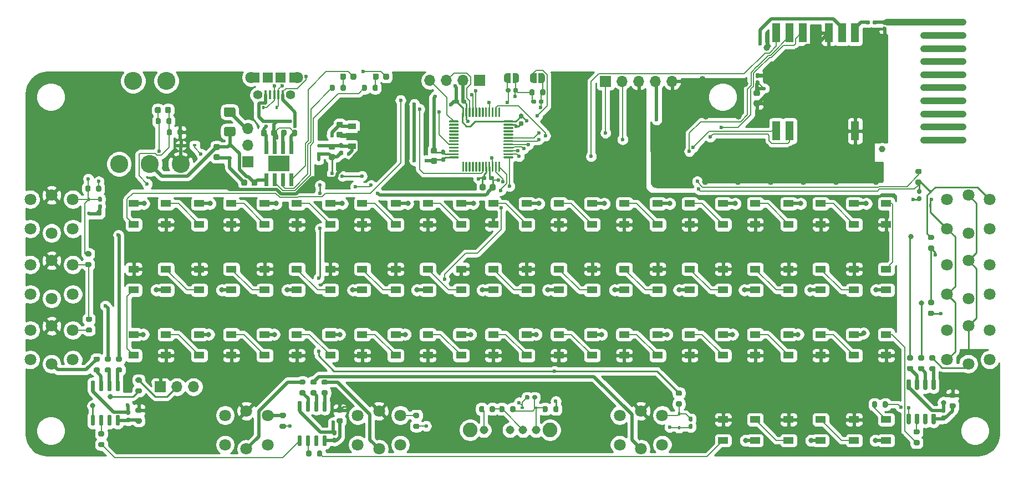
<source format=gbr>
%TF.GenerationSoftware,KiCad,Pcbnew,5.1.10-88a1d61d58~90~ubuntu20.04.1*%
%TF.CreationDate,2022-04-11T18:47:40-06:00*%
%TF.ProjectId,controller,636f6e74-726f-46c6-9c65-722e6b696361,rev?*%
%TF.SameCoordinates,Original*%
%TF.FileFunction,Copper,L1,Top*%
%TF.FilePolarity,Positive*%
%FSLAX46Y46*%
G04 Gerber Fmt 4.6, Leading zero omitted, Abs format (unit mm)*
G04 Created by KiCad (PCBNEW 5.1.10-88a1d61d58~90~ubuntu20.04.1) date 2022-04-11 18:47:40*
%MOMM*%
%LPD*%
G01*
G04 APERTURE LIST*
%TA.AperFunction,ComponentPad*%
%ADD10C,1.800000*%
%TD*%
%TA.AperFunction,ComponentPad*%
%ADD11O,1.700000X1.700000*%
%TD*%
%TA.AperFunction,ComponentPad*%
%ADD12R,1.700000X1.700000*%
%TD*%
%TA.AperFunction,SMDPad,CuDef*%
%ADD13R,0.450000X0.600000*%
%TD*%
%TA.AperFunction,SMDPad,CuDef*%
%ADD14R,3.302000X2.413000*%
%TD*%
%TA.AperFunction,SMDPad,CuDef*%
%ADD15R,1.500000X1.550000*%
%TD*%
%TA.AperFunction,ComponentPad*%
%ADD16C,1.408000*%
%TD*%
%TA.AperFunction,SMDPad,CuDef*%
%ADD17R,0.400000X1.350000*%
%TD*%
%TA.AperFunction,SMDPad,CuDef*%
%ADD18C,0.100000*%
%TD*%
%TA.AperFunction,ComponentPad*%
%ADD19C,2.250000*%
%TD*%
%TA.AperFunction,ComponentPad*%
%ADD20C,1.308000*%
%TD*%
%TA.AperFunction,SMDPad,CuDef*%
%ADD21R,1.198880X2.999740*%
%TD*%
%TA.AperFunction,SMDPad,CuDef*%
%ADD22R,1.500000X1.000000*%
%TD*%
%TA.AperFunction,SMDPad,CuDef*%
%ADD23R,1.300000X0.900000*%
%TD*%
%TA.AperFunction,ComponentPad*%
%ADD24C,2.750000*%
%TD*%
%TA.AperFunction,SMDPad,CuDef*%
%ADD25R,0.600000X0.450000*%
%TD*%
%TA.AperFunction,ViaPad*%
%ADD26C,1.000000*%
%TD*%
%TA.AperFunction,ViaPad*%
%ADD27C,0.600000*%
%TD*%
%TA.AperFunction,ViaPad*%
%ADD28C,0.800000*%
%TD*%
%TA.AperFunction,Conductor*%
%ADD29C,0.150000*%
%TD*%
%TA.AperFunction,Conductor*%
%ADD30C,0.500000*%
%TD*%
%TA.AperFunction,Conductor*%
%ADD31C,0.250000*%
%TD*%
%TA.AperFunction,Conductor*%
%ADD32C,0.750000*%
%TD*%
%TA.AperFunction,Conductor*%
%ADD33C,1.000000*%
%TD*%
%TA.AperFunction,Conductor*%
%ADD34C,0.200000*%
%TD*%
%TA.AperFunction,Conductor*%
%ADD35C,0.254000*%
%TD*%
%TA.AperFunction,Conductor*%
%ADD36C,0.100000*%
%TD*%
G04 APERTURE END LIST*
D10*
%TO.P,SW9,2*%
%TO.N,N/C*%
X68000000Y-155250000D03*
%TO.P,SW9,4*%
%TO.N,GND*%
X61500000Y-155250000D03*
%TO.P,SW9,1*%
%TO.N,Net-(R28-Pad2)*%
X68000000Y-150750000D03*
%TO.P,SW9,3*%
%TO.N,N/C*%
X61500000Y-150750000D03*
%TO.P,SW9,6*%
%TO.N,/BLED_8*%
X64750000Y-155900000D03*
%TO.P,SW9,5*%
%TO.N,+BATT*%
X64750000Y-150100000D03*
%TD*%
%TO.P,SW8,2*%
%TO.N,N/C*%
X88250000Y-155250000D03*
%TO.P,SW8,4*%
%TO.N,GND*%
X81750000Y-155250000D03*
%TO.P,SW8,1*%
%TO.N,Net-(R27-Pad1)*%
X88250000Y-150750000D03*
%TO.P,SW8,3*%
%TO.N,N/C*%
X81750000Y-150750000D03*
%TO.P,SW8,6*%
%TO.N,/BLED_7*%
X85000000Y-155900000D03*
%TO.P,SW8,5*%
%TO.N,+BATT*%
X85000000Y-150100000D03*
%TD*%
%TO.P,SW7,2*%
%TO.N,N/C*%
X128250000Y-155250000D03*
%TO.P,SW7,4*%
%TO.N,GND*%
X121750000Y-155250000D03*
%TO.P,SW7,1*%
%TO.N,/SW_ACTION*%
X128250000Y-150750000D03*
%TO.P,SW7,3*%
%TO.N,N/C*%
X121750000Y-150750000D03*
%TO.P,SW7,6*%
%TO.N,/BLED_6*%
X125000000Y-155900000D03*
%TO.P,SW7,5*%
%TO.N,+BATT*%
X125000000Y-150100000D03*
%TD*%
%TO.P,SW6,2*%
%TO.N,N/C*%
X178250000Y-142250000D03*
%TO.P,SW6,4*%
%TO.N,GND*%
X171750000Y-142250000D03*
%TO.P,SW6,1*%
%TO.N,Net-(R21-Pad2)*%
X178250000Y-137750000D03*
%TO.P,SW6,3*%
%TO.N,N/C*%
X171750000Y-137750000D03*
%TO.P,SW6,6*%
%TO.N,/BLED_5*%
X175000000Y-142900000D03*
%TO.P,SW6,5*%
%TO.N,+BATT*%
X175000000Y-137100000D03*
%TD*%
%TO.P,SW5,2*%
%TO.N,N/C*%
X178250000Y-132250000D03*
%TO.P,SW5,4*%
%TO.N,GND*%
X171750000Y-132250000D03*
%TO.P,SW5,1*%
%TO.N,Net-(R20-Pad1)*%
X178250000Y-127750000D03*
%TO.P,SW5,3*%
%TO.N,N/C*%
X171750000Y-127750000D03*
%TO.P,SW5,6*%
%TO.N,/BLED_4*%
X175000000Y-132900000D03*
%TO.P,SW5,5*%
%TO.N,+BATT*%
X175000000Y-127100000D03*
%TD*%
%TO.P,SW4,2*%
%TO.N,N/C*%
X178250000Y-122250000D03*
%TO.P,SW4,4*%
%TO.N,GND*%
X171750000Y-122250000D03*
%TO.P,SW4,1*%
%TO.N,/SW_RIGHT*%
X178250000Y-117750000D03*
%TO.P,SW4,3*%
%TO.N,N/C*%
X171750000Y-117750000D03*
%TO.P,SW4,6*%
%TO.N,/BLED_3*%
X175000000Y-122900000D03*
%TO.P,SW4,5*%
%TO.N,+BATT*%
X175000000Y-117100000D03*
%TD*%
%TO.P,SW3,2*%
%TO.N,N/C*%
X38250000Y-142250000D03*
%TO.P,SW3,4*%
%TO.N,GND*%
X31750000Y-142250000D03*
%TO.P,SW3,1*%
%TO.N,Net-(R5-Pad2)*%
X38250000Y-137750000D03*
%TO.P,SW3,3*%
%TO.N,N/C*%
X31750000Y-137750000D03*
%TO.P,SW3,6*%
%TO.N,/BLED_2*%
X35000000Y-142900000D03*
%TO.P,SW3,5*%
%TO.N,+BATT*%
X35000000Y-137100000D03*
%TD*%
%TO.P,SW2,2*%
%TO.N,N/C*%
X38250000Y-132250000D03*
%TO.P,SW2,4*%
%TO.N,GND*%
X31750000Y-132250000D03*
%TO.P,SW2,1*%
%TO.N,Net-(R4-Pad1)*%
X38250000Y-127750000D03*
%TO.P,SW2,3*%
%TO.N,N/C*%
X31750000Y-127750000D03*
%TO.P,SW2,6*%
%TO.N,/BLED_1*%
X35000000Y-132900000D03*
%TO.P,SW2,5*%
%TO.N,+BATT*%
X35000000Y-127100000D03*
%TD*%
%TO.P,SW1,2*%
%TO.N,N/C*%
X38250000Y-122250000D03*
%TO.P,SW1,4*%
%TO.N,GND*%
X31750000Y-122250000D03*
%TO.P,SW1,1*%
%TO.N,/SW_LEFT*%
X38250000Y-117750000D03*
%TO.P,SW1,3*%
%TO.N,N/C*%
X31750000Y-117750000D03*
%TO.P,SW1,6*%
%TO.N,/BLED_0*%
X35000000Y-122900000D03*
%TO.P,SW1,5*%
%TO.N,+BATT*%
X35000000Y-117100000D03*
%TD*%
%TO.P,U4,8*%
%TO.N,Net-(C6-Pad1)*%
%TA.AperFunction,SMDPad,CuDef*%
G36*
G01*
X76555000Y-153800000D02*
X76855000Y-153800000D01*
G75*
G02*
X77005000Y-153950000I0J-150000D01*
G01*
X77005000Y-155300000D01*
G75*
G02*
X76855000Y-155450000I-150000J0D01*
G01*
X76555000Y-155450000D01*
G75*
G02*
X76405000Y-155300000I0J150000D01*
G01*
X76405000Y-153950000D01*
G75*
G02*
X76555000Y-153800000I150000J0D01*
G01*
G37*
%TD.AperFunction*%
%TO.P,U4,7*%
%TO.N,N/C*%
%TA.AperFunction,SMDPad,CuDef*%
G36*
G01*
X75285000Y-153800000D02*
X75585000Y-153800000D01*
G75*
G02*
X75735000Y-153950000I0J-150000D01*
G01*
X75735000Y-155300000D01*
G75*
G02*
X75585000Y-155450000I-150000J0D01*
G01*
X75285000Y-155450000D01*
G75*
G02*
X75135000Y-155300000I0J150000D01*
G01*
X75135000Y-153950000D01*
G75*
G02*
X75285000Y-153800000I150000J0D01*
G01*
G37*
%TD.AperFunction*%
%TO.P,U4,6*%
%TO.N,Net-(R11-Pad1)*%
%TA.AperFunction,SMDPad,CuDef*%
G36*
G01*
X74015000Y-153800000D02*
X74315000Y-153800000D01*
G75*
G02*
X74465000Y-153950000I0J-150000D01*
G01*
X74465000Y-155300000D01*
G75*
G02*
X74315000Y-155450000I-150000J0D01*
G01*
X74015000Y-155450000D01*
G75*
G02*
X73865000Y-155300000I0J150000D01*
G01*
X73865000Y-153950000D01*
G75*
G02*
X74015000Y-153800000I150000J0D01*
G01*
G37*
%TD.AperFunction*%
%TO.P,U4,5*%
%TO.N,Net-(R1-Pad2)*%
%TA.AperFunction,SMDPad,CuDef*%
G36*
G01*
X72745000Y-153800000D02*
X73045000Y-153800000D01*
G75*
G02*
X73195000Y-153950000I0J-150000D01*
G01*
X73195000Y-155300000D01*
G75*
G02*
X73045000Y-155450000I-150000J0D01*
G01*
X72745000Y-155450000D01*
G75*
G02*
X72595000Y-155300000I0J150000D01*
G01*
X72595000Y-153950000D01*
G75*
G02*
X72745000Y-153800000I150000J0D01*
G01*
G37*
%TD.AperFunction*%
%TO.P,U4,4*%
%TO.N,GND*%
%TA.AperFunction,SMDPad,CuDef*%
G36*
G01*
X72745000Y-148550000D02*
X73045000Y-148550000D01*
G75*
G02*
X73195000Y-148700000I0J-150000D01*
G01*
X73195000Y-150050000D01*
G75*
G02*
X73045000Y-150200000I-150000J0D01*
G01*
X72745000Y-150200000D01*
G75*
G02*
X72595000Y-150050000I0J150000D01*
G01*
X72595000Y-148700000D01*
G75*
G02*
X72745000Y-148550000I150000J0D01*
G01*
G37*
%TD.AperFunction*%
%TO.P,U4,3*%
%TO.N,Net-(R24-Pad2)*%
%TA.AperFunction,SMDPad,CuDef*%
G36*
G01*
X74015000Y-148550000D02*
X74315000Y-148550000D01*
G75*
G02*
X74465000Y-148700000I0J-150000D01*
G01*
X74465000Y-150050000D01*
G75*
G02*
X74315000Y-150200000I-150000J0D01*
G01*
X74015000Y-150200000D01*
G75*
G02*
X73865000Y-150050000I0J150000D01*
G01*
X73865000Y-148700000D01*
G75*
G02*
X74015000Y-148550000I150000J0D01*
G01*
G37*
%TD.AperFunction*%
%TO.P,U4,2*%
%TO.N,Net-(R23-Pad2)*%
%TA.AperFunction,SMDPad,CuDef*%
G36*
G01*
X75285000Y-148550000D02*
X75585000Y-148550000D01*
G75*
G02*
X75735000Y-148700000I0J-150000D01*
G01*
X75735000Y-150050000D01*
G75*
G02*
X75585000Y-150200000I-150000J0D01*
G01*
X75285000Y-150200000D01*
G75*
G02*
X75135000Y-150050000I0J150000D01*
G01*
X75135000Y-148700000D01*
G75*
G02*
X75285000Y-148550000I150000J0D01*
G01*
G37*
%TD.AperFunction*%
%TO.P,U4,1*%
%TO.N,Net-(R18-Pad2)*%
%TA.AperFunction,SMDPad,CuDef*%
G36*
G01*
X76555000Y-148550000D02*
X76855000Y-148550000D01*
G75*
G02*
X77005000Y-148700000I0J-150000D01*
G01*
X77005000Y-150050000D01*
G75*
G02*
X76855000Y-150200000I-150000J0D01*
G01*
X76555000Y-150200000D01*
G75*
G02*
X76405000Y-150050000I0J150000D01*
G01*
X76405000Y-148700000D01*
G75*
G02*
X76555000Y-148550000I150000J0D01*
G01*
G37*
%TD.AperFunction*%
%TD*%
%TO.P,U3,8*%
%TO.N,Net-(C5-Pad1)*%
%TA.AperFunction,SMDPad,CuDef*%
G36*
G01*
X169555000Y-150500000D02*
X169855000Y-150500000D01*
G75*
G02*
X170005000Y-150650000I0J-150000D01*
G01*
X170005000Y-152000000D01*
G75*
G02*
X169855000Y-152150000I-150000J0D01*
G01*
X169555000Y-152150000D01*
G75*
G02*
X169405000Y-152000000I0J150000D01*
G01*
X169405000Y-150650000D01*
G75*
G02*
X169555000Y-150500000I150000J0D01*
G01*
G37*
%TD.AperFunction*%
%TO.P,U3,7*%
%TO.N,N/C*%
%TA.AperFunction,SMDPad,CuDef*%
G36*
G01*
X168285000Y-150500000D02*
X168585000Y-150500000D01*
G75*
G02*
X168735000Y-150650000I0J-150000D01*
G01*
X168735000Y-152000000D01*
G75*
G02*
X168585000Y-152150000I-150000J0D01*
G01*
X168285000Y-152150000D01*
G75*
G02*
X168135000Y-152000000I0J150000D01*
G01*
X168135000Y-150650000D01*
G75*
G02*
X168285000Y-150500000I150000J0D01*
G01*
G37*
%TD.AperFunction*%
%TO.P,U3,6*%
%TO.N,Net-(R7-Pad1)*%
%TA.AperFunction,SMDPad,CuDef*%
G36*
G01*
X167015000Y-150500000D02*
X167315000Y-150500000D01*
G75*
G02*
X167465000Y-150650000I0J-150000D01*
G01*
X167465000Y-152000000D01*
G75*
G02*
X167315000Y-152150000I-150000J0D01*
G01*
X167015000Y-152150000D01*
G75*
G02*
X166865000Y-152000000I0J150000D01*
G01*
X166865000Y-150650000D01*
G75*
G02*
X167015000Y-150500000I150000J0D01*
G01*
G37*
%TD.AperFunction*%
%TO.P,U3,5*%
%TO.N,Net-(R25-Pad2)*%
%TA.AperFunction,SMDPad,CuDef*%
G36*
G01*
X165745000Y-150500000D02*
X166045000Y-150500000D01*
G75*
G02*
X166195000Y-150650000I0J-150000D01*
G01*
X166195000Y-152000000D01*
G75*
G02*
X166045000Y-152150000I-150000J0D01*
G01*
X165745000Y-152150000D01*
G75*
G02*
X165595000Y-152000000I0J150000D01*
G01*
X165595000Y-150650000D01*
G75*
G02*
X165745000Y-150500000I150000J0D01*
G01*
G37*
%TD.AperFunction*%
%TO.P,U3,4*%
%TO.N,GND*%
%TA.AperFunction,SMDPad,CuDef*%
G36*
G01*
X165745000Y-145250000D02*
X166045000Y-145250000D01*
G75*
G02*
X166195000Y-145400000I0J-150000D01*
G01*
X166195000Y-146750000D01*
G75*
G02*
X166045000Y-146900000I-150000J0D01*
G01*
X165745000Y-146900000D01*
G75*
G02*
X165595000Y-146750000I0J150000D01*
G01*
X165595000Y-145400000D01*
G75*
G02*
X165745000Y-145250000I150000J0D01*
G01*
G37*
%TD.AperFunction*%
%TO.P,U3,3*%
%TO.N,Net-(R22-Pad2)*%
%TA.AperFunction,SMDPad,CuDef*%
G36*
G01*
X167015000Y-145250000D02*
X167315000Y-145250000D01*
G75*
G02*
X167465000Y-145400000I0J-150000D01*
G01*
X167465000Y-146750000D01*
G75*
G02*
X167315000Y-146900000I-150000J0D01*
G01*
X167015000Y-146900000D01*
G75*
G02*
X166865000Y-146750000I0J150000D01*
G01*
X166865000Y-145400000D01*
G75*
G02*
X167015000Y-145250000I150000J0D01*
G01*
G37*
%TD.AperFunction*%
%TO.P,U3,2*%
%TO.N,Net-(R17-Pad2)*%
%TA.AperFunction,SMDPad,CuDef*%
G36*
G01*
X168285000Y-145250000D02*
X168585000Y-145250000D01*
G75*
G02*
X168735000Y-145400000I0J-150000D01*
G01*
X168735000Y-146750000D01*
G75*
G02*
X168585000Y-146900000I-150000J0D01*
G01*
X168285000Y-146900000D01*
G75*
G02*
X168135000Y-146750000I0J150000D01*
G01*
X168135000Y-145400000D01*
G75*
G02*
X168285000Y-145250000I150000J0D01*
G01*
G37*
%TD.AperFunction*%
%TO.P,U3,1*%
%TO.N,Net-(R15-Pad2)*%
%TA.AperFunction,SMDPad,CuDef*%
G36*
G01*
X169555000Y-145250000D02*
X169855000Y-145250000D01*
G75*
G02*
X170005000Y-145400000I0J-150000D01*
G01*
X170005000Y-146750000D01*
G75*
G02*
X169855000Y-146900000I-150000J0D01*
G01*
X169555000Y-146900000D01*
G75*
G02*
X169405000Y-146750000I0J150000D01*
G01*
X169405000Y-145400000D01*
G75*
G02*
X169555000Y-145250000I150000J0D01*
G01*
G37*
%TD.AperFunction*%
%TD*%
%TO.P,U1,8*%
%TO.N,Net-(C3-Pad1)*%
%TA.AperFunction,SMDPad,CuDef*%
G36*
G01*
X44955000Y-150700000D02*
X45255000Y-150700000D01*
G75*
G02*
X45405000Y-150850000I0J-150000D01*
G01*
X45405000Y-152200000D01*
G75*
G02*
X45255000Y-152350000I-150000J0D01*
G01*
X44955000Y-152350000D01*
G75*
G02*
X44805000Y-152200000I0J150000D01*
G01*
X44805000Y-150850000D01*
G75*
G02*
X44955000Y-150700000I150000J0D01*
G01*
G37*
%TD.AperFunction*%
%TO.P,U1,7*%
%TO.N,N/C*%
%TA.AperFunction,SMDPad,CuDef*%
G36*
G01*
X43685000Y-150700000D02*
X43985000Y-150700000D01*
G75*
G02*
X44135000Y-150850000I0J-150000D01*
G01*
X44135000Y-152200000D01*
G75*
G02*
X43985000Y-152350000I-150000J0D01*
G01*
X43685000Y-152350000D01*
G75*
G02*
X43535000Y-152200000I0J150000D01*
G01*
X43535000Y-150850000D01*
G75*
G02*
X43685000Y-150700000I150000J0D01*
G01*
G37*
%TD.AperFunction*%
%TO.P,U1,6*%
%TO.N,Net-(R1-Pad1)*%
%TA.AperFunction,SMDPad,CuDef*%
G36*
G01*
X42415000Y-150700000D02*
X42715000Y-150700000D01*
G75*
G02*
X42865000Y-150850000I0J-150000D01*
G01*
X42865000Y-152200000D01*
G75*
G02*
X42715000Y-152350000I-150000J0D01*
G01*
X42415000Y-152350000D01*
G75*
G02*
X42265000Y-152200000I0J150000D01*
G01*
X42265000Y-150850000D01*
G75*
G02*
X42415000Y-150700000I150000J0D01*
G01*
G37*
%TD.AperFunction*%
%TO.P,U1,5*%
%TO.N,Net-(R35-Pad2)*%
%TA.AperFunction,SMDPad,CuDef*%
G36*
G01*
X41145000Y-150700000D02*
X41445000Y-150700000D01*
G75*
G02*
X41595000Y-150850000I0J-150000D01*
G01*
X41595000Y-152200000D01*
G75*
G02*
X41445000Y-152350000I-150000J0D01*
G01*
X41145000Y-152350000D01*
G75*
G02*
X40995000Y-152200000I0J150000D01*
G01*
X40995000Y-150850000D01*
G75*
G02*
X41145000Y-150700000I150000J0D01*
G01*
G37*
%TD.AperFunction*%
%TO.P,U1,4*%
%TO.N,GND*%
%TA.AperFunction,SMDPad,CuDef*%
G36*
G01*
X41145000Y-145450000D02*
X41445000Y-145450000D01*
G75*
G02*
X41595000Y-145600000I0J-150000D01*
G01*
X41595000Y-146950000D01*
G75*
G02*
X41445000Y-147100000I-150000J0D01*
G01*
X41145000Y-147100000D01*
G75*
G02*
X40995000Y-146950000I0J150000D01*
G01*
X40995000Y-145600000D01*
G75*
G02*
X41145000Y-145450000I150000J0D01*
G01*
G37*
%TD.AperFunction*%
%TO.P,U1,3*%
%TO.N,Net-(R16-Pad2)*%
%TA.AperFunction,SMDPad,CuDef*%
G36*
G01*
X42415000Y-145450000D02*
X42715000Y-145450000D01*
G75*
G02*
X42865000Y-145600000I0J-150000D01*
G01*
X42865000Y-146950000D01*
G75*
G02*
X42715000Y-147100000I-150000J0D01*
G01*
X42415000Y-147100000D01*
G75*
G02*
X42265000Y-146950000I0J150000D01*
G01*
X42265000Y-145600000D01*
G75*
G02*
X42415000Y-145450000I150000J0D01*
G01*
G37*
%TD.AperFunction*%
%TO.P,U1,2*%
%TO.N,Net-(R14-Pad2)*%
%TA.AperFunction,SMDPad,CuDef*%
G36*
G01*
X43685000Y-145450000D02*
X43985000Y-145450000D01*
G75*
G02*
X44135000Y-145600000I0J-150000D01*
G01*
X44135000Y-146950000D01*
G75*
G02*
X43985000Y-147100000I-150000J0D01*
G01*
X43685000Y-147100000D01*
G75*
G02*
X43535000Y-146950000I0J150000D01*
G01*
X43535000Y-145600000D01*
G75*
G02*
X43685000Y-145450000I150000J0D01*
G01*
G37*
%TD.AperFunction*%
%TO.P,U1,1*%
%TO.N,Net-(R12-Pad2)*%
%TA.AperFunction,SMDPad,CuDef*%
G36*
G01*
X44955000Y-145450000D02*
X45255000Y-145450000D01*
G75*
G02*
X45405000Y-145600000I0J-150000D01*
G01*
X45405000Y-146950000D01*
G75*
G02*
X45255000Y-147100000I-150000J0D01*
G01*
X44955000Y-147100000D01*
G75*
G02*
X44805000Y-146950000I0J150000D01*
G01*
X44805000Y-145600000D01*
G75*
G02*
X44955000Y-145450000I150000J0D01*
G01*
G37*
%TD.AperFunction*%
%TD*%
D11*
%TO.P,J5,3*%
%TO.N,GND*%
X56680000Y-146400000D03*
%TO.P,J5,2*%
%TO.N,Net-(J5-Pad2)*%
X54140000Y-146400000D03*
D12*
%TO.P,J5,1*%
%TO.N,+BATT*%
X51600000Y-146400000D03*
%TD*%
%TO.P,R35,2*%
%TO.N,Net-(R35-Pad2)*%
%TA.AperFunction,SMDPad,CuDef*%
G36*
G01*
X48025000Y-146625000D02*
X48575000Y-146625000D01*
G75*
G02*
X48775000Y-146825000I0J-200000D01*
G01*
X48775000Y-147225000D01*
G75*
G02*
X48575000Y-147425000I-200000J0D01*
G01*
X48025000Y-147425000D01*
G75*
G02*
X47825000Y-147225000I0J200000D01*
G01*
X47825000Y-146825000D01*
G75*
G02*
X48025000Y-146625000I200000J0D01*
G01*
G37*
%TD.AperFunction*%
%TO.P,R35,1*%
%TO.N,Net-(J5-Pad2)*%
%TA.AperFunction,SMDPad,CuDef*%
G36*
G01*
X48025000Y-144975000D02*
X48575000Y-144975000D01*
G75*
G02*
X48775000Y-145175000I0J-200000D01*
G01*
X48775000Y-145575000D01*
G75*
G02*
X48575000Y-145775000I-200000J0D01*
G01*
X48025000Y-145775000D01*
G75*
G02*
X47825000Y-145575000I0J200000D01*
G01*
X47825000Y-145175000D01*
G75*
G02*
X48025000Y-144975000I200000J0D01*
G01*
G37*
%TD.AperFunction*%
%TD*%
%TO.P,C25,2*%
%TO.N,GND*%
%TA.AperFunction,SMDPad,CuDef*%
G36*
G01*
X79045000Y-110300000D02*
X79355000Y-110300000D01*
G75*
G02*
X79510000Y-110455000I0J-155000D01*
G01*
X79510000Y-110880000D01*
G75*
G02*
X79355000Y-111035000I-155000J0D01*
G01*
X79045000Y-111035000D01*
G75*
G02*
X78890000Y-110880000I0J155000D01*
G01*
X78890000Y-110455000D01*
G75*
G02*
X79045000Y-110300000I155000J0D01*
G01*
G37*
%TD.AperFunction*%
%TO.P,C25,1*%
%TO.N,VCC*%
%TA.AperFunction,SMDPad,CuDef*%
G36*
G01*
X79045000Y-109165000D02*
X79355000Y-109165000D01*
G75*
G02*
X79510000Y-109320000I0J-155000D01*
G01*
X79510000Y-109745000D01*
G75*
G02*
X79355000Y-109900000I-155000J0D01*
G01*
X79045000Y-109900000D01*
G75*
G02*
X78890000Y-109745000I0J155000D01*
G01*
X78890000Y-109320000D01*
G75*
G02*
X79045000Y-109165000I155000J0D01*
G01*
G37*
%TD.AperFunction*%
%TD*%
D13*
%TO.P,D51,2*%
%TO.N,GND*%
X67300000Y-105850000D03*
%TO.P,D51,1*%
%TO.N,/USB+*%
X67300000Y-103750000D03*
%TD*%
%TO.P,D50,2*%
%TO.N,GND*%
X69400000Y-105850000D03*
%TO.P,D50,1*%
%TO.N,/USB-*%
X69400000Y-103750000D03*
%TD*%
%TO.P,C10,2*%
%TO.N,/SW_MODE*%
%TA.AperFunction,SMDPad,CuDef*%
G36*
G01*
X108400000Y-148155000D02*
X108400000Y-147845000D01*
G75*
G02*
X108555000Y-147690000I155000J0D01*
G01*
X108980000Y-147690000D01*
G75*
G02*
X109135000Y-147845000I0J-155000D01*
G01*
X109135000Y-148155000D01*
G75*
G02*
X108980000Y-148310000I-155000J0D01*
G01*
X108555000Y-148310000D01*
G75*
G02*
X108400000Y-148155000I0J155000D01*
G01*
G37*
%TD.AperFunction*%
%TO.P,C10,1*%
%TO.N,GND*%
%TA.AperFunction,SMDPad,CuDef*%
G36*
G01*
X107265000Y-148155000D02*
X107265000Y-147845000D01*
G75*
G02*
X107420000Y-147690000I155000J0D01*
G01*
X107845000Y-147690000D01*
G75*
G02*
X108000000Y-147845000I0J-155000D01*
G01*
X108000000Y-148155000D01*
G75*
G02*
X107845000Y-148310000I-155000J0D01*
G01*
X107420000Y-148310000D01*
G75*
G02*
X107265000Y-148155000I0J155000D01*
G01*
G37*
%TD.AperFunction*%
%TD*%
%TO.P,C8,2*%
%TO.N,GND*%
%TA.AperFunction,SMDPad,CuDef*%
G36*
G01*
X132445000Y-152100000D02*
X132755000Y-152100000D01*
G75*
G02*
X132910000Y-152255000I0J-155000D01*
G01*
X132910000Y-152680000D01*
G75*
G02*
X132755000Y-152835000I-155000J0D01*
G01*
X132445000Y-152835000D01*
G75*
G02*
X132290000Y-152680000I0J155000D01*
G01*
X132290000Y-152255000D01*
G75*
G02*
X132445000Y-152100000I155000J0D01*
G01*
G37*
%TD.AperFunction*%
%TO.P,C8,1*%
%TO.N,/SW_ACTION*%
%TA.AperFunction,SMDPad,CuDef*%
G36*
G01*
X132445000Y-150965000D02*
X132755000Y-150965000D01*
G75*
G02*
X132910000Y-151120000I0J-155000D01*
G01*
X132910000Y-151545000D01*
G75*
G02*
X132755000Y-151700000I-155000J0D01*
G01*
X132445000Y-151700000D01*
G75*
G02*
X132290000Y-151545000I0J155000D01*
G01*
X132290000Y-151120000D01*
G75*
G02*
X132445000Y-150965000I155000J0D01*
G01*
G37*
%TD.AperFunction*%
%TD*%
%TO.P,C4,2*%
%TO.N,GND*%
%TA.AperFunction,SMDPad,CuDef*%
G36*
G01*
X167345000Y-117300000D02*
X167655000Y-117300000D01*
G75*
G02*
X167810000Y-117455000I0J-155000D01*
G01*
X167810000Y-117880000D01*
G75*
G02*
X167655000Y-118035000I-155000J0D01*
G01*
X167345000Y-118035000D01*
G75*
G02*
X167190000Y-117880000I0J155000D01*
G01*
X167190000Y-117455000D01*
G75*
G02*
X167345000Y-117300000I155000J0D01*
G01*
G37*
%TD.AperFunction*%
%TO.P,C4,1*%
%TO.N,/SW_RIGHT*%
%TA.AperFunction,SMDPad,CuDef*%
G36*
G01*
X167345000Y-116165000D02*
X167655000Y-116165000D01*
G75*
G02*
X167810000Y-116320000I0J-155000D01*
G01*
X167810000Y-116745000D01*
G75*
G02*
X167655000Y-116900000I-155000J0D01*
G01*
X167345000Y-116900000D01*
G75*
G02*
X167190000Y-116745000I0J155000D01*
G01*
X167190000Y-116320000D01*
G75*
G02*
X167345000Y-116165000I155000J0D01*
G01*
G37*
%TD.AperFunction*%
%TD*%
%TO.P,C2,2*%
%TO.N,GND*%
%TA.AperFunction,SMDPad,CuDef*%
G36*
G01*
X42245000Y-118500000D02*
X42555000Y-118500000D01*
G75*
G02*
X42710000Y-118655000I0J-155000D01*
G01*
X42710000Y-119080000D01*
G75*
G02*
X42555000Y-119235000I-155000J0D01*
G01*
X42245000Y-119235000D01*
G75*
G02*
X42090000Y-119080000I0J155000D01*
G01*
X42090000Y-118655000D01*
G75*
G02*
X42245000Y-118500000I155000J0D01*
G01*
G37*
%TD.AperFunction*%
%TO.P,C2,1*%
%TO.N,/SW_LEFT*%
%TA.AperFunction,SMDPad,CuDef*%
G36*
G01*
X42245000Y-117365000D02*
X42555000Y-117365000D01*
G75*
G02*
X42710000Y-117520000I0J-155000D01*
G01*
X42710000Y-117945000D01*
G75*
G02*
X42555000Y-118100000I-155000J0D01*
G01*
X42245000Y-118100000D01*
G75*
G02*
X42090000Y-117945000I0J155000D01*
G01*
X42090000Y-117520000D01*
G75*
G02*
X42245000Y-117365000I155000J0D01*
G01*
G37*
%TD.AperFunction*%
%TD*%
D14*
%TO.P,U7,9*%
%TO.N,N/C*%
X69700000Y-112300000D03*
%TO.P,U7,8*%
%TO.N,Net-(D39-Pad2)*%
%TA.AperFunction,SMDPad,CuDef*%
G36*
G01*
X71347000Y-113790000D02*
X71863000Y-113790000D01*
G75*
G02*
X71905000Y-113832000I0J-42000D01*
G01*
X71905000Y-115718000D01*
G75*
G02*
X71863000Y-115760000I-42000J0D01*
G01*
X71347000Y-115760000D01*
G75*
G02*
X71305000Y-115718000I0J42000D01*
G01*
X71305000Y-113832000D01*
G75*
G02*
X71347000Y-113790000I42000J0D01*
G01*
G37*
%TD.AperFunction*%
%TO.P,U7,7*%
%TO.N,/~CHRG*%
%TA.AperFunction,SMDPad,CuDef*%
G36*
G01*
X70077000Y-113790000D02*
X70593000Y-113790000D01*
G75*
G02*
X70635000Y-113832000I0J-42000D01*
G01*
X70635000Y-115718000D01*
G75*
G02*
X70593000Y-115760000I-42000J0D01*
G01*
X70077000Y-115760000D01*
G75*
G02*
X70035000Y-115718000I0J42000D01*
G01*
X70035000Y-113832000D01*
G75*
G02*
X70077000Y-113790000I42000J0D01*
G01*
G37*
%TD.AperFunction*%
%TO.P,U7,6*%
%TO.N,/~STDBY*%
%TA.AperFunction,SMDPad,CuDef*%
G36*
G01*
X68807000Y-113790000D02*
X69323000Y-113790000D01*
G75*
G02*
X69365000Y-113832000I0J-42000D01*
G01*
X69365000Y-115718000D01*
G75*
G02*
X69323000Y-115760000I-42000J0D01*
G01*
X68807000Y-115760000D01*
G75*
G02*
X68765000Y-115718000I0J42000D01*
G01*
X68765000Y-113832000D01*
G75*
G02*
X68807000Y-113790000I42000J0D01*
G01*
G37*
%TD.AperFunction*%
%TO.P,U7,5*%
%TO.N,/BATT_DIRECT*%
%TA.AperFunction,SMDPad,CuDef*%
G36*
G01*
X67537000Y-113790000D02*
X68053000Y-113790000D01*
G75*
G02*
X68095000Y-113832000I0J-42000D01*
G01*
X68095000Y-115718000D01*
G75*
G02*
X68053000Y-115760000I-42000J0D01*
G01*
X67537000Y-115760000D01*
G75*
G02*
X67495000Y-115718000I0J42000D01*
G01*
X67495000Y-113832000D01*
G75*
G02*
X67537000Y-113790000I42000J0D01*
G01*
G37*
%TD.AperFunction*%
%TO.P,U7,4*%
%TO.N,VBUS*%
%TA.AperFunction,SMDPad,CuDef*%
G36*
G01*
X67537000Y-108840000D02*
X68053000Y-108840000D01*
G75*
G02*
X68095000Y-108882000I0J-42000D01*
G01*
X68095000Y-110768000D01*
G75*
G02*
X68053000Y-110810000I-42000J0D01*
G01*
X67537000Y-110810000D01*
G75*
G02*
X67495000Y-110768000I0J42000D01*
G01*
X67495000Y-108882000D01*
G75*
G02*
X67537000Y-108840000I42000J0D01*
G01*
G37*
%TD.AperFunction*%
%TO.P,U7,3*%
%TO.N,GND*%
%TA.AperFunction,SMDPad,CuDef*%
G36*
G01*
X68807000Y-108840000D02*
X69323000Y-108840000D01*
G75*
G02*
X69365000Y-108882000I0J-42000D01*
G01*
X69365000Y-110768000D01*
G75*
G02*
X69323000Y-110810000I-42000J0D01*
G01*
X68807000Y-110810000D01*
G75*
G02*
X68765000Y-110768000I0J42000D01*
G01*
X68765000Y-108882000D01*
G75*
G02*
X68807000Y-108840000I42000J0D01*
G01*
G37*
%TD.AperFunction*%
%TO.P,U7,2*%
%TO.N,Net-(R33-Pad1)*%
%TA.AperFunction,SMDPad,CuDef*%
G36*
G01*
X70077000Y-108840000D02*
X70593000Y-108840000D01*
G75*
G02*
X70635000Y-108882000I0J-42000D01*
G01*
X70635000Y-110768000D01*
G75*
G02*
X70593000Y-110810000I-42000J0D01*
G01*
X70077000Y-110810000D01*
G75*
G02*
X70035000Y-110768000I0J42000D01*
G01*
X70035000Y-108882000D01*
G75*
G02*
X70077000Y-108840000I42000J0D01*
G01*
G37*
%TD.AperFunction*%
%TO.P,U7,1*%
%TO.N,GND*%
%TA.AperFunction,SMDPad,CuDef*%
G36*
G01*
X71347000Y-108840000D02*
X71863000Y-108840000D01*
G75*
G02*
X71905000Y-108882000I0J-42000D01*
G01*
X71905000Y-110768000D01*
G75*
G02*
X71863000Y-110810000I-42000J0D01*
G01*
X71347000Y-110810000D01*
G75*
G02*
X71305000Y-110768000I0J42000D01*
G01*
X71305000Y-108882000D01*
G75*
G02*
X71347000Y-108840000I42000J0D01*
G01*
G37*
%TD.AperFunction*%
%TD*%
D15*
%TO.P,J4,P$13*%
%TO.N,N/C*%
X65950000Y-99100000D03*
%TO.P,J4,P$12*%
X72050000Y-99100000D03*
%TO.P,J4,P$11*%
X68000000Y-99100000D03*
%TO.P,J4,P$10*%
X70000000Y-99100000D03*
D10*
%TO.P,J4,P$9*%
X65500000Y-99100000D03*
%TO.P,J4,P$8*%
X72500000Y-99100000D03*
D16*
%TO.P,J4,P$7*%
X66500000Y-101800000D03*
%TO.P,J4,P$6*%
X71500000Y-101800000D03*
D17*
%TO.P,J4,5*%
%TO.N,GND*%
X67700000Y-101775000D03*
%TO.P,J4,4*%
%TO.N,N/C*%
X68350000Y-101775000D03*
%TO.P,J4,3*%
%TO.N,/USB+*%
X69000000Y-101775000D03*
%TO.P,J4,2*%
%TO.N,/USB-*%
X69650000Y-101775000D03*
%TO.P,J4,1*%
%TO.N,VBUS*%
X70300000Y-101775000D03*
%TD*%
%TO.P,U2,48*%
%TO.N,VCC*%
%TA.AperFunction,SMDPad,CuDef*%
G36*
G01*
X97100000Y-111500000D02*
X95775000Y-111500000D01*
G75*
G02*
X95700000Y-111425000I0J75000D01*
G01*
X95700000Y-111275000D01*
G75*
G02*
X95775000Y-111200000I75000J0D01*
G01*
X97100000Y-111200000D01*
G75*
G02*
X97175000Y-111275000I0J-75000D01*
G01*
X97175000Y-111425000D01*
G75*
G02*
X97100000Y-111500000I-75000J0D01*
G01*
G37*
%TD.AperFunction*%
%TO.P,U2,47*%
%TO.N,GND*%
%TA.AperFunction,SMDPad,CuDef*%
G36*
G01*
X97100000Y-111000000D02*
X95775000Y-111000000D01*
G75*
G02*
X95700000Y-110925000I0J75000D01*
G01*
X95700000Y-110775000D01*
G75*
G02*
X95775000Y-110700000I75000J0D01*
G01*
X97100000Y-110700000D01*
G75*
G02*
X97175000Y-110775000I0J-75000D01*
G01*
X97175000Y-110925000D01*
G75*
G02*
X97100000Y-111000000I-75000J0D01*
G01*
G37*
%TD.AperFunction*%
%TO.P,U2,46*%
%TO.N,N/C*%
%TA.AperFunction,SMDPad,CuDef*%
G36*
G01*
X97100000Y-110500000D02*
X95775000Y-110500000D01*
G75*
G02*
X95700000Y-110425000I0J75000D01*
G01*
X95700000Y-110275000D01*
G75*
G02*
X95775000Y-110200000I75000J0D01*
G01*
X97100000Y-110200000D01*
G75*
G02*
X97175000Y-110275000I0J-75000D01*
G01*
X97175000Y-110425000D01*
G75*
G02*
X97100000Y-110500000I-75000J0D01*
G01*
G37*
%TD.AperFunction*%
%TO.P,U2,45*%
%TA.AperFunction,SMDPad,CuDef*%
G36*
G01*
X97100000Y-110000000D02*
X95775000Y-110000000D01*
G75*
G02*
X95700000Y-109925000I0J75000D01*
G01*
X95700000Y-109775000D01*
G75*
G02*
X95775000Y-109700000I75000J0D01*
G01*
X97100000Y-109700000D01*
G75*
G02*
X97175000Y-109775000I0J-75000D01*
G01*
X97175000Y-109925000D01*
G75*
G02*
X97100000Y-110000000I-75000J0D01*
G01*
G37*
%TD.AperFunction*%
%TO.P,U2,44*%
%TO.N,/BOOT0*%
%TA.AperFunction,SMDPad,CuDef*%
G36*
G01*
X97100000Y-109500000D02*
X95775000Y-109500000D01*
G75*
G02*
X95700000Y-109425000I0J75000D01*
G01*
X95700000Y-109275000D01*
G75*
G02*
X95775000Y-109200000I75000J0D01*
G01*
X97100000Y-109200000D01*
G75*
G02*
X97175000Y-109275000I0J-75000D01*
G01*
X97175000Y-109425000D01*
G75*
G02*
X97100000Y-109500000I-75000J0D01*
G01*
G37*
%TD.AperFunction*%
%TO.P,U2,43*%
%TO.N,N/C*%
%TA.AperFunction,SMDPad,CuDef*%
G36*
G01*
X97100000Y-109000000D02*
X95775000Y-109000000D01*
G75*
G02*
X95700000Y-108925000I0J75000D01*
G01*
X95700000Y-108775000D01*
G75*
G02*
X95775000Y-108700000I75000J0D01*
G01*
X97100000Y-108700000D01*
G75*
G02*
X97175000Y-108775000I0J-75000D01*
G01*
X97175000Y-108925000D01*
G75*
G02*
X97100000Y-109000000I-75000J0D01*
G01*
G37*
%TD.AperFunction*%
%TO.P,U2,42*%
%TA.AperFunction,SMDPad,CuDef*%
G36*
G01*
X97100000Y-108500000D02*
X95775000Y-108500000D01*
G75*
G02*
X95700000Y-108425000I0J75000D01*
G01*
X95700000Y-108275000D01*
G75*
G02*
X95775000Y-108200000I75000J0D01*
G01*
X97100000Y-108200000D01*
G75*
G02*
X97175000Y-108275000I0J-75000D01*
G01*
X97175000Y-108425000D01*
G75*
G02*
X97100000Y-108500000I-75000J0D01*
G01*
G37*
%TD.AperFunction*%
%TO.P,U2,41*%
%TA.AperFunction,SMDPad,CuDef*%
G36*
G01*
X97100000Y-108000000D02*
X95775000Y-108000000D01*
G75*
G02*
X95700000Y-107925000I0J75000D01*
G01*
X95700000Y-107775000D01*
G75*
G02*
X95775000Y-107700000I75000J0D01*
G01*
X97100000Y-107700000D01*
G75*
G02*
X97175000Y-107775000I0J-75000D01*
G01*
X97175000Y-107925000D01*
G75*
G02*
X97100000Y-108000000I-75000J0D01*
G01*
G37*
%TD.AperFunction*%
%TO.P,U2,40*%
%TA.AperFunction,SMDPad,CuDef*%
G36*
G01*
X97100000Y-107500000D02*
X95775000Y-107500000D01*
G75*
G02*
X95700000Y-107425000I0J75000D01*
G01*
X95700000Y-107275000D01*
G75*
G02*
X95775000Y-107200000I75000J0D01*
G01*
X97100000Y-107200000D01*
G75*
G02*
X97175000Y-107275000I0J-75000D01*
G01*
X97175000Y-107425000D01*
G75*
G02*
X97100000Y-107500000I-75000J0D01*
G01*
G37*
%TD.AperFunction*%
%TO.P,U2,39*%
%TA.AperFunction,SMDPad,CuDef*%
G36*
G01*
X97100000Y-107000000D02*
X95775000Y-107000000D01*
G75*
G02*
X95700000Y-106925000I0J75000D01*
G01*
X95700000Y-106775000D01*
G75*
G02*
X95775000Y-106700000I75000J0D01*
G01*
X97100000Y-106700000D01*
G75*
G02*
X97175000Y-106775000I0J-75000D01*
G01*
X97175000Y-106925000D01*
G75*
G02*
X97100000Y-107000000I-75000J0D01*
G01*
G37*
%TD.AperFunction*%
%TO.P,U2,38*%
%TA.AperFunction,SMDPad,CuDef*%
G36*
G01*
X97100000Y-106500000D02*
X95775000Y-106500000D01*
G75*
G02*
X95700000Y-106425000I0J75000D01*
G01*
X95700000Y-106275000D01*
G75*
G02*
X95775000Y-106200000I75000J0D01*
G01*
X97100000Y-106200000D01*
G75*
G02*
X97175000Y-106275000I0J-75000D01*
G01*
X97175000Y-106425000D01*
G75*
G02*
X97100000Y-106500000I-75000J0D01*
G01*
G37*
%TD.AperFunction*%
%TO.P,U2,37*%
%TO.N,/SWCLK*%
%TA.AperFunction,SMDPad,CuDef*%
G36*
G01*
X97100000Y-106000000D02*
X95775000Y-106000000D01*
G75*
G02*
X95700000Y-105925000I0J75000D01*
G01*
X95700000Y-105775000D01*
G75*
G02*
X95775000Y-105700000I75000J0D01*
G01*
X97100000Y-105700000D01*
G75*
G02*
X97175000Y-105775000I0J-75000D01*
G01*
X97175000Y-105925000D01*
G75*
G02*
X97100000Y-106000000I-75000J0D01*
G01*
G37*
%TD.AperFunction*%
%TO.P,U2,36*%
%TO.N,VCC*%
%TA.AperFunction,SMDPad,CuDef*%
G36*
G01*
X97925000Y-105175000D02*
X97775000Y-105175000D01*
G75*
G02*
X97700000Y-105100000I0J75000D01*
G01*
X97700000Y-103775000D01*
G75*
G02*
X97775000Y-103700000I75000J0D01*
G01*
X97925000Y-103700000D01*
G75*
G02*
X98000000Y-103775000I0J-75000D01*
G01*
X98000000Y-105100000D01*
G75*
G02*
X97925000Y-105175000I-75000J0D01*
G01*
G37*
%TD.AperFunction*%
%TO.P,U2,35*%
%TO.N,GND*%
%TA.AperFunction,SMDPad,CuDef*%
G36*
G01*
X98425000Y-105175000D02*
X98275000Y-105175000D01*
G75*
G02*
X98200000Y-105100000I0J75000D01*
G01*
X98200000Y-103775000D01*
G75*
G02*
X98275000Y-103700000I75000J0D01*
G01*
X98425000Y-103700000D01*
G75*
G02*
X98500000Y-103775000I0J-75000D01*
G01*
X98500000Y-105100000D01*
G75*
G02*
X98425000Y-105175000I-75000J0D01*
G01*
G37*
%TD.AperFunction*%
%TO.P,U2,34*%
%TO.N,/SWDIO*%
%TA.AperFunction,SMDPad,CuDef*%
G36*
G01*
X98925000Y-105175000D02*
X98775000Y-105175000D01*
G75*
G02*
X98700000Y-105100000I0J75000D01*
G01*
X98700000Y-103775000D01*
G75*
G02*
X98775000Y-103700000I75000J0D01*
G01*
X98925000Y-103700000D01*
G75*
G02*
X99000000Y-103775000I0J-75000D01*
G01*
X99000000Y-105100000D01*
G75*
G02*
X98925000Y-105175000I-75000J0D01*
G01*
G37*
%TD.AperFunction*%
%TO.P,U2,33*%
%TO.N,/USB+*%
%TA.AperFunction,SMDPad,CuDef*%
G36*
G01*
X99425000Y-105175000D02*
X99275000Y-105175000D01*
G75*
G02*
X99200000Y-105100000I0J75000D01*
G01*
X99200000Y-103775000D01*
G75*
G02*
X99275000Y-103700000I75000J0D01*
G01*
X99425000Y-103700000D01*
G75*
G02*
X99500000Y-103775000I0J-75000D01*
G01*
X99500000Y-105100000D01*
G75*
G02*
X99425000Y-105175000I-75000J0D01*
G01*
G37*
%TD.AperFunction*%
%TO.P,U2,32*%
%TO.N,/USB-*%
%TA.AperFunction,SMDPad,CuDef*%
G36*
G01*
X99925000Y-105175000D02*
X99775000Y-105175000D01*
G75*
G02*
X99700000Y-105100000I0J75000D01*
G01*
X99700000Y-103775000D01*
G75*
G02*
X99775000Y-103700000I75000J0D01*
G01*
X99925000Y-103700000D01*
G75*
G02*
X100000000Y-103775000I0J-75000D01*
G01*
X100000000Y-105100000D01*
G75*
G02*
X99925000Y-105175000I-75000J0D01*
G01*
G37*
%TD.AperFunction*%
%TO.P,U2,31*%
%TO.N,N/C*%
%TA.AperFunction,SMDPad,CuDef*%
G36*
G01*
X100425000Y-105175000D02*
X100275000Y-105175000D01*
G75*
G02*
X100200000Y-105100000I0J75000D01*
G01*
X100200000Y-103775000D01*
G75*
G02*
X100275000Y-103700000I75000J0D01*
G01*
X100425000Y-103700000D01*
G75*
G02*
X100500000Y-103775000I0J-75000D01*
G01*
X100500000Y-105100000D01*
G75*
G02*
X100425000Y-105175000I-75000J0D01*
G01*
G37*
%TD.AperFunction*%
%TO.P,U2,30*%
%TA.AperFunction,SMDPad,CuDef*%
G36*
G01*
X100925000Y-105175000D02*
X100775000Y-105175000D01*
G75*
G02*
X100700000Y-105100000I0J75000D01*
G01*
X100700000Y-103775000D01*
G75*
G02*
X100775000Y-103700000I75000J0D01*
G01*
X100925000Y-103700000D01*
G75*
G02*
X101000000Y-103775000I0J-75000D01*
G01*
X101000000Y-105100000D01*
G75*
G02*
X100925000Y-105175000I-75000J0D01*
G01*
G37*
%TD.AperFunction*%
%TO.P,U2,29*%
%TA.AperFunction,SMDPad,CuDef*%
G36*
G01*
X101425000Y-105175000D02*
X101275000Y-105175000D01*
G75*
G02*
X101200000Y-105100000I0J75000D01*
G01*
X101200000Y-103775000D01*
G75*
G02*
X101275000Y-103700000I75000J0D01*
G01*
X101425000Y-103700000D01*
G75*
G02*
X101500000Y-103775000I0J-75000D01*
G01*
X101500000Y-105100000D01*
G75*
G02*
X101425000Y-105175000I-75000J0D01*
G01*
G37*
%TD.AperFunction*%
%TO.P,U2,28*%
%TO.N,/LED_OUT*%
%TA.AperFunction,SMDPad,CuDef*%
G36*
G01*
X101925000Y-105175000D02*
X101775000Y-105175000D01*
G75*
G02*
X101700000Y-105100000I0J75000D01*
G01*
X101700000Y-103775000D01*
G75*
G02*
X101775000Y-103700000I75000J0D01*
G01*
X101925000Y-103700000D01*
G75*
G02*
X102000000Y-103775000I0J-75000D01*
G01*
X102000000Y-105100000D01*
G75*
G02*
X101925000Y-105175000I-75000J0D01*
G01*
G37*
%TD.AperFunction*%
%TO.P,U2,27*%
%TO.N,N/C*%
%TA.AperFunction,SMDPad,CuDef*%
G36*
G01*
X102425000Y-105175000D02*
X102275000Y-105175000D01*
G75*
G02*
X102200000Y-105100000I0J75000D01*
G01*
X102200000Y-103775000D01*
G75*
G02*
X102275000Y-103700000I75000J0D01*
G01*
X102425000Y-103700000D01*
G75*
G02*
X102500000Y-103775000I0J-75000D01*
G01*
X102500000Y-105100000D01*
G75*
G02*
X102425000Y-105175000I-75000J0D01*
G01*
G37*
%TD.AperFunction*%
%TO.P,U2,26*%
%TO.N,/DIO0*%
%TA.AperFunction,SMDPad,CuDef*%
G36*
G01*
X102925000Y-105175000D02*
X102775000Y-105175000D01*
G75*
G02*
X102700000Y-105100000I0J75000D01*
G01*
X102700000Y-103775000D01*
G75*
G02*
X102775000Y-103700000I75000J0D01*
G01*
X102925000Y-103700000D01*
G75*
G02*
X103000000Y-103775000I0J-75000D01*
G01*
X103000000Y-105100000D01*
G75*
G02*
X102925000Y-105175000I-75000J0D01*
G01*
G37*
%TD.AperFunction*%
%TO.P,U2,25*%
%TO.N,N/C*%
%TA.AperFunction,SMDPad,CuDef*%
G36*
G01*
X103425000Y-105175000D02*
X103275000Y-105175000D01*
G75*
G02*
X103200000Y-105100000I0J75000D01*
G01*
X103200000Y-103775000D01*
G75*
G02*
X103275000Y-103700000I75000J0D01*
G01*
X103425000Y-103700000D01*
G75*
G02*
X103500000Y-103775000I0J-75000D01*
G01*
X103500000Y-105100000D01*
G75*
G02*
X103425000Y-105175000I-75000J0D01*
G01*
G37*
%TD.AperFunction*%
%TO.P,U2,24*%
%TO.N,VCC*%
%TA.AperFunction,SMDPad,CuDef*%
G36*
G01*
X105425000Y-106000000D02*
X104100000Y-106000000D01*
G75*
G02*
X104025000Y-105925000I0J75000D01*
G01*
X104025000Y-105775000D01*
G75*
G02*
X104100000Y-105700000I75000J0D01*
G01*
X105425000Y-105700000D01*
G75*
G02*
X105500000Y-105775000I0J-75000D01*
G01*
X105500000Y-105925000D01*
G75*
G02*
X105425000Y-106000000I-75000J0D01*
G01*
G37*
%TD.AperFunction*%
%TO.P,U2,23*%
%TO.N,GND*%
%TA.AperFunction,SMDPad,CuDef*%
G36*
G01*
X105425000Y-106500000D02*
X104100000Y-106500000D01*
G75*
G02*
X104025000Y-106425000I0J75000D01*
G01*
X104025000Y-106275000D01*
G75*
G02*
X104100000Y-106200000I75000J0D01*
G01*
X105425000Y-106200000D01*
G75*
G02*
X105500000Y-106275000I0J-75000D01*
G01*
X105500000Y-106425000D01*
G75*
G02*
X105425000Y-106500000I-75000J0D01*
G01*
G37*
%TD.AperFunction*%
%TO.P,U2,22*%
%TO.N,N/C*%
%TA.AperFunction,SMDPad,CuDef*%
G36*
G01*
X105425000Y-107000000D02*
X104100000Y-107000000D01*
G75*
G02*
X104025000Y-106925000I0J75000D01*
G01*
X104025000Y-106775000D01*
G75*
G02*
X104100000Y-106700000I75000J0D01*
G01*
X105425000Y-106700000D01*
G75*
G02*
X105500000Y-106775000I0J-75000D01*
G01*
X105500000Y-106925000D01*
G75*
G02*
X105425000Y-107000000I-75000J0D01*
G01*
G37*
%TD.AperFunction*%
%TO.P,U2,21*%
%TA.AperFunction,SMDPad,CuDef*%
G36*
G01*
X105425000Y-107500000D02*
X104100000Y-107500000D01*
G75*
G02*
X104025000Y-107425000I0J75000D01*
G01*
X104025000Y-107275000D01*
G75*
G02*
X104100000Y-107200000I75000J0D01*
G01*
X105425000Y-107200000D01*
G75*
G02*
X105500000Y-107275000I0J-75000D01*
G01*
X105500000Y-107425000D01*
G75*
G02*
X105425000Y-107500000I-75000J0D01*
G01*
G37*
%TD.AperFunction*%
%TO.P,U2,20*%
%TA.AperFunction,SMDPad,CuDef*%
G36*
G01*
X105425000Y-108000000D02*
X104100000Y-108000000D01*
G75*
G02*
X104025000Y-107925000I0J75000D01*
G01*
X104025000Y-107775000D01*
G75*
G02*
X104100000Y-107700000I75000J0D01*
G01*
X105425000Y-107700000D01*
G75*
G02*
X105500000Y-107775000I0J-75000D01*
G01*
X105500000Y-107925000D01*
G75*
G02*
X105425000Y-108000000I-75000J0D01*
G01*
G37*
%TD.AperFunction*%
%TO.P,U2,19*%
%TO.N,/AUX1*%
%TA.AperFunction,SMDPad,CuDef*%
G36*
G01*
X105425000Y-108500000D02*
X104100000Y-108500000D01*
G75*
G02*
X104025000Y-108425000I0J75000D01*
G01*
X104025000Y-108275000D01*
G75*
G02*
X104100000Y-108200000I75000J0D01*
G01*
X105425000Y-108200000D01*
G75*
G02*
X105500000Y-108275000I0J-75000D01*
G01*
X105500000Y-108425000D01*
G75*
G02*
X105425000Y-108500000I-75000J0D01*
G01*
G37*
%TD.AperFunction*%
%TO.P,U2,18*%
%TO.N,/AUX0*%
%TA.AperFunction,SMDPad,CuDef*%
G36*
G01*
X105425000Y-109000000D02*
X104100000Y-109000000D01*
G75*
G02*
X104025000Y-108925000I0J75000D01*
G01*
X104025000Y-108775000D01*
G75*
G02*
X104100000Y-108700000I75000J0D01*
G01*
X105425000Y-108700000D01*
G75*
G02*
X105500000Y-108775000I0J-75000D01*
G01*
X105500000Y-108925000D01*
G75*
G02*
X105425000Y-109000000I-75000J0D01*
G01*
G37*
%TD.AperFunction*%
%TO.P,U2,17*%
%TO.N,/MOSI*%
%TA.AperFunction,SMDPad,CuDef*%
G36*
G01*
X105425000Y-109500000D02*
X104100000Y-109500000D01*
G75*
G02*
X104025000Y-109425000I0J75000D01*
G01*
X104025000Y-109275000D01*
G75*
G02*
X104100000Y-109200000I75000J0D01*
G01*
X105425000Y-109200000D01*
G75*
G02*
X105500000Y-109275000I0J-75000D01*
G01*
X105500000Y-109425000D01*
G75*
G02*
X105425000Y-109500000I-75000J0D01*
G01*
G37*
%TD.AperFunction*%
%TO.P,U2,16*%
%TO.N,/MISO*%
%TA.AperFunction,SMDPad,CuDef*%
G36*
G01*
X105425000Y-110000000D02*
X104100000Y-110000000D01*
G75*
G02*
X104025000Y-109925000I0J75000D01*
G01*
X104025000Y-109775000D01*
G75*
G02*
X104100000Y-109700000I75000J0D01*
G01*
X105425000Y-109700000D01*
G75*
G02*
X105500000Y-109775000I0J-75000D01*
G01*
X105500000Y-109925000D01*
G75*
G02*
X105425000Y-110000000I-75000J0D01*
G01*
G37*
%TD.AperFunction*%
%TO.P,U2,15*%
%TO.N,/SCK*%
%TA.AperFunction,SMDPad,CuDef*%
G36*
G01*
X105425000Y-110500000D02*
X104100000Y-110500000D01*
G75*
G02*
X104025000Y-110425000I0J75000D01*
G01*
X104025000Y-110275000D01*
G75*
G02*
X104100000Y-110200000I75000J0D01*
G01*
X105425000Y-110200000D01*
G75*
G02*
X105500000Y-110275000I0J-75000D01*
G01*
X105500000Y-110425000D01*
G75*
G02*
X105425000Y-110500000I-75000J0D01*
G01*
G37*
%TD.AperFunction*%
%TO.P,U2,14*%
%TO.N,/NSS*%
%TA.AperFunction,SMDPad,CuDef*%
G36*
G01*
X105425000Y-111000000D02*
X104100000Y-111000000D01*
G75*
G02*
X104025000Y-110925000I0J75000D01*
G01*
X104025000Y-110775000D01*
G75*
G02*
X104100000Y-110700000I75000J0D01*
G01*
X105425000Y-110700000D01*
G75*
G02*
X105500000Y-110775000I0J-75000D01*
G01*
X105500000Y-110925000D01*
G75*
G02*
X105425000Y-111000000I-75000J0D01*
G01*
G37*
%TD.AperFunction*%
%TO.P,U2,13*%
%TO.N,/VBATT_DIV*%
%TA.AperFunction,SMDPad,CuDef*%
G36*
G01*
X105425000Y-111500000D02*
X104100000Y-111500000D01*
G75*
G02*
X104025000Y-111425000I0J75000D01*
G01*
X104025000Y-111275000D01*
G75*
G02*
X104100000Y-111200000I75000J0D01*
G01*
X105425000Y-111200000D01*
G75*
G02*
X105500000Y-111275000I0J-75000D01*
G01*
X105500000Y-111425000D01*
G75*
G02*
X105425000Y-111500000I-75000J0D01*
G01*
G37*
%TD.AperFunction*%
%TO.P,U2,12*%
%TO.N,/SW_ACTION*%
%TA.AperFunction,SMDPad,CuDef*%
G36*
G01*
X103425000Y-113500000D02*
X103275000Y-113500000D01*
G75*
G02*
X103200000Y-113425000I0J75000D01*
G01*
X103200000Y-112100000D01*
G75*
G02*
X103275000Y-112025000I75000J0D01*
G01*
X103425000Y-112025000D01*
G75*
G02*
X103500000Y-112100000I0J-75000D01*
G01*
X103500000Y-113425000D01*
G75*
G02*
X103425000Y-113500000I-75000J0D01*
G01*
G37*
%TD.AperFunction*%
%TO.P,U2,11*%
%TO.N,/SW_RIGHT*%
%TA.AperFunction,SMDPad,CuDef*%
G36*
G01*
X102925000Y-113500000D02*
X102775000Y-113500000D01*
G75*
G02*
X102700000Y-113425000I0J75000D01*
G01*
X102700000Y-112100000D01*
G75*
G02*
X102775000Y-112025000I75000J0D01*
G01*
X102925000Y-112025000D01*
G75*
G02*
X103000000Y-112100000I0J-75000D01*
G01*
X103000000Y-113425000D01*
G75*
G02*
X102925000Y-113500000I-75000J0D01*
G01*
G37*
%TD.AperFunction*%
%TO.P,U2,10*%
%TO.N,/SW_LEFT*%
%TA.AperFunction,SMDPad,CuDef*%
G36*
G01*
X102425000Y-113500000D02*
X102275000Y-113500000D01*
G75*
G02*
X102200000Y-113425000I0J75000D01*
G01*
X102200000Y-112100000D01*
G75*
G02*
X102275000Y-112025000I75000J0D01*
G01*
X102425000Y-112025000D01*
G75*
G02*
X102500000Y-112100000I0J-75000D01*
G01*
X102500000Y-113425000D01*
G75*
G02*
X102425000Y-113500000I-75000J0D01*
G01*
G37*
%TD.AperFunction*%
%TO.P,U2,9*%
%TO.N,VCC*%
%TA.AperFunction,SMDPad,CuDef*%
G36*
G01*
X101925000Y-113500000D02*
X101775000Y-113500000D01*
G75*
G02*
X101700000Y-113425000I0J75000D01*
G01*
X101700000Y-112100000D01*
G75*
G02*
X101775000Y-112025000I75000J0D01*
G01*
X101925000Y-112025000D01*
G75*
G02*
X102000000Y-112100000I0J-75000D01*
G01*
X102000000Y-113425000D01*
G75*
G02*
X101925000Y-113500000I-75000J0D01*
G01*
G37*
%TD.AperFunction*%
%TO.P,U2,8*%
%TO.N,GND*%
%TA.AperFunction,SMDPad,CuDef*%
G36*
G01*
X101425000Y-113500000D02*
X101275000Y-113500000D01*
G75*
G02*
X101200000Y-113425000I0J75000D01*
G01*
X101200000Y-112100000D01*
G75*
G02*
X101275000Y-112025000I75000J0D01*
G01*
X101425000Y-112025000D01*
G75*
G02*
X101500000Y-112100000I0J-75000D01*
G01*
X101500000Y-113425000D01*
G75*
G02*
X101425000Y-113500000I-75000J0D01*
G01*
G37*
%TD.AperFunction*%
%TO.P,U2,7*%
%TO.N,Net-(C1-Pad2)*%
%TA.AperFunction,SMDPad,CuDef*%
G36*
G01*
X100925000Y-113500000D02*
X100775000Y-113500000D01*
G75*
G02*
X100700000Y-113425000I0J75000D01*
G01*
X100700000Y-112100000D01*
G75*
G02*
X100775000Y-112025000I75000J0D01*
G01*
X100925000Y-112025000D01*
G75*
G02*
X101000000Y-112100000I0J-75000D01*
G01*
X101000000Y-113425000D01*
G75*
G02*
X100925000Y-113500000I-75000J0D01*
G01*
G37*
%TD.AperFunction*%
%TO.P,U2,6*%
%TO.N,N/C*%
%TA.AperFunction,SMDPad,CuDef*%
G36*
G01*
X100425000Y-113500000D02*
X100275000Y-113500000D01*
G75*
G02*
X100200000Y-113425000I0J75000D01*
G01*
X100200000Y-112100000D01*
G75*
G02*
X100275000Y-112025000I75000J0D01*
G01*
X100425000Y-112025000D01*
G75*
G02*
X100500000Y-112100000I0J-75000D01*
G01*
X100500000Y-113425000D01*
G75*
G02*
X100425000Y-113500000I-75000J0D01*
G01*
G37*
%TD.AperFunction*%
%TO.P,U2,5*%
%TA.AperFunction,SMDPad,CuDef*%
G36*
G01*
X99925000Y-113500000D02*
X99775000Y-113500000D01*
G75*
G02*
X99700000Y-113425000I0J75000D01*
G01*
X99700000Y-112100000D01*
G75*
G02*
X99775000Y-112025000I75000J0D01*
G01*
X99925000Y-112025000D01*
G75*
G02*
X100000000Y-112100000I0J-75000D01*
G01*
X100000000Y-113425000D01*
G75*
G02*
X99925000Y-113500000I-75000J0D01*
G01*
G37*
%TD.AperFunction*%
%TO.P,U2,4*%
%TA.AperFunction,SMDPad,CuDef*%
G36*
G01*
X99425000Y-113500000D02*
X99275000Y-113500000D01*
G75*
G02*
X99200000Y-113425000I0J75000D01*
G01*
X99200000Y-112100000D01*
G75*
G02*
X99275000Y-112025000I75000J0D01*
G01*
X99425000Y-112025000D01*
G75*
G02*
X99500000Y-112100000I0J-75000D01*
G01*
X99500000Y-113425000D01*
G75*
G02*
X99425000Y-113500000I-75000J0D01*
G01*
G37*
%TD.AperFunction*%
%TO.P,U2,3*%
%TA.AperFunction,SMDPad,CuDef*%
G36*
G01*
X98925000Y-113500000D02*
X98775000Y-113500000D01*
G75*
G02*
X98700000Y-113425000I0J75000D01*
G01*
X98700000Y-112100000D01*
G75*
G02*
X98775000Y-112025000I75000J0D01*
G01*
X98925000Y-112025000D01*
G75*
G02*
X99000000Y-112100000I0J-75000D01*
G01*
X99000000Y-113425000D01*
G75*
G02*
X98925000Y-113500000I-75000J0D01*
G01*
G37*
%TD.AperFunction*%
%TO.P,U2,2*%
%TA.AperFunction,SMDPad,CuDef*%
G36*
G01*
X98425000Y-113500000D02*
X98275000Y-113500000D01*
G75*
G02*
X98200000Y-113425000I0J75000D01*
G01*
X98200000Y-112100000D01*
G75*
G02*
X98275000Y-112025000I75000J0D01*
G01*
X98425000Y-112025000D01*
G75*
G02*
X98500000Y-112100000I0J-75000D01*
G01*
X98500000Y-113425000D01*
G75*
G02*
X98425000Y-113500000I-75000J0D01*
G01*
G37*
%TD.AperFunction*%
%TO.P,U2,1*%
%TA.AperFunction,SMDPad,CuDef*%
G36*
G01*
X97925000Y-113500000D02*
X97775000Y-113500000D01*
G75*
G02*
X97700000Y-113425000I0J75000D01*
G01*
X97700000Y-112100000D01*
G75*
G02*
X97775000Y-112025000I75000J0D01*
G01*
X97925000Y-112025000D01*
G75*
G02*
X98000000Y-112100000I0J-75000D01*
G01*
X98000000Y-113425000D01*
G75*
G02*
X97925000Y-113500000I-75000J0D01*
G01*
G37*
%TD.AperFunction*%
%TD*%
%TO.P,R34,2*%
%TO.N,/BOOT0*%
%TA.AperFunction,SMDPad,CuDef*%
G36*
G01*
X109625000Y-101675000D02*
X109625000Y-101125000D01*
G75*
G02*
X109825000Y-100925000I200000J0D01*
G01*
X110225000Y-100925000D01*
G75*
G02*
X110425000Y-101125000I0J-200000D01*
G01*
X110425000Y-101675000D01*
G75*
G02*
X110225000Y-101875000I-200000J0D01*
G01*
X109825000Y-101875000D01*
G75*
G02*
X109625000Y-101675000I0J200000D01*
G01*
G37*
%TD.AperFunction*%
%TO.P,R34,1*%
%TO.N,GND*%
%TA.AperFunction,SMDPad,CuDef*%
G36*
G01*
X107975000Y-101675000D02*
X107975000Y-101125000D01*
G75*
G02*
X108175000Y-100925000I200000J0D01*
G01*
X108575000Y-100925000D01*
G75*
G02*
X108775000Y-101125000I0J-200000D01*
G01*
X108775000Y-101675000D01*
G75*
G02*
X108575000Y-101875000I-200000J0D01*
G01*
X108175000Y-101875000D01*
G75*
G02*
X107975000Y-101675000I0J200000D01*
G01*
G37*
%TD.AperFunction*%
%TD*%
%TA.AperFunction,SMDPad,CuDef*%
D18*
%TO.P,JP2,2*%
%TO.N,/BOOT0*%
G36*
X109850000Y-98450602D02*
G01*
X109874534Y-98450602D01*
X109923365Y-98455412D01*
X109971490Y-98464984D01*
X110018445Y-98479228D01*
X110063778Y-98498005D01*
X110107051Y-98521136D01*
X110147850Y-98548396D01*
X110185779Y-98579524D01*
X110220476Y-98614221D01*
X110251604Y-98652150D01*
X110278864Y-98692949D01*
X110301995Y-98736222D01*
X110320772Y-98781555D01*
X110335016Y-98828510D01*
X110344588Y-98876635D01*
X110349398Y-98925466D01*
X110349398Y-98950000D01*
X110350000Y-98950000D01*
X110350000Y-99450000D01*
X110349398Y-99450000D01*
X110349398Y-99474534D01*
X110344588Y-99523365D01*
X110335016Y-99571490D01*
X110320772Y-99618445D01*
X110301995Y-99663778D01*
X110278864Y-99707051D01*
X110251604Y-99747850D01*
X110220476Y-99785779D01*
X110185779Y-99820476D01*
X110147850Y-99851604D01*
X110107051Y-99878864D01*
X110063778Y-99901995D01*
X110018445Y-99920772D01*
X109971490Y-99935016D01*
X109923365Y-99944588D01*
X109874534Y-99949398D01*
X109850000Y-99949398D01*
X109850000Y-99950000D01*
X109350000Y-99950000D01*
X109350000Y-98450000D01*
X109850000Y-98450000D01*
X109850000Y-98450602D01*
G37*
%TD.AperFunction*%
%TA.AperFunction,SMDPad,CuDef*%
%TO.P,JP2,1*%
%TO.N,VCC*%
G36*
X109050000Y-99950000D02*
G01*
X108550000Y-99950000D01*
X108550000Y-99949398D01*
X108525466Y-99949398D01*
X108476635Y-99944588D01*
X108428510Y-99935016D01*
X108381555Y-99920772D01*
X108336222Y-99901995D01*
X108292949Y-99878864D01*
X108252150Y-99851604D01*
X108214221Y-99820476D01*
X108179524Y-99785779D01*
X108148396Y-99747850D01*
X108121136Y-99707051D01*
X108098005Y-99663778D01*
X108079228Y-99618445D01*
X108064984Y-99571490D01*
X108055412Y-99523365D01*
X108050602Y-99474534D01*
X108050602Y-99450000D01*
X108050000Y-99450000D01*
X108050000Y-98950000D01*
X108050602Y-98950000D01*
X108050602Y-98925466D01*
X108055412Y-98876635D01*
X108064984Y-98828510D01*
X108079228Y-98781555D01*
X108098005Y-98736222D01*
X108121136Y-98692949D01*
X108148396Y-98652150D01*
X108179524Y-98614221D01*
X108214221Y-98579524D01*
X108252150Y-98548396D01*
X108292949Y-98521136D01*
X108336222Y-98498005D01*
X108381555Y-98479228D01*
X108428510Y-98464984D01*
X108476635Y-98455412D01*
X108525466Y-98450602D01*
X108550000Y-98450602D01*
X108550000Y-98450000D01*
X109050000Y-98450000D01*
X109050000Y-99950000D01*
G37*
%TD.AperFunction*%
%TD*%
%TO.P,C24,2*%
%TO.N,/BOOT0*%
%TA.AperFunction,SMDPad,CuDef*%
G36*
G01*
X109400000Y-102955000D02*
X109400000Y-102645000D01*
G75*
G02*
X109555000Y-102490000I155000J0D01*
G01*
X109980000Y-102490000D01*
G75*
G02*
X110135000Y-102645000I0J-155000D01*
G01*
X110135000Y-102955000D01*
G75*
G02*
X109980000Y-103110000I-155000J0D01*
G01*
X109555000Y-103110000D01*
G75*
G02*
X109400000Y-102955000I0J155000D01*
G01*
G37*
%TD.AperFunction*%
%TO.P,C24,1*%
%TO.N,GND*%
%TA.AperFunction,SMDPad,CuDef*%
G36*
G01*
X108265000Y-102955000D02*
X108265000Y-102645000D01*
G75*
G02*
X108420000Y-102490000I155000J0D01*
G01*
X108845000Y-102490000D01*
G75*
G02*
X109000000Y-102645000I0J-155000D01*
G01*
X109000000Y-102955000D01*
G75*
G02*
X108845000Y-103110000I-155000J0D01*
G01*
X108420000Y-103110000D01*
G75*
G02*
X108265000Y-102955000I0J155000D01*
G01*
G37*
%TD.AperFunction*%
%TD*%
%TO.P,C23,2*%
%TO.N,GND*%
%TA.AperFunction,SMDPad,CuDef*%
G36*
G01*
X101400000Y-114345000D02*
X101400000Y-114655000D01*
G75*
G02*
X101245000Y-114810000I-155000J0D01*
G01*
X100820000Y-114810000D01*
G75*
G02*
X100665000Y-114655000I0J155000D01*
G01*
X100665000Y-114345000D01*
G75*
G02*
X100820000Y-114190000I155000J0D01*
G01*
X101245000Y-114190000D01*
G75*
G02*
X101400000Y-114345000I0J-155000D01*
G01*
G37*
%TD.AperFunction*%
%TO.P,C23,1*%
%TO.N,VCC*%
%TA.AperFunction,SMDPad,CuDef*%
G36*
G01*
X102535000Y-114345000D02*
X102535000Y-114655000D01*
G75*
G02*
X102380000Y-114810000I-155000J0D01*
G01*
X101955000Y-114810000D01*
G75*
G02*
X101800000Y-114655000I0J155000D01*
G01*
X101800000Y-114345000D01*
G75*
G02*
X101955000Y-114190000I155000J0D01*
G01*
X102380000Y-114190000D01*
G75*
G02*
X102535000Y-114345000I0J-155000D01*
G01*
G37*
%TD.AperFunction*%
%TD*%
%TO.P,C22,2*%
%TO.N,GND*%
%TA.AperFunction,SMDPad,CuDef*%
G36*
G01*
X94955000Y-110900000D02*
X94645000Y-110900000D01*
G75*
G02*
X94490000Y-110745000I0J155000D01*
G01*
X94490000Y-110320000D01*
G75*
G02*
X94645000Y-110165000I155000J0D01*
G01*
X94955000Y-110165000D01*
G75*
G02*
X95110000Y-110320000I0J-155000D01*
G01*
X95110000Y-110745000D01*
G75*
G02*
X94955000Y-110900000I-155000J0D01*
G01*
G37*
%TD.AperFunction*%
%TO.P,C22,1*%
%TO.N,VCC*%
%TA.AperFunction,SMDPad,CuDef*%
G36*
G01*
X94955000Y-112035000D02*
X94645000Y-112035000D01*
G75*
G02*
X94490000Y-111880000I0J155000D01*
G01*
X94490000Y-111455000D01*
G75*
G02*
X94645000Y-111300000I155000J0D01*
G01*
X94955000Y-111300000D01*
G75*
G02*
X95110000Y-111455000I0J-155000D01*
G01*
X95110000Y-111880000D01*
G75*
G02*
X94955000Y-112035000I-155000J0D01*
G01*
G37*
%TD.AperFunction*%
%TD*%
%TO.P,C21,2*%
%TO.N,VCC*%
%TA.AperFunction,SMDPad,CuDef*%
G36*
G01*
X97200000Y-102645000D02*
X97200000Y-102955000D01*
G75*
G02*
X97045000Y-103110000I-155000J0D01*
G01*
X96620000Y-103110000D01*
G75*
G02*
X96465000Y-102955000I0J155000D01*
G01*
X96465000Y-102645000D01*
G75*
G02*
X96620000Y-102490000I155000J0D01*
G01*
X97045000Y-102490000D01*
G75*
G02*
X97200000Y-102645000I0J-155000D01*
G01*
G37*
%TD.AperFunction*%
%TO.P,C21,1*%
%TO.N,GND*%
%TA.AperFunction,SMDPad,CuDef*%
G36*
G01*
X98335000Y-102645000D02*
X98335000Y-102955000D01*
G75*
G02*
X98180000Y-103110000I-155000J0D01*
G01*
X97755000Y-103110000D01*
G75*
G02*
X97600000Y-102955000I0J155000D01*
G01*
X97600000Y-102645000D01*
G75*
G02*
X97755000Y-102490000I155000J0D01*
G01*
X98180000Y-102490000D01*
G75*
G02*
X98335000Y-102645000I0J-155000D01*
G01*
G37*
%TD.AperFunction*%
%TD*%
%TO.P,C20,2*%
%TO.N,VCC*%
%TA.AperFunction,SMDPad,CuDef*%
G36*
G01*
X93150000Y-111425000D02*
X93650000Y-111425000D01*
G75*
G02*
X93875000Y-111650000I0J-225000D01*
G01*
X93875000Y-112100000D01*
G75*
G02*
X93650000Y-112325000I-225000J0D01*
G01*
X93150000Y-112325000D01*
G75*
G02*
X92925000Y-112100000I0J225000D01*
G01*
X92925000Y-111650000D01*
G75*
G02*
X93150000Y-111425000I225000J0D01*
G01*
G37*
%TD.AperFunction*%
%TO.P,C20,1*%
%TO.N,GND*%
%TA.AperFunction,SMDPad,CuDef*%
G36*
G01*
X93150000Y-109875000D02*
X93650000Y-109875000D01*
G75*
G02*
X93875000Y-110100000I0J-225000D01*
G01*
X93875000Y-110550000D01*
G75*
G02*
X93650000Y-110775000I-225000J0D01*
G01*
X93150000Y-110775000D01*
G75*
G02*
X92925000Y-110550000I0J225000D01*
G01*
X92925000Y-110100000D01*
G75*
G02*
X93150000Y-109875000I225000J0D01*
G01*
G37*
%TD.AperFunction*%
%TD*%
D19*
%TO.P,S1,MOUNT2*%
%TO.N,N/C*%
X111100000Y-153000000D03*
%TO.P,S1,MOUNT1*%
X98900000Y-153000000D03*
D20*
%TO.P,S1,4*%
%TO.N,/SW_MODE*%
X109000000Y-153000000D03*
%TO.P,S1,3*%
%TO.N,Net-(R8-Pad1)*%
X107000000Y-153000000D03*
%TO.P,S1,1*%
%TO.N,Net-(R9-Pad2)*%
X101000000Y-153000000D03*
%TO.P,S1,2*%
%TO.N,GND*%
X105000000Y-153000000D03*
%TD*%
D21*
%TO.P,U6,14*%
%TO.N,GND*%
X157699480Y-107298080D03*
%TO.P,U6,9*%
%TO.N,/DIO0*%
X147702040Y-107298080D03*
%TO.P,U6,8*%
%TO.N,/MISO*%
X145700520Y-107298080D03*
%TO.P,U6,7*%
%TO.N,/NSS*%
X145700520Y-92301920D03*
%TO.P,U6,6*%
%TO.N,/SCK*%
X147702040Y-92301920D03*
%TO.P,U6,5*%
%TO.N,/MOSI*%
X149701020Y-92301920D03*
%TO.P,U6,3*%
%TO.N,GND*%
X153698980Y-92301920D03*
%TO.P,U6,2*%
%TO.N,VCC*%
X155697960Y-92301920D03*
%TO.P,U6,1*%
%TO.N,Net-(C19-Pad1)*%
X157699480Y-92301920D03*
%TD*%
D22*
%TO.P,D49,1*%
%TO.N,+BATT*%
X137550000Y-151400000D03*
%TO.P,D49,2*%
%TO.N,Net-(D49-Pad2)*%
X137550000Y-154600000D03*
%TO.P,D49,4*%
%TO.N,Net-(D48-Pad2)*%
X142450000Y-151400000D03*
%TO.P,D49,3*%
%TO.N,GND*%
X142450000Y-154600000D03*
%TD*%
%TO.P,D48,1*%
%TO.N,+BATT*%
X147550000Y-151400000D03*
%TO.P,D48,2*%
%TO.N,Net-(D48-Pad2)*%
X147550000Y-154600000D03*
%TO.P,D48,4*%
%TO.N,Net-(D47-Pad2)*%
X152450000Y-151400000D03*
%TO.P,D48,3*%
%TO.N,GND*%
X152450000Y-154600000D03*
%TD*%
%TO.P,D47,1*%
%TO.N,+BATT*%
X157550000Y-151400000D03*
%TO.P,D47,2*%
%TO.N,Net-(D47-Pad2)*%
X157550000Y-154600000D03*
%TO.P,D47,4*%
%TO.N,Net-(D47-Pad4)*%
X162450000Y-151400000D03*
%TO.P,D47,3*%
%TO.N,GND*%
X162450000Y-154600000D03*
%TD*%
%TA.AperFunction,SMDPad,CuDef*%
D18*
%TO.P,U5,2*%
%TO.N,+BATT*%
G36*
X84850000Y-108966500D02*
G01*
X81725000Y-108966500D01*
X81725000Y-108550000D01*
X80250000Y-108550000D01*
X80250000Y-107650000D01*
X81725000Y-107650000D01*
X81725000Y-107233500D01*
X84850000Y-107233500D01*
X84850000Y-108966500D01*
G37*
%TD.AperFunction*%
D23*
%TO.P,U5,3*%
%TO.N,VCC*%
X80900000Y-109600000D03*
%TO.P,U5,1*%
%TO.N,GND*%
X80900000Y-106600000D03*
%TD*%
%TO.P,TH1,2*%
%TO.N,Net-(J2-Pad3)*%
%TA.AperFunction,SMDPad,CuDef*%
G36*
G01*
X62825000Y-105125000D02*
X61575000Y-105125000D01*
G75*
G02*
X61325000Y-104875000I0J250000D01*
G01*
X61325000Y-103950000D01*
G75*
G02*
X61575000Y-103700000I250000J0D01*
G01*
X62825000Y-103700000D01*
G75*
G02*
X63075000Y-103950000I0J-250000D01*
G01*
X63075000Y-104875000D01*
G75*
G02*
X62825000Y-105125000I-250000J0D01*
G01*
G37*
%TD.AperFunction*%
%TO.P,TH1,1*%
%TO.N,/BATT_DIRECT*%
%TA.AperFunction,SMDPad,CuDef*%
G36*
G01*
X62825000Y-108100000D02*
X61575000Y-108100000D01*
G75*
G02*
X61325000Y-107850000I0J250000D01*
G01*
X61325000Y-106925000D01*
G75*
G02*
X61575000Y-106675000I250000J0D01*
G01*
X62825000Y-106675000D01*
G75*
G02*
X63075000Y-106925000I0J-250000D01*
G01*
X63075000Y-107850000D01*
G75*
G02*
X62825000Y-108100000I-250000J0D01*
G01*
G37*
%TD.AperFunction*%
%TD*%
D24*
%TO.P,SW10,~*%
%TO.N,N/C*%
X47460000Y-99650000D03*
X52540000Y-99650000D03*
%TO.P,SW10,3*%
X45300000Y-112350000D03*
%TO.P,SW10,2*%
%TO.N,/BATT_DIRECT*%
X50000000Y-112350000D03*
%TO.P,SW10,1*%
%TO.N,+BATT*%
X54700000Y-112350000D03*
%TD*%
%TO.P,R33,2*%
%TO.N,GND*%
%TA.AperFunction,SMDPad,CuDef*%
G36*
G01*
X71725000Y-107875000D02*
X71725000Y-107325000D01*
G75*
G02*
X71925000Y-107125000I200000J0D01*
G01*
X72325000Y-107125000D01*
G75*
G02*
X72525000Y-107325000I0J-200000D01*
G01*
X72525000Y-107875000D01*
G75*
G02*
X72325000Y-108075000I-200000J0D01*
G01*
X71925000Y-108075000D01*
G75*
G02*
X71725000Y-107875000I0J200000D01*
G01*
G37*
%TD.AperFunction*%
%TO.P,R33,1*%
%TO.N,Net-(R33-Pad1)*%
%TA.AperFunction,SMDPad,CuDef*%
G36*
G01*
X70075000Y-107875000D02*
X70075000Y-107325000D01*
G75*
G02*
X70275000Y-107125000I200000J0D01*
G01*
X70675000Y-107125000D01*
G75*
G02*
X70875000Y-107325000I0J-200000D01*
G01*
X70875000Y-107875000D01*
G75*
G02*
X70675000Y-108075000I-200000J0D01*
G01*
X70275000Y-108075000D01*
G75*
G02*
X70075000Y-107875000I0J200000D01*
G01*
G37*
%TD.AperFunction*%
%TD*%
%TO.P,R32,2*%
%TO.N,/~CHRG*%
%TA.AperFunction,SMDPad,CuDef*%
G36*
G01*
X78275000Y-100425000D02*
X78275000Y-100975000D01*
G75*
G02*
X78075000Y-101175000I-200000J0D01*
G01*
X77675000Y-101175000D01*
G75*
G02*
X77475000Y-100975000I0J200000D01*
G01*
X77475000Y-100425000D01*
G75*
G02*
X77675000Y-100225000I200000J0D01*
G01*
X78075000Y-100225000D01*
G75*
G02*
X78275000Y-100425000I0J-200000D01*
G01*
G37*
%TD.AperFunction*%
%TO.P,R32,1*%
%TO.N,Net-(D39-Pad1)*%
%TA.AperFunction,SMDPad,CuDef*%
G36*
G01*
X79925000Y-100425000D02*
X79925000Y-100975000D01*
G75*
G02*
X79725000Y-101175000I-200000J0D01*
G01*
X79325000Y-101175000D01*
G75*
G02*
X79125000Y-100975000I0J200000D01*
G01*
X79125000Y-100425000D01*
G75*
G02*
X79325000Y-100225000I200000J0D01*
G01*
X79725000Y-100225000D01*
G75*
G02*
X79925000Y-100425000I0J-200000D01*
G01*
G37*
%TD.AperFunction*%
%TD*%
%TO.P,R31,2*%
%TO.N,/~STDBY*%
%TA.AperFunction,SMDPad,CuDef*%
G36*
G01*
X83175000Y-100425000D02*
X83175000Y-100975000D01*
G75*
G02*
X82975000Y-101175000I-200000J0D01*
G01*
X82575000Y-101175000D01*
G75*
G02*
X82375000Y-100975000I0J200000D01*
G01*
X82375000Y-100425000D01*
G75*
G02*
X82575000Y-100225000I200000J0D01*
G01*
X82975000Y-100225000D01*
G75*
G02*
X83175000Y-100425000I0J-200000D01*
G01*
G37*
%TD.AperFunction*%
%TO.P,R31,1*%
%TO.N,Net-(D35-Pad1)*%
%TA.AperFunction,SMDPad,CuDef*%
G36*
G01*
X84825000Y-100425000D02*
X84825000Y-100975000D01*
G75*
G02*
X84625000Y-101175000I-200000J0D01*
G01*
X84225000Y-101175000D01*
G75*
G02*
X84025000Y-100975000I0J200000D01*
G01*
X84025000Y-100425000D01*
G75*
G02*
X84225000Y-100225000I200000J0D01*
G01*
X84625000Y-100225000D01*
G75*
G02*
X84825000Y-100425000I0J-200000D01*
G01*
G37*
%TD.AperFunction*%
%TD*%
%TO.P,R30,2*%
%TO.N,GND*%
%TA.AperFunction,SMDPad,CuDef*%
G36*
G01*
X51675000Y-105525000D02*
X51675000Y-106075000D01*
G75*
G02*
X51475000Y-106275000I-200000J0D01*
G01*
X51075000Y-106275000D01*
G75*
G02*
X50875000Y-106075000I0J200000D01*
G01*
X50875000Y-105525000D01*
G75*
G02*
X51075000Y-105325000I200000J0D01*
G01*
X51475000Y-105325000D01*
G75*
G02*
X51675000Y-105525000I0J-200000D01*
G01*
G37*
%TD.AperFunction*%
%TO.P,R30,1*%
%TO.N,/VBATT_DIV*%
%TA.AperFunction,SMDPad,CuDef*%
G36*
G01*
X53325000Y-105525000D02*
X53325000Y-106075000D01*
G75*
G02*
X53125000Y-106275000I-200000J0D01*
G01*
X52725000Y-106275000D01*
G75*
G02*
X52525000Y-106075000I0J200000D01*
G01*
X52525000Y-105525000D01*
G75*
G02*
X52725000Y-105325000I200000J0D01*
G01*
X53125000Y-105325000D01*
G75*
G02*
X53325000Y-105525000I0J-200000D01*
G01*
G37*
%TD.AperFunction*%
%TD*%
%TO.P,R29,2*%
%TO.N,/VBATT_DIV*%
%TA.AperFunction,SMDPad,CuDef*%
G36*
G01*
X53375000Y-107225000D02*
X53375000Y-107775000D01*
G75*
G02*
X53175000Y-107975000I-200000J0D01*
G01*
X52775000Y-107975000D01*
G75*
G02*
X52575000Y-107775000I0J200000D01*
G01*
X52575000Y-107225000D01*
G75*
G02*
X52775000Y-107025000I200000J0D01*
G01*
X53175000Y-107025000D01*
G75*
G02*
X53375000Y-107225000I0J-200000D01*
G01*
G37*
%TD.AperFunction*%
%TO.P,R29,1*%
%TO.N,+BATT*%
%TA.AperFunction,SMDPad,CuDef*%
G36*
G01*
X55025000Y-107225000D02*
X55025000Y-107775000D01*
G75*
G02*
X54825000Y-107975000I-200000J0D01*
G01*
X54425000Y-107975000D01*
G75*
G02*
X54225000Y-107775000I0J200000D01*
G01*
X54225000Y-107225000D01*
G75*
G02*
X54425000Y-107025000I200000J0D01*
G01*
X54825000Y-107025000D01*
G75*
G02*
X55025000Y-107225000I0J-200000D01*
G01*
G37*
%TD.AperFunction*%
%TD*%
%TO.P,R28,2*%
%TO.N,Net-(R28-Pad2)*%
%TA.AperFunction,SMDPad,CuDef*%
G36*
G01*
X70575000Y-151175000D02*
X70025000Y-151175000D01*
G75*
G02*
X69825000Y-150975000I0J200000D01*
G01*
X69825000Y-150575000D01*
G75*
G02*
X70025000Y-150375000I200000J0D01*
G01*
X70575000Y-150375000D01*
G75*
G02*
X70775000Y-150575000I0J-200000D01*
G01*
X70775000Y-150975000D01*
G75*
G02*
X70575000Y-151175000I-200000J0D01*
G01*
G37*
%TD.AperFunction*%
%TO.P,R28,1*%
%TO.N,Net-(R27-Pad1)*%
%TA.AperFunction,SMDPad,CuDef*%
G36*
G01*
X70575000Y-152825000D02*
X70025000Y-152825000D01*
G75*
G02*
X69825000Y-152625000I0J200000D01*
G01*
X69825000Y-152225000D01*
G75*
G02*
X70025000Y-152025000I200000J0D01*
G01*
X70575000Y-152025000D01*
G75*
G02*
X70775000Y-152225000I0J-200000D01*
G01*
X70775000Y-152625000D01*
G75*
G02*
X70575000Y-152825000I-200000J0D01*
G01*
G37*
%TD.AperFunction*%
%TD*%
%TO.P,R27,2*%
%TO.N,/SW_ACTION*%
%TA.AperFunction,SMDPad,CuDef*%
G36*
G01*
X90425000Y-152025000D02*
X90975000Y-152025000D01*
G75*
G02*
X91175000Y-152225000I0J-200000D01*
G01*
X91175000Y-152625000D01*
G75*
G02*
X90975000Y-152825000I-200000J0D01*
G01*
X90425000Y-152825000D01*
G75*
G02*
X90225000Y-152625000I0J200000D01*
G01*
X90225000Y-152225000D01*
G75*
G02*
X90425000Y-152025000I200000J0D01*
G01*
G37*
%TD.AperFunction*%
%TO.P,R27,1*%
%TO.N,Net-(R27-Pad1)*%
%TA.AperFunction,SMDPad,CuDef*%
G36*
G01*
X90425000Y-150375000D02*
X90975000Y-150375000D01*
G75*
G02*
X91175000Y-150575000I0J-200000D01*
G01*
X91175000Y-150975000D01*
G75*
G02*
X90975000Y-151175000I-200000J0D01*
G01*
X90425000Y-151175000D01*
G75*
G02*
X90225000Y-150975000I0J200000D01*
G01*
X90225000Y-150575000D01*
G75*
G02*
X90425000Y-150375000I200000J0D01*
G01*
G37*
%TD.AperFunction*%
%TD*%
%TO.P,R26,2*%
%TO.N,VCC*%
%TA.AperFunction,SMDPad,CuDef*%
G36*
G01*
X131075000Y-147775000D02*
X130525000Y-147775000D01*
G75*
G02*
X130325000Y-147575000I0J200000D01*
G01*
X130325000Y-147175000D01*
G75*
G02*
X130525000Y-146975000I200000J0D01*
G01*
X131075000Y-146975000D01*
G75*
G02*
X131275000Y-147175000I0J-200000D01*
G01*
X131275000Y-147575000D01*
G75*
G02*
X131075000Y-147775000I-200000J0D01*
G01*
G37*
%TD.AperFunction*%
%TO.P,R26,1*%
%TO.N,/SW_ACTION*%
%TA.AperFunction,SMDPad,CuDef*%
G36*
G01*
X131075000Y-149425000D02*
X130525000Y-149425000D01*
G75*
G02*
X130325000Y-149225000I0J200000D01*
G01*
X130325000Y-148825000D01*
G75*
G02*
X130525000Y-148625000I200000J0D01*
G01*
X131075000Y-148625000D01*
G75*
G02*
X131275000Y-148825000I0J-200000D01*
G01*
X131275000Y-149225000D01*
G75*
G02*
X131075000Y-149425000I-200000J0D01*
G01*
G37*
%TD.AperFunction*%
%TD*%
%TO.P,R25,2*%
%TO.N,Net-(R25-Pad2)*%
%TA.AperFunction,SMDPad,CuDef*%
G36*
G01*
X161925000Y-149375000D02*
X161925000Y-148825000D01*
G75*
G02*
X162125000Y-148625000I200000J0D01*
G01*
X162525000Y-148625000D01*
G75*
G02*
X162725000Y-148825000I0J-200000D01*
G01*
X162725000Y-149375000D01*
G75*
G02*
X162525000Y-149575000I-200000J0D01*
G01*
X162125000Y-149575000D01*
G75*
G02*
X161925000Y-149375000I0J200000D01*
G01*
G37*
%TD.AperFunction*%
%TO.P,R25,1*%
%TO.N,Net-(D47-Pad4)*%
%TA.AperFunction,SMDPad,CuDef*%
G36*
G01*
X160275000Y-149375000D02*
X160275000Y-148825000D01*
G75*
G02*
X160475000Y-148625000I200000J0D01*
G01*
X160875000Y-148625000D01*
G75*
G02*
X161075000Y-148825000I0J-200000D01*
G01*
X161075000Y-149375000D01*
G75*
G02*
X160875000Y-149575000I-200000J0D01*
G01*
X160475000Y-149575000D01*
G75*
G02*
X160275000Y-149375000I0J200000D01*
G01*
G37*
%TD.AperFunction*%
%TD*%
%TO.P,R24,2*%
%TO.N,Net-(R24-Pad2)*%
%TA.AperFunction,SMDPad,CuDef*%
G36*
G01*
X73025000Y-146925000D02*
X73575000Y-146925000D01*
G75*
G02*
X73775000Y-147125000I0J-200000D01*
G01*
X73775000Y-147525000D01*
G75*
G02*
X73575000Y-147725000I-200000J0D01*
G01*
X73025000Y-147725000D01*
G75*
G02*
X72825000Y-147525000I0J200000D01*
G01*
X72825000Y-147125000D01*
G75*
G02*
X73025000Y-146925000I200000J0D01*
G01*
G37*
%TD.AperFunction*%
%TO.P,R24,1*%
%TO.N,/BLED_8*%
%TA.AperFunction,SMDPad,CuDef*%
G36*
G01*
X73025000Y-145275000D02*
X73575000Y-145275000D01*
G75*
G02*
X73775000Y-145475000I0J-200000D01*
G01*
X73775000Y-145875000D01*
G75*
G02*
X73575000Y-146075000I-200000J0D01*
G01*
X73025000Y-146075000D01*
G75*
G02*
X72825000Y-145875000I0J200000D01*
G01*
X72825000Y-145475000D01*
G75*
G02*
X73025000Y-145275000I200000J0D01*
G01*
G37*
%TD.AperFunction*%
%TD*%
%TO.P,R23,2*%
%TO.N,Net-(R23-Pad2)*%
%TA.AperFunction,SMDPad,CuDef*%
G36*
G01*
X74725000Y-146925000D02*
X75275000Y-146925000D01*
G75*
G02*
X75475000Y-147125000I0J-200000D01*
G01*
X75475000Y-147525000D01*
G75*
G02*
X75275000Y-147725000I-200000J0D01*
G01*
X74725000Y-147725000D01*
G75*
G02*
X74525000Y-147525000I0J200000D01*
G01*
X74525000Y-147125000D01*
G75*
G02*
X74725000Y-146925000I200000J0D01*
G01*
G37*
%TD.AperFunction*%
%TO.P,R23,1*%
%TO.N,/BLED_6*%
%TA.AperFunction,SMDPad,CuDef*%
G36*
G01*
X74725000Y-145275000D02*
X75275000Y-145275000D01*
G75*
G02*
X75475000Y-145475000I0J-200000D01*
G01*
X75475000Y-145875000D01*
G75*
G02*
X75275000Y-146075000I-200000J0D01*
G01*
X74725000Y-146075000D01*
G75*
G02*
X74525000Y-145875000I0J200000D01*
G01*
X74525000Y-145475000D01*
G75*
G02*
X74725000Y-145275000I200000J0D01*
G01*
G37*
%TD.AperFunction*%
%TD*%
%TO.P,R22,2*%
%TO.N,Net-(R22-Pad2)*%
%TA.AperFunction,SMDPad,CuDef*%
G36*
G01*
X165825000Y-143225000D02*
X166375000Y-143225000D01*
G75*
G02*
X166575000Y-143425000I0J-200000D01*
G01*
X166575000Y-143825000D01*
G75*
G02*
X166375000Y-144025000I-200000J0D01*
G01*
X165825000Y-144025000D01*
G75*
G02*
X165625000Y-143825000I0J200000D01*
G01*
X165625000Y-143425000D01*
G75*
G02*
X165825000Y-143225000I200000J0D01*
G01*
G37*
%TD.AperFunction*%
%TO.P,R22,1*%
%TO.N,/BLED_3*%
%TA.AperFunction,SMDPad,CuDef*%
G36*
G01*
X165825000Y-141575000D02*
X166375000Y-141575000D01*
G75*
G02*
X166575000Y-141775000I0J-200000D01*
G01*
X166575000Y-142175000D01*
G75*
G02*
X166375000Y-142375000I-200000J0D01*
G01*
X165825000Y-142375000D01*
G75*
G02*
X165625000Y-142175000I0J200000D01*
G01*
X165625000Y-141775000D01*
G75*
G02*
X165825000Y-141575000I200000J0D01*
G01*
G37*
%TD.AperFunction*%
%TD*%
%TO.P,R21,2*%
%TO.N,Net-(R21-Pad2)*%
%TA.AperFunction,SMDPad,CuDef*%
G36*
G01*
X169025000Y-134750000D02*
X169575000Y-134750000D01*
G75*
G02*
X169775000Y-134950000I0J-200000D01*
G01*
X169775000Y-135350000D01*
G75*
G02*
X169575000Y-135550000I-200000J0D01*
G01*
X169025000Y-135550000D01*
G75*
G02*
X168825000Y-135350000I0J200000D01*
G01*
X168825000Y-134950000D01*
G75*
G02*
X169025000Y-134750000I200000J0D01*
G01*
G37*
%TD.AperFunction*%
%TO.P,R21,1*%
%TO.N,Net-(R20-Pad1)*%
%TA.AperFunction,SMDPad,CuDef*%
G36*
G01*
X169025000Y-133100000D02*
X169575000Y-133100000D01*
G75*
G02*
X169775000Y-133300000I0J-200000D01*
G01*
X169775000Y-133700000D01*
G75*
G02*
X169575000Y-133900000I-200000J0D01*
G01*
X169025000Y-133900000D01*
G75*
G02*
X168825000Y-133700000I0J200000D01*
G01*
X168825000Y-133300000D01*
G75*
G02*
X169025000Y-133100000I200000J0D01*
G01*
G37*
%TD.AperFunction*%
%TD*%
%TO.P,R20,2*%
%TO.N,/SW_RIGHT*%
%TA.AperFunction,SMDPad,CuDef*%
G36*
G01*
X169575000Y-123975000D02*
X169025000Y-123975000D01*
G75*
G02*
X168825000Y-123775000I0J200000D01*
G01*
X168825000Y-123375000D01*
G75*
G02*
X169025000Y-123175000I200000J0D01*
G01*
X169575000Y-123175000D01*
G75*
G02*
X169775000Y-123375000I0J-200000D01*
G01*
X169775000Y-123775000D01*
G75*
G02*
X169575000Y-123975000I-200000J0D01*
G01*
G37*
%TD.AperFunction*%
%TO.P,R20,1*%
%TO.N,Net-(R20-Pad1)*%
%TA.AperFunction,SMDPad,CuDef*%
G36*
G01*
X169575000Y-125625000D02*
X169025000Y-125625000D01*
G75*
G02*
X168825000Y-125425000I0J200000D01*
G01*
X168825000Y-125025000D01*
G75*
G02*
X169025000Y-124825000I200000J0D01*
G01*
X169575000Y-124825000D01*
G75*
G02*
X169775000Y-125025000I0J-200000D01*
G01*
X169775000Y-125425000D01*
G75*
G02*
X169575000Y-125625000I-200000J0D01*
G01*
G37*
%TD.AperFunction*%
%TD*%
%TO.P,R19,2*%
%TO.N,VCC*%
%TA.AperFunction,SMDPad,CuDef*%
G36*
G01*
X167675000Y-113900000D02*
X167125000Y-113900000D01*
G75*
G02*
X166925000Y-113700000I0J200000D01*
G01*
X166925000Y-113300000D01*
G75*
G02*
X167125000Y-113100000I200000J0D01*
G01*
X167675000Y-113100000D01*
G75*
G02*
X167875000Y-113300000I0J-200000D01*
G01*
X167875000Y-113700000D01*
G75*
G02*
X167675000Y-113900000I-200000J0D01*
G01*
G37*
%TD.AperFunction*%
%TO.P,R19,1*%
%TO.N,/SW_RIGHT*%
%TA.AperFunction,SMDPad,CuDef*%
G36*
G01*
X167675000Y-115550000D02*
X167125000Y-115550000D01*
G75*
G02*
X166925000Y-115350000I0J200000D01*
G01*
X166925000Y-114950000D01*
G75*
G02*
X167125000Y-114750000I200000J0D01*
G01*
X167675000Y-114750000D01*
G75*
G02*
X167875000Y-114950000I0J-200000D01*
G01*
X167875000Y-115350000D01*
G75*
G02*
X167675000Y-115550000I-200000J0D01*
G01*
G37*
%TD.AperFunction*%
%TD*%
%TO.P,R18,2*%
%TO.N,Net-(R18-Pad2)*%
%TA.AperFunction,SMDPad,CuDef*%
G36*
G01*
X76425000Y-146925000D02*
X76975000Y-146925000D01*
G75*
G02*
X77175000Y-147125000I0J-200000D01*
G01*
X77175000Y-147525000D01*
G75*
G02*
X76975000Y-147725000I-200000J0D01*
G01*
X76425000Y-147725000D01*
G75*
G02*
X76225000Y-147525000I0J200000D01*
G01*
X76225000Y-147125000D01*
G75*
G02*
X76425000Y-146925000I200000J0D01*
G01*
G37*
%TD.AperFunction*%
%TO.P,R18,1*%
%TO.N,/BLED_7*%
%TA.AperFunction,SMDPad,CuDef*%
G36*
G01*
X76425000Y-145275000D02*
X76975000Y-145275000D01*
G75*
G02*
X77175000Y-145475000I0J-200000D01*
G01*
X77175000Y-145875000D01*
G75*
G02*
X76975000Y-146075000I-200000J0D01*
G01*
X76425000Y-146075000D01*
G75*
G02*
X76225000Y-145875000I0J200000D01*
G01*
X76225000Y-145475000D01*
G75*
G02*
X76425000Y-145275000I200000J0D01*
G01*
G37*
%TD.AperFunction*%
%TD*%
%TO.P,R17,2*%
%TO.N,Net-(R17-Pad2)*%
%TA.AperFunction,SMDPad,CuDef*%
G36*
G01*
X167525000Y-143225000D02*
X168075000Y-143225000D01*
G75*
G02*
X168275000Y-143425000I0J-200000D01*
G01*
X168275000Y-143825000D01*
G75*
G02*
X168075000Y-144025000I-200000J0D01*
G01*
X167525000Y-144025000D01*
G75*
G02*
X167325000Y-143825000I0J200000D01*
G01*
X167325000Y-143425000D01*
G75*
G02*
X167525000Y-143225000I200000J0D01*
G01*
G37*
%TD.AperFunction*%
%TO.P,R17,1*%
%TO.N,/BLED_4*%
%TA.AperFunction,SMDPad,CuDef*%
G36*
G01*
X167525000Y-141575000D02*
X168075000Y-141575000D01*
G75*
G02*
X168275000Y-141775000I0J-200000D01*
G01*
X168275000Y-142175000D01*
G75*
G02*
X168075000Y-142375000I-200000J0D01*
G01*
X167525000Y-142375000D01*
G75*
G02*
X167325000Y-142175000I0J200000D01*
G01*
X167325000Y-141775000D01*
G75*
G02*
X167525000Y-141575000I200000J0D01*
G01*
G37*
%TD.AperFunction*%
%TD*%
%TO.P,R16,2*%
%TO.N,Net-(R16-Pad2)*%
%TA.AperFunction,SMDPad,CuDef*%
G36*
G01*
X41625000Y-143425000D02*
X42175000Y-143425000D01*
G75*
G02*
X42375000Y-143625000I0J-200000D01*
G01*
X42375000Y-144025000D01*
G75*
G02*
X42175000Y-144225000I-200000J0D01*
G01*
X41625000Y-144225000D01*
G75*
G02*
X41425000Y-144025000I0J200000D01*
G01*
X41425000Y-143625000D01*
G75*
G02*
X41625000Y-143425000I200000J0D01*
G01*
G37*
%TD.AperFunction*%
%TO.P,R16,1*%
%TO.N,/BLED_2*%
%TA.AperFunction,SMDPad,CuDef*%
G36*
G01*
X41625000Y-141775000D02*
X42175000Y-141775000D01*
G75*
G02*
X42375000Y-141975000I0J-200000D01*
G01*
X42375000Y-142375000D01*
G75*
G02*
X42175000Y-142575000I-200000J0D01*
G01*
X41625000Y-142575000D01*
G75*
G02*
X41425000Y-142375000I0J200000D01*
G01*
X41425000Y-141975000D01*
G75*
G02*
X41625000Y-141775000I200000J0D01*
G01*
G37*
%TD.AperFunction*%
%TD*%
%TO.P,R15,2*%
%TO.N,Net-(R15-Pad2)*%
%TA.AperFunction,SMDPad,CuDef*%
G36*
G01*
X169225000Y-143225000D02*
X169775000Y-143225000D01*
G75*
G02*
X169975000Y-143425000I0J-200000D01*
G01*
X169975000Y-143825000D01*
G75*
G02*
X169775000Y-144025000I-200000J0D01*
G01*
X169225000Y-144025000D01*
G75*
G02*
X169025000Y-143825000I0J200000D01*
G01*
X169025000Y-143425000D01*
G75*
G02*
X169225000Y-143225000I200000J0D01*
G01*
G37*
%TD.AperFunction*%
%TO.P,R15,1*%
%TO.N,/BLED_5*%
%TA.AperFunction,SMDPad,CuDef*%
G36*
G01*
X169225000Y-141575000D02*
X169775000Y-141575000D01*
G75*
G02*
X169975000Y-141775000I0J-200000D01*
G01*
X169975000Y-142175000D01*
G75*
G02*
X169775000Y-142375000I-200000J0D01*
G01*
X169225000Y-142375000D01*
G75*
G02*
X169025000Y-142175000I0J200000D01*
G01*
X169025000Y-141775000D01*
G75*
G02*
X169225000Y-141575000I200000J0D01*
G01*
G37*
%TD.AperFunction*%
%TD*%
%TO.P,R14,2*%
%TO.N,Net-(R14-Pad2)*%
%TA.AperFunction,SMDPad,CuDef*%
G36*
G01*
X43325000Y-143425000D02*
X43875000Y-143425000D01*
G75*
G02*
X44075000Y-143625000I0J-200000D01*
G01*
X44075000Y-144025000D01*
G75*
G02*
X43875000Y-144225000I-200000J0D01*
G01*
X43325000Y-144225000D01*
G75*
G02*
X43125000Y-144025000I0J200000D01*
G01*
X43125000Y-143625000D01*
G75*
G02*
X43325000Y-143425000I200000J0D01*
G01*
G37*
%TD.AperFunction*%
%TO.P,R14,1*%
%TO.N,/BLED_1*%
%TA.AperFunction,SMDPad,CuDef*%
G36*
G01*
X43325000Y-141775000D02*
X43875000Y-141775000D01*
G75*
G02*
X44075000Y-141975000I0J-200000D01*
G01*
X44075000Y-142375000D01*
G75*
G02*
X43875000Y-142575000I-200000J0D01*
G01*
X43325000Y-142575000D01*
G75*
G02*
X43125000Y-142375000I0J200000D01*
G01*
X43125000Y-141975000D01*
G75*
G02*
X43325000Y-141775000I200000J0D01*
G01*
G37*
%TD.AperFunction*%
%TD*%
%TO.P,R13,2*%
%TO.N,Net-(C6-Pad1)*%
%TA.AperFunction,SMDPad,CuDef*%
G36*
G01*
X78725000Y-151200000D02*
X79275000Y-151200000D01*
G75*
G02*
X79475000Y-151400000I0J-200000D01*
G01*
X79475000Y-151800000D01*
G75*
G02*
X79275000Y-152000000I-200000J0D01*
G01*
X78725000Y-152000000D01*
G75*
G02*
X78525000Y-151800000I0J200000D01*
G01*
X78525000Y-151400000D01*
G75*
G02*
X78725000Y-151200000I200000J0D01*
G01*
G37*
%TD.AperFunction*%
%TO.P,R13,1*%
%TO.N,+BATT*%
%TA.AperFunction,SMDPad,CuDef*%
G36*
G01*
X78725000Y-149550000D02*
X79275000Y-149550000D01*
G75*
G02*
X79475000Y-149750000I0J-200000D01*
G01*
X79475000Y-150150000D01*
G75*
G02*
X79275000Y-150350000I-200000J0D01*
G01*
X78725000Y-150350000D01*
G75*
G02*
X78525000Y-150150000I0J200000D01*
G01*
X78525000Y-149750000D01*
G75*
G02*
X78725000Y-149550000I200000J0D01*
G01*
G37*
%TD.AperFunction*%
%TD*%
%TO.P,R12,2*%
%TO.N,Net-(R12-Pad2)*%
%TA.AperFunction,SMDPad,CuDef*%
G36*
G01*
X45025000Y-143425000D02*
X45575000Y-143425000D01*
G75*
G02*
X45775000Y-143625000I0J-200000D01*
G01*
X45775000Y-144025000D01*
G75*
G02*
X45575000Y-144225000I-200000J0D01*
G01*
X45025000Y-144225000D01*
G75*
G02*
X44825000Y-144025000I0J200000D01*
G01*
X44825000Y-143625000D01*
G75*
G02*
X45025000Y-143425000I200000J0D01*
G01*
G37*
%TD.AperFunction*%
%TO.P,R12,1*%
%TO.N,/BLED_0*%
%TA.AperFunction,SMDPad,CuDef*%
G36*
G01*
X45025000Y-141775000D02*
X45575000Y-141775000D01*
G75*
G02*
X45775000Y-141975000I0J-200000D01*
G01*
X45775000Y-142375000D01*
G75*
G02*
X45575000Y-142575000I-200000J0D01*
G01*
X45025000Y-142575000D01*
G75*
G02*
X44825000Y-142375000I0J200000D01*
G01*
X44825000Y-141975000D01*
G75*
G02*
X45025000Y-141775000I200000J0D01*
G01*
G37*
%TD.AperFunction*%
%TD*%
%TO.P,R11,2*%
%TO.N,Net-(D49-Pad2)*%
%TA.AperFunction,SMDPad,CuDef*%
G36*
G01*
X75525000Y-156875000D02*
X75525000Y-156325000D01*
G75*
G02*
X75725000Y-156125000I200000J0D01*
G01*
X76125000Y-156125000D01*
G75*
G02*
X76325000Y-156325000I0J-200000D01*
G01*
X76325000Y-156875000D01*
G75*
G02*
X76125000Y-157075000I-200000J0D01*
G01*
X75725000Y-157075000D01*
G75*
G02*
X75525000Y-156875000I0J200000D01*
G01*
G37*
%TD.AperFunction*%
%TO.P,R11,1*%
%TO.N,Net-(R11-Pad1)*%
%TA.AperFunction,SMDPad,CuDef*%
G36*
G01*
X73875000Y-156875000D02*
X73875000Y-156325000D01*
G75*
G02*
X74075000Y-156125000I200000J0D01*
G01*
X74475000Y-156125000D01*
G75*
G02*
X74675000Y-156325000I0J-200000D01*
G01*
X74675000Y-156875000D01*
G75*
G02*
X74475000Y-157075000I-200000J0D01*
G01*
X74075000Y-157075000D01*
G75*
G02*
X73875000Y-156875000I0J200000D01*
G01*
G37*
%TD.AperFunction*%
%TD*%
%TO.P,R10,2*%
%TO.N,Net-(C5-Pad1)*%
%TA.AperFunction,SMDPad,CuDef*%
G36*
G01*
X172325000Y-148925000D02*
X172875000Y-148925000D01*
G75*
G02*
X173075000Y-149125000I0J-200000D01*
G01*
X173075000Y-149525000D01*
G75*
G02*
X172875000Y-149725000I-200000J0D01*
G01*
X172325000Y-149725000D01*
G75*
G02*
X172125000Y-149525000I0J200000D01*
G01*
X172125000Y-149125000D01*
G75*
G02*
X172325000Y-148925000I200000J0D01*
G01*
G37*
%TD.AperFunction*%
%TO.P,R10,1*%
%TO.N,+BATT*%
%TA.AperFunction,SMDPad,CuDef*%
G36*
G01*
X172325000Y-147275000D02*
X172875000Y-147275000D01*
G75*
G02*
X173075000Y-147475000I0J-200000D01*
G01*
X173075000Y-147875000D01*
G75*
G02*
X172875000Y-148075000I-200000J0D01*
G01*
X172325000Y-148075000D01*
G75*
G02*
X172125000Y-147875000I0J200000D01*
G01*
X172125000Y-147475000D01*
G75*
G02*
X172325000Y-147275000I200000J0D01*
G01*
G37*
%TD.AperFunction*%
%TD*%
%TO.P,R9,2*%
%TO.N,Net-(R9-Pad2)*%
%TA.AperFunction,SMDPad,CuDef*%
G36*
G01*
X101075000Y-149525000D02*
X101075000Y-150075000D01*
G75*
G02*
X100875000Y-150275000I-200000J0D01*
G01*
X100475000Y-150275000D01*
G75*
G02*
X100275000Y-150075000I0J200000D01*
G01*
X100275000Y-149525000D01*
G75*
G02*
X100475000Y-149325000I200000J0D01*
G01*
X100875000Y-149325000D01*
G75*
G02*
X101075000Y-149525000I0J-200000D01*
G01*
G37*
%TD.AperFunction*%
%TO.P,R9,1*%
%TO.N,Net-(R8-Pad1)*%
%TA.AperFunction,SMDPad,CuDef*%
G36*
G01*
X102725000Y-149525000D02*
X102725000Y-150075000D01*
G75*
G02*
X102525000Y-150275000I-200000J0D01*
G01*
X102125000Y-150275000D01*
G75*
G02*
X101925000Y-150075000I0J200000D01*
G01*
X101925000Y-149525000D01*
G75*
G02*
X102125000Y-149325000I200000J0D01*
G01*
X102525000Y-149325000D01*
G75*
G02*
X102725000Y-149525000I0J-200000D01*
G01*
G37*
%TD.AperFunction*%
%TD*%
%TO.P,R8,2*%
%TO.N,/SW_MODE*%
%TA.AperFunction,SMDPad,CuDef*%
G36*
G01*
X105025000Y-150075000D02*
X105025000Y-149525000D01*
G75*
G02*
X105225000Y-149325000I200000J0D01*
G01*
X105625000Y-149325000D01*
G75*
G02*
X105825000Y-149525000I0J-200000D01*
G01*
X105825000Y-150075000D01*
G75*
G02*
X105625000Y-150275000I-200000J0D01*
G01*
X105225000Y-150275000D01*
G75*
G02*
X105025000Y-150075000I0J200000D01*
G01*
G37*
%TD.AperFunction*%
%TO.P,R8,1*%
%TO.N,Net-(R8-Pad1)*%
%TA.AperFunction,SMDPad,CuDef*%
G36*
G01*
X103375000Y-150075000D02*
X103375000Y-149525000D01*
G75*
G02*
X103575000Y-149325000I200000J0D01*
G01*
X103975000Y-149325000D01*
G75*
G02*
X104175000Y-149525000I0J-200000D01*
G01*
X104175000Y-150075000D01*
G75*
G02*
X103975000Y-150275000I-200000J0D01*
G01*
X103575000Y-150275000D01*
G75*
G02*
X103375000Y-150075000I0J200000D01*
G01*
G37*
%TD.AperFunction*%
%TD*%
%TO.P,R7,2*%
%TO.N,Net-(D45-Pad2)*%
%TA.AperFunction,SMDPad,CuDef*%
G36*
G01*
X166825000Y-154550000D02*
X167375000Y-154550000D01*
G75*
G02*
X167575000Y-154750000I0J-200000D01*
G01*
X167575000Y-155150000D01*
G75*
G02*
X167375000Y-155350000I-200000J0D01*
G01*
X166825000Y-155350000D01*
G75*
G02*
X166625000Y-155150000I0J200000D01*
G01*
X166625000Y-154750000D01*
G75*
G02*
X166825000Y-154550000I200000J0D01*
G01*
G37*
%TD.AperFunction*%
%TO.P,R7,1*%
%TO.N,Net-(R7-Pad1)*%
%TA.AperFunction,SMDPad,CuDef*%
G36*
G01*
X166825000Y-152900000D02*
X167375000Y-152900000D01*
G75*
G02*
X167575000Y-153100000I0J-200000D01*
G01*
X167575000Y-153500000D01*
G75*
G02*
X167375000Y-153700000I-200000J0D01*
G01*
X166825000Y-153700000D01*
G75*
G02*
X166625000Y-153500000I0J200000D01*
G01*
X166625000Y-153100000D01*
G75*
G02*
X166825000Y-152900000I200000J0D01*
G01*
G37*
%TD.AperFunction*%
%TD*%
%TO.P,R6,2*%
%TO.N,Net-(C3-Pad1)*%
%TA.AperFunction,SMDPad,CuDef*%
G36*
G01*
X48025000Y-151225000D02*
X48575000Y-151225000D01*
G75*
G02*
X48775000Y-151425000I0J-200000D01*
G01*
X48775000Y-151825000D01*
G75*
G02*
X48575000Y-152025000I-200000J0D01*
G01*
X48025000Y-152025000D01*
G75*
G02*
X47825000Y-151825000I0J200000D01*
G01*
X47825000Y-151425000D01*
G75*
G02*
X48025000Y-151225000I200000J0D01*
G01*
G37*
%TD.AperFunction*%
%TO.P,R6,1*%
%TO.N,+BATT*%
%TA.AperFunction,SMDPad,CuDef*%
G36*
G01*
X48025000Y-149575000D02*
X48575000Y-149575000D01*
G75*
G02*
X48775000Y-149775000I0J-200000D01*
G01*
X48775000Y-150175000D01*
G75*
G02*
X48575000Y-150375000I-200000J0D01*
G01*
X48025000Y-150375000D01*
G75*
G02*
X47825000Y-150175000I0J200000D01*
G01*
X47825000Y-149775000D01*
G75*
G02*
X48025000Y-149575000I200000J0D01*
G01*
G37*
%TD.AperFunction*%
%TD*%
%TO.P,R5,2*%
%TO.N,Net-(R5-Pad2)*%
%TA.AperFunction,SMDPad,CuDef*%
G36*
G01*
X40425000Y-137325000D02*
X40975000Y-137325000D01*
G75*
G02*
X41175000Y-137525000I0J-200000D01*
G01*
X41175000Y-137925000D01*
G75*
G02*
X40975000Y-138125000I-200000J0D01*
G01*
X40425000Y-138125000D01*
G75*
G02*
X40225000Y-137925000I0J200000D01*
G01*
X40225000Y-137525000D01*
G75*
G02*
X40425000Y-137325000I200000J0D01*
G01*
G37*
%TD.AperFunction*%
%TO.P,R5,1*%
%TO.N,Net-(R4-Pad1)*%
%TA.AperFunction,SMDPad,CuDef*%
G36*
G01*
X40425000Y-135675000D02*
X40975000Y-135675000D01*
G75*
G02*
X41175000Y-135875000I0J-200000D01*
G01*
X41175000Y-136275000D01*
G75*
G02*
X40975000Y-136475000I-200000J0D01*
G01*
X40425000Y-136475000D01*
G75*
G02*
X40225000Y-136275000I0J200000D01*
G01*
X40225000Y-135875000D01*
G75*
G02*
X40425000Y-135675000I200000J0D01*
G01*
G37*
%TD.AperFunction*%
%TD*%
%TO.P,R4,2*%
%TO.N,/SW_LEFT*%
%TA.AperFunction,SMDPad,CuDef*%
G36*
G01*
X40875000Y-126475000D02*
X40325000Y-126475000D01*
G75*
G02*
X40125000Y-126275000I0J200000D01*
G01*
X40125000Y-125875000D01*
G75*
G02*
X40325000Y-125675000I200000J0D01*
G01*
X40875000Y-125675000D01*
G75*
G02*
X41075000Y-125875000I0J-200000D01*
G01*
X41075000Y-126275000D01*
G75*
G02*
X40875000Y-126475000I-200000J0D01*
G01*
G37*
%TD.AperFunction*%
%TO.P,R4,1*%
%TO.N,Net-(R4-Pad1)*%
%TA.AperFunction,SMDPad,CuDef*%
G36*
G01*
X40875000Y-128125000D02*
X40325000Y-128125000D01*
G75*
G02*
X40125000Y-127925000I0J200000D01*
G01*
X40125000Y-127525000D01*
G75*
G02*
X40325000Y-127325000I200000J0D01*
G01*
X40875000Y-127325000D01*
G75*
G02*
X41075000Y-127525000I0J-200000D01*
G01*
X41075000Y-127925000D01*
G75*
G02*
X40875000Y-128125000I-200000J0D01*
G01*
G37*
%TD.AperFunction*%
%TD*%
%TO.P,R3,2*%
%TO.N,VCC*%
%TA.AperFunction,SMDPad,CuDef*%
G36*
G01*
X41800000Y-116375000D02*
X41800000Y-115825000D01*
G75*
G02*
X42000000Y-115625000I200000J0D01*
G01*
X42400000Y-115625000D01*
G75*
G02*
X42600000Y-115825000I0J-200000D01*
G01*
X42600000Y-116375000D01*
G75*
G02*
X42400000Y-116575000I-200000J0D01*
G01*
X42000000Y-116575000D01*
G75*
G02*
X41800000Y-116375000I0J200000D01*
G01*
G37*
%TD.AperFunction*%
%TO.P,R3,1*%
%TO.N,/SW_LEFT*%
%TA.AperFunction,SMDPad,CuDef*%
G36*
G01*
X40150000Y-116375000D02*
X40150000Y-115825000D01*
G75*
G02*
X40350000Y-115625000I200000J0D01*
G01*
X40750000Y-115625000D01*
G75*
G02*
X40950000Y-115825000I0J-200000D01*
G01*
X40950000Y-116375000D01*
G75*
G02*
X40750000Y-116575000I-200000J0D01*
G01*
X40350000Y-116575000D01*
G75*
G02*
X40150000Y-116375000I0J200000D01*
G01*
G37*
%TD.AperFunction*%
%TD*%
%TO.P,R2,2*%
%TO.N,VCC*%
%TA.AperFunction,SMDPad,CuDef*%
G36*
G01*
X111625000Y-150075000D02*
X111625000Y-149525000D01*
G75*
G02*
X111825000Y-149325000I200000J0D01*
G01*
X112225000Y-149325000D01*
G75*
G02*
X112425000Y-149525000I0J-200000D01*
G01*
X112425000Y-150075000D01*
G75*
G02*
X112225000Y-150275000I-200000J0D01*
G01*
X111825000Y-150275000D01*
G75*
G02*
X111625000Y-150075000I0J200000D01*
G01*
G37*
%TD.AperFunction*%
%TO.P,R2,1*%
%TO.N,/SW_MODE*%
%TA.AperFunction,SMDPad,CuDef*%
G36*
G01*
X109975000Y-150075000D02*
X109975000Y-149525000D01*
G75*
G02*
X110175000Y-149325000I200000J0D01*
G01*
X110575000Y-149325000D01*
G75*
G02*
X110775000Y-149525000I0J-200000D01*
G01*
X110775000Y-150075000D01*
G75*
G02*
X110575000Y-150275000I-200000J0D01*
G01*
X110175000Y-150275000D01*
G75*
G02*
X109975000Y-150075000I0J200000D01*
G01*
G37*
%TD.AperFunction*%
%TD*%
%TO.P,R1,2*%
%TO.N,Net-(R1-Pad2)*%
%TA.AperFunction,SMDPad,CuDef*%
G36*
G01*
X42325000Y-154825000D02*
X42875000Y-154825000D01*
G75*
G02*
X43075000Y-155025000I0J-200000D01*
G01*
X43075000Y-155425000D01*
G75*
G02*
X42875000Y-155625000I-200000J0D01*
G01*
X42325000Y-155625000D01*
G75*
G02*
X42125000Y-155425000I0J200000D01*
G01*
X42125000Y-155025000D01*
G75*
G02*
X42325000Y-154825000I200000J0D01*
G01*
G37*
%TD.AperFunction*%
%TO.P,R1,1*%
%TO.N,Net-(R1-Pad1)*%
%TA.AperFunction,SMDPad,CuDef*%
G36*
G01*
X42325000Y-153175000D02*
X42875000Y-153175000D01*
G75*
G02*
X43075000Y-153375000I0J-200000D01*
G01*
X43075000Y-153775000D01*
G75*
G02*
X42875000Y-153975000I-200000J0D01*
G01*
X42325000Y-153975000D01*
G75*
G02*
X42125000Y-153775000I0J200000D01*
G01*
X42125000Y-153375000D01*
G75*
G02*
X42325000Y-153175000I200000J0D01*
G01*
G37*
%TD.AperFunction*%
%TD*%
%TO.P,L1,2*%
%TO.N,GND*%
%TA.AperFunction,SMDPad,CuDef*%
G36*
G01*
X162027500Y-91390000D02*
X162372500Y-91390000D01*
G75*
G02*
X162520000Y-91537500I0J-147500D01*
G01*
X162520000Y-91832500D01*
G75*
G02*
X162372500Y-91980000I-147500J0D01*
G01*
X162027500Y-91980000D01*
G75*
G02*
X161880000Y-91832500I0J147500D01*
G01*
X161880000Y-91537500D01*
G75*
G02*
X162027500Y-91390000I147500J0D01*
G01*
G37*
%TD.AperFunction*%
%TO.P,L1,1*%
%TO.N,/ANTENNA*%
%TA.AperFunction,SMDPad,CuDef*%
G36*
G01*
X162027500Y-90420000D02*
X162372500Y-90420000D01*
G75*
G02*
X162520000Y-90567500I0J-147500D01*
G01*
X162520000Y-90862500D01*
G75*
G02*
X162372500Y-91010000I-147500J0D01*
G01*
X162027500Y-91010000D01*
G75*
G02*
X161880000Y-90862500I0J147500D01*
G01*
X161880000Y-90567500D01*
G75*
G02*
X162027500Y-90420000I147500J0D01*
G01*
G37*
%TD.AperFunction*%
%TD*%
%TA.AperFunction,SMDPad,CuDef*%
D18*
%TO.P,JP1,2*%
%TO.N,GND*%
G36*
X105900000Y-98450602D02*
G01*
X105924534Y-98450602D01*
X105973365Y-98455412D01*
X106021490Y-98464984D01*
X106068445Y-98479228D01*
X106113778Y-98498005D01*
X106157051Y-98521136D01*
X106197850Y-98548396D01*
X106235779Y-98579524D01*
X106270476Y-98614221D01*
X106301604Y-98652150D01*
X106328864Y-98692949D01*
X106351995Y-98736222D01*
X106370772Y-98781555D01*
X106385016Y-98828510D01*
X106394588Y-98876635D01*
X106399398Y-98925466D01*
X106399398Y-98950000D01*
X106400000Y-98950000D01*
X106400000Y-99450000D01*
X106399398Y-99450000D01*
X106399398Y-99474534D01*
X106394588Y-99523365D01*
X106385016Y-99571490D01*
X106370772Y-99618445D01*
X106351995Y-99663778D01*
X106328864Y-99707051D01*
X106301604Y-99747850D01*
X106270476Y-99785779D01*
X106235779Y-99820476D01*
X106197850Y-99851604D01*
X106157051Y-99878864D01*
X106113778Y-99901995D01*
X106068445Y-99920772D01*
X106021490Y-99935016D01*
X105973365Y-99944588D01*
X105924534Y-99949398D01*
X105900000Y-99949398D01*
X105900000Y-99950000D01*
X105400000Y-99950000D01*
X105400000Y-98450000D01*
X105900000Y-98450000D01*
X105900000Y-98450602D01*
G37*
%TD.AperFunction*%
%TA.AperFunction,SMDPad,CuDef*%
%TO.P,JP1,1*%
%TO.N,Net-(C1-Pad2)*%
G36*
X105100000Y-99950000D02*
G01*
X104600000Y-99950000D01*
X104600000Y-99949398D01*
X104575466Y-99949398D01*
X104526635Y-99944588D01*
X104478510Y-99935016D01*
X104431555Y-99920772D01*
X104386222Y-99901995D01*
X104342949Y-99878864D01*
X104302150Y-99851604D01*
X104264221Y-99820476D01*
X104229524Y-99785779D01*
X104198396Y-99747850D01*
X104171136Y-99707051D01*
X104148005Y-99663778D01*
X104129228Y-99618445D01*
X104114984Y-99571490D01*
X104105412Y-99523365D01*
X104100602Y-99474534D01*
X104100602Y-99450000D01*
X104100000Y-99450000D01*
X104100000Y-98950000D01*
X104100602Y-98950000D01*
X104100602Y-98925466D01*
X104105412Y-98876635D01*
X104114984Y-98828510D01*
X104129228Y-98781555D01*
X104148005Y-98736222D01*
X104171136Y-98692949D01*
X104198396Y-98652150D01*
X104229524Y-98614221D01*
X104264221Y-98579524D01*
X104302150Y-98548396D01*
X104342949Y-98521136D01*
X104386222Y-98498005D01*
X104431555Y-98479228D01*
X104478510Y-98464984D01*
X104526635Y-98455412D01*
X104575466Y-98450602D01*
X104600000Y-98450602D01*
X104600000Y-98450000D01*
X105100000Y-98450000D01*
X105100000Y-99950000D01*
G37*
%TD.AperFunction*%
%TD*%
D11*
%TO.P,J3,4*%
%TO.N,/SWCLK*%
X92780000Y-99600000D03*
%TO.P,J3,3*%
%TO.N,/SWDIO*%
X95320000Y-99600000D03*
%TO.P,J3,2*%
%TO.N,GND*%
X97860000Y-99600000D03*
D12*
%TO.P,J3,1*%
%TO.N,VCC*%
X100400000Y-99600000D03*
%TD*%
D11*
%TO.P,J2,3*%
%TO.N,Net-(J2-Pad3)*%
X65000000Y-106920000D03*
%TO.P,J2,2*%
%TO.N,GND*%
X65000000Y-109460000D03*
D12*
%TO.P,J2,1*%
%TO.N,N/C*%
X65000000Y-112000000D03*
%TD*%
D11*
%TO.P,J1,5*%
%TO.N,GND*%
X129760000Y-99700000D03*
%TO.P,J1,4*%
%TO.N,VCC*%
X127220000Y-99700000D03*
%TO.P,J1,3*%
%TO.N,+BATT*%
X124680000Y-99700000D03*
%TO.P,J1,2*%
%TO.N,/AUX0*%
X122140000Y-99700000D03*
D12*
%TO.P,J1,1*%
%TO.N,/AUX1*%
X119600000Y-99700000D03*
%TD*%
D13*
%TO.P,D46,2*%
%TO.N,GND*%
X71500000Y-105850000D03*
%TO.P,D46,1*%
%TO.N,VBUS*%
X71500000Y-103750000D03*
%TD*%
D22*
%TO.P,D45,1*%
%TO.N,+BATT*%
X162450000Y-141600000D03*
%TO.P,D45,2*%
%TO.N,Net-(D45-Pad2)*%
X162450000Y-138400000D03*
%TO.P,D45,4*%
%TO.N,Net-(D42-Pad2)*%
X157550000Y-141600000D03*
%TO.P,D45,3*%
%TO.N,GND*%
X157550000Y-138400000D03*
%TD*%
%TO.P,D44,1*%
%TO.N,+BATT*%
X47550000Y-128400000D03*
%TO.P,D44,2*%
%TO.N,Net-(D44-Pad2)*%
X47550000Y-131600000D03*
%TO.P,D44,4*%
%TO.N,Net-(D41-Pad2)*%
X52450000Y-128400000D03*
%TO.P,D44,3*%
%TO.N,GND*%
X52450000Y-131600000D03*
%TD*%
%TO.P,D43,1*%
%TO.N,+BATT*%
X162450000Y-121600000D03*
%TO.P,D43,2*%
%TO.N,Net-(D43-Pad2)*%
X162450000Y-118400000D03*
%TO.P,D43,4*%
%TO.N,Net-(D40-Pad2)*%
X157550000Y-121600000D03*
%TO.P,D43,3*%
%TO.N,GND*%
X157550000Y-118400000D03*
%TD*%
%TO.P,D42,1*%
%TO.N,+BATT*%
X152450000Y-141600000D03*
%TO.P,D42,2*%
%TO.N,Net-(D42-Pad2)*%
X152450000Y-138400000D03*
%TO.P,D42,4*%
%TO.N,Net-(D38-Pad2)*%
X147550000Y-141600000D03*
%TO.P,D42,3*%
%TO.N,GND*%
X147550000Y-138400000D03*
%TD*%
%TO.P,D41,1*%
%TO.N,+BATT*%
X57550000Y-128400000D03*
%TO.P,D41,2*%
%TO.N,Net-(D41-Pad2)*%
X57550000Y-131600000D03*
%TO.P,D41,4*%
%TO.N,Net-(D37-Pad2)*%
X62450000Y-128400000D03*
%TO.P,D41,3*%
%TO.N,GND*%
X62450000Y-131600000D03*
%TD*%
%TO.P,D40,1*%
%TO.N,+BATT*%
X152450000Y-121600000D03*
%TO.P,D40,2*%
%TO.N,Net-(D40-Pad2)*%
X152450000Y-118400000D03*
%TO.P,D40,4*%
%TO.N,Net-(D36-Pad2)*%
X147550000Y-121600000D03*
%TO.P,D40,3*%
%TO.N,GND*%
X147550000Y-118400000D03*
%TD*%
%TO.P,D39,2*%
%TO.N,Net-(D39-Pad2)*%
%TA.AperFunction,SMDPad,CuDef*%
G36*
G01*
X80650000Y-99256250D02*
X80650000Y-98743750D01*
G75*
G02*
X80868750Y-98525000I218750J0D01*
G01*
X81306250Y-98525000D01*
G75*
G02*
X81525000Y-98743750I0J-218750D01*
G01*
X81525000Y-99256250D01*
G75*
G02*
X81306250Y-99475000I-218750J0D01*
G01*
X80868750Y-99475000D01*
G75*
G02*
X80650000Y-99256250I0J218750D01*
G01*
G37*
%TD.AperFunction*%
%TO.P,D39,1*%
%TO.N,Net-(D39-Pad1)*%
%TA.AperFunction,SMDPad,CuDef*%
G36*
G01*
X79075000Y-99256250D02*
X79075000Y-98743750D01*
G75*
G02*
X79293750Y-98525000I218750J0D01*
G01*
X79731250Y-98525000D01*
G75*
G02*
X79950000Y-98743750I0J-218750D01*
G01*
X79950000Y-99256250D01*
G75*
G02*
X79731250Y-99475000I-218750J0D01*
G01*
X79293750Y-99475000D01*
G75*
G02*
X79075000Y-99256250I0J218750D01*
G01*
G37*
%TD.AperFunction*%
%TD*%
%TO.P,D38,1*%
%TO.N,+BATT*%
X142450000Y-141600000D03*
%TO.P,D38,2*%
%TO.N,Net-(D38-Pad2)*%
X142450000Y-138400000D03*
%TO.P,D38,4*%
%TO.N,Net-(D34-Pad2)*%
X137550000Y-141600000D03*
%TO.P,D38,3*%
%TO.N,GND*%
X137550000Y-138400000D03*
%TD*%
%TO.P,D37,1*%
%TO.N,+BATT*%
X67550000Y-128400000D03*
%TO.P,D37,2*%
%TO.N,Net-(D37-Pad2)*%
X67550000Y-131600000D03*
%TO.P,D37,4*%
%TO.N,Net-(D33-Pad2)*%
X72450000Y-128400000D03*
%TO.P,D37,3*%
%TO.N,GND*%
X72450000Y-131600000D03*
%TD*%
%TO.P,D36,1*%
%TO.N,+BATT*%
X142450000Y-121600000D03*
%TO.P,D36,2*%
%TO.N,Net-(D36-Pad2)*%
X142450000Y-118400000D03*
%TO.P,D36,4*%
%TO.N,Net-(D32-Pad2)*%
X137550000Y-121600000D03*
%TO.P,D36,3*%
%TO.N,GND*%
X137550000Y-118400000D03*
%TD*%
%TO.P,D35,2*%
%TO.N,VBUS*%
%TA.AperFunction,SMDPad,CuDef*%
G36*
G01*
X85650000Y-99256250D02*
X85650000Y-98743750D01*
G75*
G02*
X85868750Y-98525000I218750J0D01*
G01*
X86306250Y-98525000D01*
G75*
G02*
X86525000Y-98743750I0J-218750D01*
G01*
X86525000Y-99256250D01*
G75*
G02*
X86306250Y-99475000I-218750J0D01*
G01*
X85868750Y-99475000D01*
G75*
G02*
X85650000Y-99256250I0J218750D01*
G01*
G37*
%TD.AperFunction*%
%TO.P,D35,1*%
%TO.N,Net-(D35-Pad1)*%
%TA.AperFunction,SMDPad,CuDef*%
G36*
G01*
X84075000Y-99256250D02*
X84075000Y-98743750D01*
G75*
G02*
X84293750Y-98525000I218750J0D01*
G01*
X84731250Y-98525000D01*
G75*
G02*
X84950000Y-98743750I0J-218750D01*
G01*
X84950000Y-99256250D01*
G75*
G02*
X84731250Y-99475000I-218750J0D01*
G01*
X84293750Y-99475000D01*
G75*
G02*
X84075000Y-99256250I0J218750D01*
G01*
G37*
%TD.AperFunction*%
%TD*%
%TO.P,D34,1*%
%TO.N,+BATT*%
X132450000Y-141600000D03*
%TO.P,D34,2*%
%TO.N,Net-(D34-Pad2)*%
X132450000Y-138400000D03*
%TO.P,D34,4*%
%TO.N,Net-(D29-Pad2)*%
X127550000Y-141600000D03*
%TO.P,D34,3*%
%TO.N,GND*%
X127550000Y-138400000D03*
%TD*%
%TO.P,D33,1*%
%TO.N,+BATT*%
X77550000Y-128400000D03*
%TO.P,D33,2*%
%TO.N,Net-(D33-Pad2)*%
X77550000Y-131600000D03*
%TO.P,D33,4*%
%TO.N,Net-(D28-Pad2)*%
X82450000Y-128400000D03*
%TO.P,D33,3*%
%TO.N,GND*%
X82450000Y-131600000D03*
%TD*%
%TO.P,D32,1*%
%TO.N,+BATT*%
X132450000Y-121600000D03*
%TO.P,D32,2*%
%TO.N,Net-(D32-Pad2)*%
X132450000Y-118400000D03*
%TO.P,D32,4*%
%TO.N,Net-(D27-Pad2)*%
X127550000Y-121600000D03*
%TO.P,D32,3*%
%TO.N,GND*%
X127550000Y-118400000D03*
%TD*%
D13*
%TO.P,D31,2*%
%TO.N,GND*%
X75800000Y-111650000D03*
%TO.P,D31,1*%
%TO.N,VCC*%
X75800000Y-109550000D03*
%TD*%
D25*
%TO.P,D30,2*%
%TO.N,GND*%
X56850000Y-109500000D03*
%TO.P,D30,1*%
%TO.N,+BATT*%
X54750000Y-109500000D03*
%TD*%
D22*
%TO.P,D29,1*%
%TO.N,+BATT*%
X122450000Y-141600000D03*
%TO.P,D29,2*%
%TO.N,Net-(D29-Pad2)*%
X122450000Y-138400000D03*
%TO.P,D29,4*%
%TO.N,Net-(D25-Pad2)*%
X117550000Y-141600000D03*
%TO.P,D29,3*%
%TO.N,GND*%
X117550000Y-138400000D03*
%TD*%
%TO.P,D28,1*%
%TO.N,+BATT*%
X87550000Y-128400000D03*
%TO.P,D28,2*%
%TO.N,Net-(D28-Pad2)*%
X87550000Y-131600000D03*
%TO.P,D28,4*%
%TO.N,Net-(D24-Pad2)*%
X92450000Y-128400000D03*
%TO.P,D28,3*%
%TO.N,GND*%
X92450000Y-131600000D03*
%TD*%
%TO.P,D27,1*%
%TO.N,+BATT*%
X122450000Y-121600000D03*
%TO.P,D27,2*%
%TO.N,Net-(D27-Pad2)*%
X122450000Y-118400000D03*
%TO.P,D27,4*%
%TO.N,Net-(D23-Pad2)*%
X117550000Y-121600000D03*
%TO.P,D27,3*%
%TO.N,GND*%
X117550000Y-118400000D03*
%TD*%
D13*
%TO.P,D26,2*%
%TO.N,GND*%
X62300000Y-111450000D03*
%TO.P,D26,1*%
%TO.N,/BATT_DIRECT*%
X62300000Y-109350000D03*
%TD*%
D22*
%TO.P,D25,1*%
%TO.N,+BATT*%
X112450000Y-141600000D03*
%TO.P,D25,2*%
%TO.N,Net-(D25-Pad2)*%
X112450000Y-138400000D03*
%TO.P,D25,4*%
%TO.N,Net-(D22-Pad2)*%
X107550000Y-141600000D03*
%TO.P,D25,3*%
%TO.N,GND*%
X107550000Y-138400000D03*
%TD*%
%TO.P,D24,1*%
%TO.N,+BATT*%
X97550000Y-128400000D03*
%TO.P,D24,2*%
%TO.N,Net-(D24-Pad2)*%
X97550000Y-131600000D03*
%TO.P,D24,4*%
%TO.N,Net-(D21-Pad2)*%
X102450000Y-128400000D03*
%TO.P,D24,3*%
%TO.N,GND*%
X102450000Y-131600000D03*
%TD*%
%TO.P,D23,1*%
%TO.N,+BATT*%
X112450000Y-121600000D03*
%TO.P,D23,2*%
%TO.N,Net-(D23-Pad2)*%
X112450000Y-118400000D03*
%TO.P,D23,4*%
%TO.N,Net-(D20-Pad2)*%
X107550000Y-121600000D03*
%TO.P,D23,3*%
%TO.N,GND*%
X107550000Y-118400000D03*
%TD*%
%TO.P,D22,1*%
%TO.N,+BATT*%
X102450000Y-141600000D03*
%TO.P,D22,2*%
%TO.N,Net-(D22-Pad2)*%
X102450000Y-138400000D03*
%TO.P,D22,4*%
%TO.N,Net-(D19-Pad2)*%
X97550000Y-141600000D03*
%TO.P,D22,3*%
%TO.N,GND*%
X97550000Y-138400000D03*
%TD*%
%TO.P,D21,1*%
%TO.N,+BATT*%
X107550000Y-128400000D03*
%TO.P,D21,2*%
%TO.N,Net-(D21-Pad2)*%
X107550000Y-131600000D03*
%TO.P,D21,4*%
%TO.N,Net-(D18-Pad2)*%
X112450000Y-128400000D03*
%TO.P,D21,3*%
%TO.N,GND*%
X112450000Y-131600000D03*
%TD*%
%TO.P,D20,1*%
%TO.N,+BATT*%
X102450000Y-121600000D03*
%TO.P,D20,2*%
%TO.N,Net-(D20-Pad2)*%
X102450000Y-118400000D03*
%TO.P,D20,4*%
%TO.N,Net-(D17-Pad2)*%
X97550000Y-121600000D03*
%TO.P,D20,3*%
%TO.N,GND*%
X97550000Y-118400000D03*
%TD*%
%TO.P,D19,1*%
%TO.N,+BATT*%
X92450000Y-141600000D03*
%TO.P,D19,2*%
%TO.N,Net-(D19-Pad2)*%
X92450000Y-138400000D03*
%TO.P,D19,4*%
%TO.N,Net-(D16-Pad2)*%
X87550000Y-141600000D03*
%TO.P,D19,3*%
%TO.N,GND*%
X87550000Y-138400000D03*
%TD*%
%TO.P,D18,1*%
%TO.N,+BATT*%
X117550000Y-128400000D03*
%TO.P,D18,2*%
%TO.N,Net-(D18-Pad2)*%
X117550000Y-131600000D03*
%TO.P,D18,4*%
%TO.N,Net-(D15-Pad2)*%
X122450000Y-128400000D03*
%TO.P,D18,3*%
%TO.N,GND*%
X122450000Y-131600000D03*
%TD*%
%TO.P,D17,1*%
%TO.N,+BATT*%
X92450000Y-121600000D03*
%TO.P,D17,2*%
%TO.N,Net-(D17-Pad2)*%
X92450000Y-118400000D03*
%TO.P,D17,4*%
%TO.N,Net-(D14-Pad2)*%
X87550000Y-121600000D03*
%TO.P,D17,3*%
%TO.N,GND*%
X87550000Y-118400000D03*
%TD*%
%TO.P,D16,1*%
%TO.N,+BATT*%
X82450000Y-141600000D03*
%TO.P,D16,2*%
%TO.N,Net-(D16-Pad2)*%
X82450000Y-138400000D03*
%TO.P,D16,4*%
%TO.N,Net-(D13-Pad2)*%
X77550000Y-141600000D03*
%TO.P,D16,3*%
%TO.N,GND*%
X77550000Y-138400000D03*
%TD*%
%TO.P,D15,1*%
%TO.N,+BATT*%
X127550000Y-128400000D03*
%TO.P,D15,2*%
%TO.N,Net-(D15-Pad2)*%
X127550000Y-131600000D03*
%TO.P,D15,4*%
%TO.N,Net-(D12-Pad2)*%
X132450000Y-128400000D03*
%TO.P,D15,3*%
%TO.N,GND*%
X132450000Y-131600000D03*
%TD*%
%TO.P,D14,1*%
%TO.N,+BATT*%
X82450000Y-121600000D03*
%TO.P,D14,2*%
%TO.N,Net-(D14-Pad2)*%
X82450000Y-118400000D03*
%TO.P,D14,4*%
%TO.N,Net-(D11-Pad2)*%
X77550000Y-121600000D03*
%TO.P,D14,3*%
%TO.N,GND*%
X77550000Y-118400000D03*
%TD*%
%TO.P,D13,1*%
%TO.N,+BATT*%
X72450000Y-141600000D03*
%TO.P,D13,2*%
%TO.N,Net-(D13-Pad2)*%
X72450000Y-138400000D03*
%TO.P,D13,4*%
%TO.N,Net-(D10-Pad2)*%
X67550000Y-141600000D03*
%TO.P,D13,3*%
%TO.N,GND*%
X67550000Y-138400000D03*
%TD*%
%TO.P,D12,1*%
%TO.N,+BATT*%
X137550000Y-128400000D03*
%TO.P,D12,2*%
%TO.N,Net-(D12-Pad2)*%
X137550000Y-131600000D03*
%TO.P,D12,4*%
%TO.N,Net-(D12-Pad4)*%
X142450000Y-128400000D03*
%TO.P,D12,3*%
%TO.N,GND*%
X142450000Y-131600000D03*
%TD*%
%TO.P,D11,1*%
%TO.N,+BATT*%
X72450000Y-121600000D03*
%TO.P,D11,2*%
%TO.N,Net-(D11-Pad2)*%
X72450000Y-118400000D03*
%TO.P,D11,4*%
%TO.N,Net-(D11-Pad4)*%
X67550000Y-121600000D03*
%TO.P,D11,3*%
%TO.N,GND*%
X67550000Y-118400000D03*
%TD*%
%TO.P,D10,1*%
%TO.N,+BATT*%
X62450000Y-141600000D03*
%TO.P,D10,2*%
%TO.N,Net-(D10-Pad2)*%
X62450000Y-138400000D03*
%TO.P,D10,4*%
%TO.N,Net-(D10-Pad4)*%
X57550000Y-141600000D03*
%TO.P,D10,3*%
%TO.N,GND*%
X57550000Y-138400000D03*
%TD*%
%TO.P,D9,1*%
%TO.N,+BATT*%
X147550000Y-128400000D03*
%TO.P,D9,2*%
%TO.N,Net-(D12-Pad4)*%
X147550000Y-131600000D03*
%TO.P,D9,4*%
%TO.N,Net-(D6-Pad2)*%
X152450000Y-128400000D03*
%TO.P,D9,3*%
%TO.N,GND*%
X152450000Y-131600000D03*
%TD*%
%TO.P,D8,1*%
%TO.N,+BATT*%
X62450000Y-121600000D03*
%TO.P,D8,2*%
%TO.N,Net-(D11-Pad4)*%
X62450000Y-118400000D03*
%TO.P,D8,4*%
%TO.N,Net-(D5-Pad2)*%
X57550000Y-121600000D03*
%TO.P,D8,3*%
%TO.N,GND*%
X57550000Y-118400000D03*
%TD*%
%TO.P,D7,1*%
%TO.N,+BATT*%
X52450000Y-141600000D03*
%TO.P,D7,2*%
%TO.N,Net-(D10-Pad4)*%
X52450000Y-138400000D03*
%TO.P,D7,4*%
%TO.N,Net-(D44-Pad2)*%
X47550000Y-141600000D03*
%TO.P,D7,3*%
%TO.N,GND*%
X47550000Y-138400000D03*
%TD*%
%TO.P,D6,1*%
%TO.N,+BATT*%
X157550000Y-128400000D03*
%TO.P,D6,2*%
%TO.N,Net-(D6-Pad2)*%
X157550000Y-131600000D03*
%TO.P,D6,4*%
%TO.N,Net-(D43-Pad2)*%
X162450000Y-128400000D03*
%TO.P,D6,3*%
%TO.N,GND*%
X162450000Y-131600000D03*
%TD*%
%TO.P,D5,1*%
%TO.N,+BATT*%
X52450000Y-121600000D03*
%TO.P,D5,2*%
%TO.N,Net-(D5-Pad2)*%
X52450000Y-118400000D03*
%TO.P,D5,4*%
%TO.N,/LED_OUT*%
X47550000Y-121600000D03*
%TO.P,D5,3*%
%TO.N,GND*%
X47550000Y-118400000D03*
%TD*%
D13*
%TO.P,D4,2*%
%TO.N,/SW_ACTION*%
X130800000Y-150550000D03*
%TO.P,D4,1*%
%TO.N,GND*%
X130800000Y-152650000D03*
%TD*%
%TO.P,D3,2*%
%TO.N,/SW_RIGHT*%
X169200000Y-116600000D03*
%TO.P,D3,1*%
%TO.N,GND*%
X169200000Y-118700000D03*
%TD*%
D25*
%TO.P,D2,2*%
%TO.N,GND*%
X106850000Y-149600000D03*
%TO.P,D2,1*%
%TO.N,/SW_MODE*%
X108950000Y-149600000D03*
%TD*%
D13*
%TO.P,D1,2*%
%TO.N,/SW_LEFT*%
X40700000Y-117750000D03*
%TO.P,D1,1*%
%TO.N,GND*%
X40700000Y-119850000D03*
%TD*%
%TO.P,C19,2*%
%TO.N,/ANTENNA*%
%TA.AperFunction,SMDPad,CuDef*%
G36*
G01*
X160400000Y-90855000D02*
X160400000Y-90545000D01*
G75*
G02*
X160555000Y-90390000I155000J0D01*
G01*
X160980000Y-90390000D01*
G75*
G02*
X161135000Y-90545000I0J-155000D01*
G01*
X161135000Y-90855000D01*
G75*
G02*
X160980000Y-91010000I-155000J0D01*
G01*
X160555000Y-91010000D01*
G75*
G02*
X160400000Y-90855000I0J155000D01*
G01*
G37*
%TD.AperFunction*%
%TO.P,C19,1*%
%TO.N,Net-(C19-Pad1)*%
%TA.AperFunction,SMDPad,CuDef*%
G36*
G01*
X159265000Y-90855000D02*
X159265000Y-90545000D01*
G75*
G02*
X159420000Y-90390000I155000J0D01*
G01*
X159845000Y-90390000D01*
G75*
G02*
X160000000Y-90545000I0J-155000D01*
G01*
X160000000Y-90855000D01*
G75*
G02*
X159845000Y-91010000I-155000J0D01*
G01*
X159420000Y-91010000D01*
G75*
G02*
X159265000Y-90855000I0J155000D01*
G01*
G37*
%TD.AperFunction*%
%TD*%
%TO.P,C18,2*%
%TO.N,/BATT_DIRECT*%
%TA.AperFunction,SMDPad,CuDef*%
G36*
G01*
X65525000Y-115450000D02*
X65525000Y-114950000D01*
G75*
G02*
X65750000Y-114725000I225000J0D01*
G01*
X66200000Y-114725000D01*
G75*
G02*
X66425000Y-114950000I0J-225000D01*
G01*
X66425000Y-115450000D01*
G75*
G02*
X66200000Y-115675000I-225000J0D01*
G01*
X65750000Y-115675000D01*
G75*
G02*
X65525000Y-115450000I0J225000D01*
G01*
G37*
%TD.AperFunction*%
%TO.P,C18,1*%
%TO.N,GND*%
%TA.AperFunction,SMDPad,CuDef*%
G36*
G01*
X63975000Y-115450000D02*
X63975000Y-114950000D01*
G75*
G02*
X64200000Y-114725000I225000J0D01*
G01*
X64650000Y-114725000D01*
G75*
G02*
X64875000Y-114950000I0J-225000D01*
G01*
X64875000Y-115450000D01*
G75*
G02*
X64650000Y-115675000I-225000J0D01*
G01*
X64200000Y-115675000D01*
G75*
G02*
X63975000Y-115450000I0J225000D01*
G01*
G37*
%TD.AperFunction*%
%TD*%
%TO.P,C17,2*%
%TO.N,VBUS*%
%TA.AperFunction,SMDPad,CuDef*%
G36*
G01*
X67875000Y-107350000D02*
X67875000Y-107850000D01*
G75*
G02*
X67650000Y-108075000I-225000J0D01*
G01*
X67200000Y-108075000D01*
G75*
G02*
X66975000Y-107850000I0J225000D01*
G01*
X66975000Y-107350000D01*
G75*
G02*
X67200000Y-107125000I225000J0D01*
G01*
X67650000Y-107125000D01*
G75*
G02*
X67875000Y-107350000I0J-225000D01*
G01*
G37*
%TD.AperFunction*%
%TO.P,C17,1*%
%TO.N,GND*%
%TA.AperFunction,SMDPad,CuDef*%
G36*
G01*
X69425000Y-107350000D02*
X69425000Y-107850000D01*
G75*
G02*
X69200000Y-108075000I-225000J0D01*
G01*
X68750000Y-108075000D01*
G75*
G02*
X68525000Y-107850000I0J225000D01*
G01*
X68525000Y-107350000D01*
G75*
G02*
X68750000Y-107125000I225000J0D01*
G01*
X69200000Y-107125000D01*
G75*
G02*
X69425000Y-107350000I0J-225000D01*
G01*
G37*
%TD.AperFunction*%
%TD*%
%TO.P,C16,2*%
%TO.N,VCC*%
%TA.AperFunction,SMDPad,CuDef*%
G36*
G01*
X142950000Y-101975000D02*
X142450000Y-101975000D01*
G75*
G02*
X142225000Y-101750000I0J225000D01*
G01*
X142225000Y-101300000D01*
G75*
G02*
X142450000Y-101075000I225000J0D01*
G01*
X142950000Y-101075000D01*
G75*
G02*
X143175000Y-101300000I0J-225000D01*
G01*
X143175000Y-101750000D01*
G75*
G02*
X142950000Y-101975000I-225000J0D01*
G01*
G37*
%TD.AperFunction*%
%TO.P,C16,1*%
%TO.N,GND*%
%TA.AperFunction,SMDPad,CuDef*%
G36*
G01*
X142950000Y-103525000D02*
X142450000Y-103525000D01*
G75*
G02*
X142225000Y-103300000I0J225000D01*
G01*
X142225000Y-102850000D01*
G75*
G02*
X142450000Y-102625000I225000J0D01*
G01*
X142950000Y-102625000D01*
G75*
G02*
X143175000Y-102850000I0J-225000D01*
G01*
X143175000Y-103300000D01*
G75*
G02*
X142950000Y-103525000I-225000J0D01*
G01*
G37*
%TD.AperFunction*%
%TD*%
%TO.P,C15,2*%
%TO.N,GND*%
%TA.AperFunction,SMDPad,CuDef*%
G36*
G01*
X142955000Y-99200000D02*
X142645000Y-99200000D01*
G75*
G02*
X142490000Y-99045000I0J155000D01*
G01*
X142490000Y-98620000D01*
G75*
G02*
X142645000Y-98465000I155000J0D01*
G01*
X142955000Y-98465000D01*
G75*
G02*
X143110000Y-98620000I0J-155000D01*
G01*
X143110000Y-99045000D01*
G75*
G02*
X142955000Y-99200000I-155000J0D01*
G01*
G37*
%TD.AperFunction*%
%TO.P,C15,1*%
%TO.N,VCC*%
%TA.AperFunction,SMDPad,CuDef*%
G36*
G01*
X142955000Y-100335000D02*
X142645000Y-100335000D01*
G75*
G02*
X142490000Y-100180000I0J155000D01*
G01*
X142490000Y-99755000D01*
G75*
G02*
X142645000Y-99600000I155000J0D01*
G01*
X142955000Y-99600000D01*
G75*
G02*
X143110000Y-99755000I0J-155000D01*
G01*
X143110000Y-100180000D01*
G75*
G02*
X142955000Y-100335000I-155000J0D01*
G01*
G37*
%TD.AperFunction*%
%TD*%
%TO.P,C14,2*%
%TO.N,VCC*%
%TA.AperFunction,SMDPad,CuDef*%
G36*
G01*
X78050000Y-110175000D02*
X77550000Y-110175000D01*
G75*
G02*
X77325000Y-109950000I0J225000D01*
G01*
X77325000Y-109500000D01*
G75*
G02*
X77550000Y-109275000I225000J0D01*
G01*
X78050000Y-109275000D01*
G75*
G02*
X78275000Y-109500000I0J-225000D01*
G01*
X78275000Y-109950000D01*
G75*
G02*
X78050000Y-110175000I-225000J0D01*
G01*
G37*
%TD.AperFunction*%
%TO.P,C14,1*%
%TO.N,GND*%
%TA.AperFunction,SMDPad,CuDef*%
G36*
G01*
X78050000Y-111725000D02*
X77550000Y-111725000D01*
G75*
G02*
X77325000Y-111500000I0J225000D01*
G01*
X77325000Y-111050000D01*
G75*
G02*
X77550000Y-110825000I225000J0D01*
G01*
X78050000Y-110825000D01*
G75*
G02*
X78275000Y-111050000I0J-225000D01*
G01*
X78275000Y-111500000D01*
G75*
G02*
X78050000Y-111725000I-225000J0D01*
G01*
G37*
%TD.AperFunction*%
%TD*%
%TO.P,C13,2*%
%TO.N,/VBATT_DIV*%
%TA.AperFunction,SMDPad,CuDef*%
G36*
G01*
X52325000Y-104350000D02*
X52325000Y-103850000D01*
G75*
G02*
X52550000Y-103625000I225000J0D01*
G01*
X53000000Y-103625000D01*
G75*
G02*
X53225000Y-103850000I0J-225000D01*
G01*
X53225000Y-104350000D01*
G75*
G02*
X53000000Y-104575000I-225000J0D01*
G01*
X52550000Y-104575000D01*
G75*
G02*
X52325000Y-104350000I0J225000D01*
G01*
G37*
%TD.AperFunction*%
%TO.P,C13,1*%
%TO.N,GND*%
%TA.AperFunction,SMDPad,CuDef*%
G36*
G01*
X50775000Y-104350000D02*
X50775000Y-103850000D01*
G75*
G02*
X51000000Y-103625000I225000J0D01*
G01*
X51450000Y-103625000D01*
G75*
G02*
X51675000Y-103850000I0J-225000D01*
G01*
X51675000Y-104350000D01*
G75*
G02*
X51450000Y-104575000I-225000J0D01*
G01*
X51000000Y-104575000D01*
G75*
G02*
X50775000Y-104350000I0J225000D01*
G01*
G37*
%TD.AperFunction*%
%TD*%
%TO.P,C12,2*%
%TO.N,/BATT_DIRECT*%
%TA.AperFunction,SMDPad,CuDef*%
G36*
G01*
X60450000Y-110200000D02*
X59950000Y-110200000D01*
G75*
G02*
X59725000Y-109975000I0J225000D01*
G01*
X59725000Y-109525000D01*
G75*
G02*
X59950000Y-109300000I225000J0D01*
G01*
X60450000Y-109300000D01*
G75*
G02*
X60675000Y-109525000I0J-225000D01*
G01*
X60675000Y-109975000D01*
G75*
G02*
X60450000Y-110200000I-225000J0D01*
G01*
G37*
%TD.AperFunction*%
%TO.P,C12,1*%
%TO.N,GND*%
%TA.AperFunction,SMDPad,CuDef*%
G36*
G01*
X60450000Y-111750000D02*
X59950000Y-111750000D01*
G75*
G02*
X59725000Y-111525000I0J225000D01*
G01*
X59725000Y-111075000D01*
G75*
G02*
X59950000Y-110850000I225000J0D01*
G01*
X60450000Y-110850000D01*
G75*
G02*
X60675000Y-111075000I0J-225000D01*
G01*
X60675000Y-111525000D01*
G75*
G02*
X60450000Y-111750000I-225000J0D01*
G01*
G37*
%TD.AperFunction*%
%TD*%
%TO.P,C11,2*%
%TO.N,+BATT*%
%TA.AperFunction,SMDPad,CuDef*%
G36*
G01*
X78750000Y-107425000D02*
X79250000Y-107425000D01*
G75*
G02*
X79475000Y-107650000I0J-225000D01*
G01*
X79475000Y-108100000D01*
G75*
G02*
X79250000Y-108325000I-225000J0D01*
G01*
X78750000Y-108325000D01*
G75*
G02*
X78525000Y-108100000I0J225000D01*
G01*
X78525000Y-107650000D01*
G75*
G02*
X78750000Y-107425000I225000J0D01*
G01*
G37*
%TD.AperFunction*%
%TO.P,C11,1*%
%TO.N,GND*%
%TA.AperFunction,SMDPad,CuDef*%
G36*
G01*
X78750000Y-105875000D02*
X79250000Y-105875000D01*
G75*
G02*
X79475000Y-106100000I0J-225000D01*
G01*
X79475000Y-106550000D01*
G75*
G02*
X79250000Y-106775000I-225000J0D01*
G01*
X78750000Y-106775000D01*
G75*
G02*
X78525000Y-106550000I0J225000D01*
G01*
X78525000Y-106100000D01*
G75*
G02*
X78750000Y-105875000I225000J0D01*
G01*
G37*
%TD.AperFunction*%
%TD*%
%TO.P,C9,2*%
%TO.N,GND*%
%TA.AperFunction,SMDPad,CuDef*%
G36*
G01*
X101275000Y-115650000D02*
X101275000Y-116150000D01*
G75*
G02*
X101050000Y-116375000I-225000J0D01*
G01*
X100600000Y-116375000D01*
G75*
G02*
X100375000Y-116150000I0J225000D01*
G01*
X100375000Y-115650000D01*
G75*
G02*
X100600000Y-115425000I225000J0D01*
G01*
X101050000Y-115425000D01*
G75*
G02*
X101275000Y-115650000I0J-225000D01*
G01*
G37*
%TD.AperFunction*%
%TO.P,C9,1*%
%TO.N,VCC*%
%TA.AperFunction,SMDPad,CuDef*%
G36*
G01*
X102825000Y-115650000D02*
X102825000Y-116150000D01*
G75*
G02*
X102600000Y-116375000I-225000J0D01*
G01*
X102150000Y-116375000D01*
G75*
G02*
X101925000Y-116150000I0J225000D01*
G01*
X101925000Y-115650000D01*
G75*
G02*
X102150000Y-115425000I225000J0D01*
G01*
X102600000Y-115425000D01*
G75*
G02*
X102825000Y-115650000I0J-225000D01*
G01*
G37*
%TD.AperFunction*%
%TD*%
%TO.P,C7,2*%
%TO.N,VCC*%
%TA.AperFunction,SMDPad,CuDef*%
G36*
G01*
X106855000Y-105400000D02*
X106545000Y-105400000D01*
G75*
G02*
X106390000Y-105245000I0J155000D01*
G01*
X106390000Y-104820000D01*
G75*
G02*
X106545000Y-104665000I155000J0D01*
G01*
X106855000Y-104665000D01*
G75*
G02*
X107010000Y-104820000I0J-155000D01*
G01*
X107010000Y-105245000D01*
G75*
G02*
X106855000Y-105400000I-155000J0D01*
G01*
G37*
%TD.AperFunction*%
%TO.P,C7,1*%
%TO.N,GND*%
%TA.AperFunction,SMDPad,CuDef*%
G36*
G01*
X106855000Y-106535000D02*
X106545000Y-106535000D01*
G75*
G02*
X106390000Y-106380000I0J155000D01*
G01*
X106390000Y-105955000D01*
G75*
G02*
X106545000Y-105800000I155000J0D01*
G01*
X106855000Y-105800000D01*
G75*
G02*
X107010000Y-105955000I0J-155000D01*
G01*
X107010000Y-106380000D01*
G75*
G02*
X106855000Y-106535000I-155000J0D01*
G01*
G37*
%TD.AperFunction*%
%TD*%
%TO.P,C6,2*%
%TO.N,GND*%
%TA.AperFunction,SMDPad,CuDef*%
G36*
G01*
X78355000Y-153800000D02*
X78045000Y-153800000D01*
G75*
G02*
X77890000Y-153645000I0J155000D01*
G01*
X77890000Y-153220000D01*
G75*
G02*
X78045000Y-153065000I155000J0D01*
G01*
X78355000Y-153065000D01*
G75*
G02*
X78510000Y-153220000I0J-155000D01*
G01*
X78510000Y-153645000D01*
G75*
G02*
X78355000Y-153800000I-155000J0D01*
G01*
G37*
%TD.AperFunction*%
%TO.P,C6,1*%
%TO.N,Net-(C6-Pad1)*%
%TA.AperFunction,SMDPad,CuDef*%
G36*
G01*
X78355000Y-154935000D02*
X78045000Y-154935000D01*
G75*
G02*
X77890000Y-154780000I0J155000D01*
G01*
X77890000Y-154355000D01*
G75*
G02*
X78045000Y-154200000I155000J0D01*
G01*
X78355000Y-154200000D01*
G75*
G02*
X78510000Y-154355000I0J-155000D01*
G01*
X78510000Y-154780000D01*
G75*
G02*
X78355000Y-154935000I-155000J0D01*
G01*
G37*
%TD.AperFunction*%
%TD*%
%TO.P,C5,2*%
%TO.N,GND*%
%TA.AperFunction,SMDPad,CuDef*%
G36*
G01*
X171355000Y-150400000D02*
X171045000Y-150400000D01*
G75*
G02*
X170890000Y-150245000I0J155000D01*
G01*
X170890000Y-149820000D01*
G75*
G02*
X171045000Y-149665000I155000J0D01*
G01*
X171355000Y-149665000D01*
G75*
G02*
X171510000Y-149820000I0J-155000D01*
G01*
X171510000Y-150245000D01*
G75*
G02*
X171355000Y-150400000I-155000J0D01*
G01*
G37*
%TD.AperFunction*%
%TO.P,C5,1*%
%TO.N,Net-(C5-Pad1)*%
%TA.AperFunction,SMDPad,CuDef*%
G36*
G01*
X171355000Y-151535000D02*
X171045000Y-151535000D01*
G75*
G02*
X170890000Y-151380000I0J155000D01*
G01*
X170890000Y-150955000D01*
G75*
G02*
X171045000Y-150800000I155000J0D01*
G01*
X171355000Y-150800000D01*
G75*
G02*
X171510000Y-150955000I0J-155000D01*
G01*
X171510000Y-151380000D01*
G75*
G02*
X171355000Y-151535000I-155000J0D01*
G01*
G37*
%TD.AperFunction*%
%TD*%
%TO.P,C3,2*%
%TO.N,GND*%
%TA.AperFunction,SMDPad,CuDef*%
G36*
G01*
X46855000Y-150700000D02*
X46545000Y-150700000D01*
G75*
G02*
X46390000Y-150545000I0J155000D01*
G01*
X46390000Y-150120000D01*
G75*
G02*
X46545000Y-149965000I155000J0D01*
G01*
X46855000Y-149965000D01*
G75*
G02*
X47010000Y-150120000I0J-155000D01*
G01*
X47010000Y-150545000D01*
G75*
G02*
X46855000Y-150700000I-155000J0D01*
G01*
G37*
%TD.AperFunction*%
%TO.P,C3,1*%
%TO.N,Net-(C3-Pad1)*%
%TA.AperFunction,SMDPad,CuDef*%
G36*
G01*
X46855000Y-151835000D02*
X46545000Y-151835000D01*
G75*
G02*
X46390000Y-151680000I0J155000D01*
G01*
X46390000Y-151255000D01*
G75*
G02*
X46545000Y-151100000I155000J0D01*
G01*
X46855000Y-151100000D01*
G75*
G02*
X47010000Y-151255000I0J-155000D01*
G01*
X47010000Y-151680000D01*
G75*
G02*
X46855000Y-151835000I-155000J0D01*
G01*
G37*
%TD.AperFunction*%
%TD*%
%TO.P,C1,2*%
%TO.N,Net-(C1-Pad2)*%
%TA.AperFunction,SMDPad,CuDef*%
G36*
G01*
X105100000Y-100945000D02*
X105100000Y-101255000D01*
G75*
G02*
X104945000Y-101410000I-155000J0D01*
G01*
X104520000Y-101410000D01*
G75*
G02*
X104365000Y-101255000I0J155000D01*
G01*
X104365000Y-100945000D01*
G75*
G02*
X104520000Y-100790000I155000J0D01*
G01*
X104945000Y-100790000D01*
G75*
G02*
X105100000Y-100945000I0J-155000D01*
G01*
G37*
%TD.AperFunction*%
%TO.P,C1,1*%
%TO.N,GND*%
%TA.AperFunction,SMDPad,CuDef*%
G36*
G01*
X106235000Y-100945000D02*
X106235000Y-101255000D01*
G75*
G02*
X106080000Y-101410000I-155000J0D01*
G01*
X105655000Y-101410000D01*
G75*
G02*
X105500000Y-101255000I0J155000D01*
G01*
X105500000Y-100945000D01*
G75*
G02*
X105655000Y-100790000I155000J0D01*
G01*
X106080000Y-100790000D01*
G75*
G02*
X106235000Y-100945000I0J-155000D01*
G01*
G37*
%TD.AperFunction*%
%TD*%
D26*
%TO.N,*%
X161800000Y-110100000D03*
D27*
%TO.N,Net-(C1-Pad2)*%
X91200000Y-103950010D03*
X104600000Y-102925043D03*
D26*
%TO.N,GND*%
X159400000Y-92200000D03*
X162200000Y-92900000D03*
X162200000Y-94900000D03*
X162200000Y-96900000D03*
X162200000Y-98900000D03*
X162200000Y-100900000D03*
X162200000Y-102900000D03*
X162200000Y-104900000D03*
X162200000Y-106900000D03*
X162200000Y-108500000D03*
X134800000Y-115100000D03*
X139800000Y-115100000D03*
X144800000Y-115100000D03*
X149800000Y-115100000D03*
X154800000Y-115100000D03*
X160900000Y-115100000D03*
X157900000Y-110100000D03*
X152900000Y-110100000D03*
X147900000Y-110100000D03*
X142900000Y-110100000D03*
X137900000Y-110100000D03*
X134900000Y-105100000D03*
X139900000Y-105100000D03*
X143900000Y-105100000D03*
X149900000Y-105100000D03*
X160300000Y-105100000D03*
X155100000Y-105100000D03*
X134400000Y-99400000D03*
X140900000Y-100100000D03*
X146900000Y-100100000D03*
X151900000Y-100100000D03*
X156900000Y-100100000D03*
X158900000Y-95100000D03*
X153900000Y-95100000D03*
X148900000Y-95100000D03*
X144200000Y-94600000D03*
X151700000Y-91600000D03*
D28*
X49100000Y-118400000D03*
X59200000Y-118400000D03*
X69300000Y-118400000D03*
X79400000Y-118400000D03*
X89400000Y-118400000D03*
X99400000Y-118400000D03*
X109400000Y-118400000D03*
X119400000Y-118400000D03*
X129400000Y-118400000D03*
X139400000Y-118400000D03*
X149400000Y-118400000D03*
X159400000Y-118400000D03*
X160900000Y-131600000D03*
X150800000Y-131600000D03*
X140800000Y-131600000D03*
X130800000Y-131600000D03*
X121000000Y-131600000D03*
X110800000Y-131600000D03*
X100800000Y-131600000D03*
X90800000Y-131600000D03*
X81000000Y-131600000D03*
X71000000Y-131600000D03*
X61000000Y-131600000D03*
X51000000Y-131600000D03*
X49000000Y-138400000D03*
X59000000Y-138400000D03*
X69000000Y-138400000D03*
X79000000Y-138400000D03*
X89000000Y-138400000D03*
X99000000Y-138400000D03*
X109000000Y-138400000D03*
X119000000Y-138400000D03*
X129000000Y-138400000D03*
X139000000Y-138400000D03*
X149000000Y-138400000D03*
X159000000Y-138200000D03*
X160800000Y-154600000D03*
X151000000Y-154600000D03*
X141000000Y-154600000D03*
X171200000Y-148800000D03*
D27*
X169400000Y-117800000D03*
X166600000Y-117800000D03*
X144200000Y-101800000D03*
X144367500Y-98832500D03*
X144800000Y-97400000D03*
X93600000Y-102000000D03*
X97800000Y-102350033D03*
X98600000Y-105800000D03*
X105956061Y-106554545D03*
X62200000Y-112400000D03*
X57800000Y-110800000D03*
X51400000Y-110400000D03*
X42400000Y-120000000D03*
X46600000Y-149200000D03*
X78000000Y-151824990D03*
X129400000Y-152600000D03*
X106400000Y-148800000D03*
X69400000Y-108400000D03*
X77800000Y-108000000D03*
X75800000Y-110800000D03*
X100200000Y-114600000D03*
X82400000Y-114200000D03*
X79400000Y-114200000D03*
X77816447Y-113816447D03*
X105800000Y-102000000D03*
%TO.N,/SW_LEFT*%
X102200000Y-111400000D03*
X40600000Y-114600000D03*
%TO.N,/SW_RIGHT*%
X133800000Y-116200000D03*
X103959616Y-115051003D03*
%TO.N,/SW_ACTION*%
X92200000Y-152400000D03*
X95000000Y-130000000D03*
X103685073Y-119021268D03*
X103600000Y-116400000D03*
D28*
%TO.N,+BATT*%
X58900000Y-112900000D03*
D27*
X80400000Y-149400000D03*
X119800000Y-149400000D03*
%TO.N,/VBATT_DIV*%
X49600000Y-115400000D03*
X81400000Y-115800000D03*
X83800000Y-115600000D03*
X104941145Y-115733665D03*
%TO.N,VBUS*%
X67800000Y-106600000D03*
X72200000Y-106600000D03*
X82600000Y-98200000D03*
X73895878Y-98992625D03*
D26*
%TO.N,/ANTENNA*%
X174185000Y-90715000D03*
X168200000Y-92700000D03*
X174200000Y-92700000D03*
X168200000Y-94700000D03*
X174200000Y-94700000D03*
X168200000Y-96700000D03*
X174200000Y-96700000D03*
X168200000Y-98700000D03*
X174200000Y-98700000D03*
X168200000Y-100700000D03*
X174200000Y-100700000D03*
X168200000Y-102700000D03*
X174200000Y-102700000D03*
X168200000Y-104700000D03*
X174200000Y-104700000D03*
X168200000Y-106700000D03*
X174200000Y-106700000D03*
X168200000Y-108700000D03*
X174200000Y-108700000D03*
D27*
%TO.N,/AUX0*%
X109400000Y-108600000D03*
X122200000Y-108600000D03*
%TO.N,/AUX1*%
X109400000Y-107600000D03*
X119600000Y-107600000D03*
%TO.N,/LED_OUT*%
X88300000Y-102600000D03*
X101800000Y-102925043D03*
%TO.N,/BLED_0*%
X45200000Y-123200000D03*
%TO.N,/BLED_1*%
X43200000Y-134000000D03*
D28*
%TO.N,/BLED_3*%
X166200000Y-123400000D03*
%TO.N,/BLED_4*%
X167800000Y-133600000D03*
D27*
%TO.N,Net-(R20-Pad1)*%
X170000000Y-126200000D03*
%TO.N,Net-(R21-Pad2)*%
X170800000Y-135200000D03*
%TO.N,Net-(R25-Pad2)*%
X165900000Y-149600000D03*
X164700000Y-149500000D03*
%TO.N,Net-(R27-Pad1)*%
X71400000Y-152400000D03*
%TO.N,/DIO0*%
X135600000Y-108200000D03*
X110400000Y-108024990D03*
%TO.N,/NSS*%
X106400000Y-111200000D03*
X117400000Y-111200000D03*
%TO.N,/MISO*%
X133000000Y-109800000D03*
X107121586Y-110000020D03*
%TO.N,/MOSI*%
X107800000Y-109425010D03*
X137281849Y-106800011D03*
%TO.N,/SCK*%
X132400000Y-110400000D03*
X106213134Y-110275021D03*
%TO.N,/BOOT0*%
X94200000Y-104375010D03*
X109693406Y-103693406D03*
%TO.N,/USB+*%
X69000000Y-100400000D03*
X99200000Y-101775023D03*
%TO.N,/USB-*%
X70200000Y-100400000D03*
X99800000Y-101200000D03*
%TO.N,VCC*%
X143200000Y-94000000D03*
X143800000Y-100800000D03*
X80400000Y-110800000D03*
X92200000Y-111800000D03*
X84800000Y-116800000D03*
X90400000Y-103200000D03*
X90400000Y-111800000D03*
X96600000Y-100400000D03*
X95976990Y-103253936D03*
X107533558Y-105734887D03*
X109200000Y-105000000D03*
X127400000Y-105600000D03*
X42200000Y-115000000D03*
X76000000Y-115600000D03*
X76000000Y-116800000D03*
X76000000Y-122200000D03*
X75800000Y-129800000D03*
X75800000Y-141000000D03*
X112000000Y-148600000D03*
X111800000Y-144000000D03*
X133600000Y-115000000D03*
X103200000Y-114800000D03*
D28*
%TO.N,Net-(R35-Pad2)*%
X41300000Y-149300000D03*
X44000000Y-147900000D03*
%TD*%
D29*
%TO.N,Net-(C1-Pad2)*%
X104600000Y-100967500D02*
X104732500Y-101100000D01*
X104600000Y-99200000D02*
X104600000Y-100967500D01*
X100574990Y-113775010D02*
X91775010Y-113775010D01*
X100850000Y-112762500D02*
X100850000Y-113500000D01*
X100850000Y-113500000D02*
X100574990Y-113775010D01*
X91775010Y-113775010D02*
X91200000Y-113200000D01*
X91200000Y-113200000D02*
X91200000Y-103950010D01*
X104732500Y-101100000D02*
X104732500Y-102792543D01*
X104732500Y-102792543D02*
X104600000Y-102925043D01*
D30*
%TO.N,GND*%
X69065000Y-107690000D02*
X68975000Y-107600000D01*
X69065000Y-109825000D02*
X69065000Y-107690000D01*
X71605000Y-108120000D02*
X72125000Y-107600000D01*
X71605000Y-109825000D02*
X71605000Y-108120000D01*
X66624999Y-105174999D02*
X67300000Y-105850000D01*
X66624999Y-103089999D02*
X66624999Y-105174999D01*
X66714999Y-102999999D02*
X66624999Y-103089999D01*
X67650001Y-102999999D02*
X66714999Y-102999999D01*
X67700000Y-102950000D02*
X67650001Y-102999999D01*
X67700000Y-101775000D02*
X67700000Y-102950000D01*
X67300000Y-105850000D02*
X69400000Y-105850000D01*
X69400000Y-105850000D02*
X71500000Y-105850000D01*
X79275000Y-106600000D02*
X79000000Y-106325000D01*
X80900000Y-106600000D02*
X79275000Y-106600000D01*
X47550000Y-118400000D02*
X49100000Y-118400000D01*
X57550000Y-118400000D02*
X59200000Y-118400000D01*
X67550000Y-118400000D02*
X69300000Y-118400000D01*
X77550000Y-118400000D02*
X79400000Y-118400000D01*
X87550000Y-118400000D02*
X89400000Y-118400000D01*
X97550000Y-118400000D02*
X97400000Y-118400000D01*
X97400000Y-118400000D02*
X99400000Y-118400000D01*
X107550000Y-118400000D02*
X109400000Y-118400000D01*
X117550000Y-118400000D02*
X119400000Y-118400000D01*
X127550000Y-118400000D02*
X129400000Y-118400000D01*
X137550000Y-118400000D02*
X139400000Y-118400000D01*
X147550000Y-118400000D02*
X149400000Y-118400000D01*
X157550000Y-118400000D02*
X159400000Y-118400000D01*
X162450000Y-131600000D02*
X160900000Y-131600000D01*
X152450000Y-131600000D02*
X150800000Y-131600000D01*
X142450000Y-131600000D02*
X140800000Y-131600000D01*
X132450000Y-131600000D02*
X130800000Y-131600000D01*
X122450000Y-131600000D02*
X121000000Y-131600000D01*
X112450000Y-131600000D02*
X110800000Y-131600000D01*
X102450000Y-131600000D02*
X100800000Y-131600000D01*
X92450000Y-131600000D02*
X90800000Y-131600000D01*
X82450000Y-131600000D02*
X81000000Y-131600000D01*
X72450000Y-131600000D02*
X71000000Y-131600000D01*
X62450000Y-131600000D02*
X61000000Y-131600000D01*
X52450000Y-131600000D02*
X53000000Y-131600000D01*
X53000000Y-131600000D02*
X51000000Y-131600000D01*
X47550000Y-138400000D02*
X49000000Y-138400000D01*
X57550000Y-138400000D02*
X59000000Y-138400000D01*
X67550000Y-138400000D02*
X69000000Y-138400000D01*
X77550000Y-138400000D02*
X79000000Y-138400000D01*
X87550000Y-138400000D02*
X89000000Y-138400000D01*
X97550000Y-138400000D02*
X99000000Y-138400000D01*
X107550000Y-138400000D02*
X109000000Y-138400000D01*
X117550000Y-138400000D02*
X119000000Y-138400000D01*
X127550000Y-138400000D02*
X129000000Y-138400000D01*
X137550000Y-138400000D02*
X139000000Y-138400000D01*
X147550000Y-138400000D02*
X149000000Y-138400000D01*
X158800000Y-138400000D02*
X159000000Y-138200000D01*
X157550000Y-138400000D02*
X158800000Y-138400000D01*
X162450000Y-154600000D02*
X160800000Y-154600000D01*
X152450000Y-154600000D02*
X151000000Y-154600000D01*
X142450000Y-154600000D02*
X141000000Y-154600000D01*
X171200000Y-150032500D02*
X171200000Y-148800000D01*
X165895000Y-146478544D02*
X165895000Y-146075000D01*
X169448956Y-150032500D02*
X165895000Y-146478544D01*
X171200000Y-150032500D02*
X169448956Y-150032500D01*
D31*
X172975001Y-133475001D02*
X171750000Y-132250000D01*
X172975001Y-141024999D02*
X172975001Y-133475001D01*
X171750000Y-142250000D02*
X172975001Y-141024999D01*
X172975001Y-131024999D02*
X172975001Y-123475001D01*
X172975001Y-123475001D02*
X171750000Y-122250000D01*
X171750000Y-132250000D02*
X172975001Y-131024999D01*
X169200000Y-119700000D02*
X169200000Y-118700000D01*
X171750000Y-122250000D02*
X169200000Y-119700000D01*
X169200000Y-118000000D02*
X169400000Y-117800000D01*
X169200000Y-118700000D02*
X169200000Y-118000000D01*
X167367500Y-117800000D02*
X167500000Y-117667500D01*
X166600000Y-117800000D02*
X167367500Y-117800000D01*
X98350000Y-103182500D02*
X97967500Y-102800000D01*
X98350000Y-104437500D02*
X98350000Y-103182500D01*
X95117500Y-110850000D02*
X94800000Y-110532500D01*
X96437500Y-110850000D02*
X95117500Y-110850000D01*
X93607500Y-110532500D02*
X93400000Y-110325000D01*
X94800000Y-110532500D02*
X93607500Y-110532500D01*
X100825000Y-114707500D02*
X101032500Y-114500000D01*
X100825000Y-115900000D02*
X100825000Y-114707500D01*
D29*
X105900000Y-101067500D02*
X105867500Y-101100000D01*
X105900000Y-99200000D02*
X105900000Y-101067500D01*
X106167500Y-101400000D02*
X105867500Y-101100000D01*
X108375000Y-101400000D02*
X106167500Y-101400000D01*
X108375000Y-102542500D02*
X108632500Y-102800000D01*
X108375000Y-101400000D02*
X108375000Y-102542500D01*
D30*
X151749109Y-94251791D02*
X153698980Y-92301920D01*
X150352242Y-94251791D02*
X151749109Y-94251791D01*
X145771533Y-98832500D02*
X150352242Y-94251791D01*
X142925000Y-103075000D02*
X144200000Y-101800000D01*
X142700000Y-103075000D02*
X142925000Y-103075000D01*
X144367500Y-98832500D02*
X145771533Y-98832500D01*
X142800000Y-98832500D02*
X144367500Y-98832500D01*
X93400000Y-102200000D02*
X93600000Y-102000000D01*
X93400000Y-110325000D02*
X93400000Y-102200000D01*
X97800000Y-102632500D02*
X97800000Y-102350033D01*
X97800000Y-99660000D02*
X97800000Y-102350033D01*
X97860000Y-99600000D02*
X97800000Y-99660000D01*
X97967500Y-102800000D02*
X97800000Y-102632500D01*
D31*
X105751516Y-106350000D02*
X104762500Y-106350000D01*
X105956061Y-106554545D02*
X105751516Y-106350000D01*
X106312955Y-106554545D02*
X106700000Y-106167500D01*
X105956061Y-106554545D02*
X106312955Y-106554545D01*
D29*
X51225000Y-105750000D02*
X51275000Y-105800000D01*
X51225000Y-104100000D02*
X51225000Y-105750000D01*
D30*
X62200000Y-111550000D02*
X62300000Y-111450000D01*
X62200000Y-112400000D02*
X62200000Y-111550000D01*
X60350000Y-111450000D02*
X60200000Y-111300000D01*
X62300000Y-111450000D02*
X60350000Y-111450000D01*
D29*
X56850000Y-109850000D02*
X56850000Y-109500000D01*
X57800000Y-110800000D02*
X56850000Y-109850000D01*
X51400000Y-105925000D02*
X51275000Y-105800000D01*
X51400000Y-110400000D02*
X51400000Y-105925000D01*
D30*
X40700000Y-119850000D02*
X40700000Y-119900000D01*
X40700000Y-119900000D02*
X40800000Y-120000000D01*
X42000000Y-119800000D02*
X42400000Y-119400000D01*
X42400000Y-119400000D02*
X42400000Y-118867500D01*
X42000000Y-120000000D02*
X42000000Y-119800000D01*
X42400000Y-120000000D02*
X42400000Y-119400000D01*
X40800000Y-120000000D02*
X42000000Y-120000000D01*
X42000000Y-120000000D02*
X42400000Y-120000000D01*
X46617490Y-150249990D02*
X46700000Y-150332500D01*
X44444990Y-150249990D02*
X46617490Y-150249990D01*
X41295000Y-147100000D02*
X44444990Y-150249990D01*
X41295000Y-146275000D02*
X41295000Y-147100000D01*
X46700000Y-149300000D02*
X46600000Y-149200000D01*
X46700000Y-150332500D02*
X46700000Y-149300000D01*
X72895000Y-150200000D02*
X72895000Y-149375000D01*
X76044990Y-153349990D02*
X72895000Y-150200000D01*
X78117490Y-153349990D02*
X76044990Y-153349990D01*
X78200000Y-153432500D02*
X78117490Y-153349990D01*
X78000000Y-153232500D02*
X78000000Y-151824990D01*
X78200000Y-153432500D02*
X78000000Y-153232500D01*
D29*
X132417500Y-152650000D02*
X132600000Y-152467500D01*
X130800000Y-152650000D02*
X132417500Y-152650000D01*
X129450000Y-152650000D02*
X129400000Y-152600000D01*
X130800000Y-152650000D02*
X129450000Y-152650000D01*
X106850000Y-148782500D02*
X107632500Y-148000000D01*
X106850000Y-149600000D02*
X106850000Y-148782500D01*
X106850000Y-149250000D02*
X106400000Y-148800000D01*
X106850000Y-149600000D02*
X106850000Y-149250000D01*
D30*
X69400000Y-108025000D02*
X68975000Y-107600000D01*
X69400000Y-108400000D02*
X69400000Y-108025000D01*
D29*
X69725010Y-106849990D02*
X68975000Y-107600000D01*
X71374990Y-106849990D02*
X69725010Y-106849990D01*
X72125000Y-107600000D02*
X71374990Y-106849990D01*
D30*
X68975000Y-106275000D02*
X69400000Y-105850000D01*
X68975000Y-107600000D02*
X68975000Y-106275000D01*
X77800000Y-107525000D02*
X79000000Y-106325000D01*
X77800000Y-108000000D02*
X77800000Y-107525000D01*
X75800000Y-110800000D02*
X75800000Y-111650000D01*
X77325000Y-110800000D02*
X77800000Y-111275000D01*
X75800000Y-110800000D02*
X77325000Y-110800000D01*
X78592500Y-111275000D02*
X79200000Y-110667500D01*
X77800000Y-111275000D02*
X78592500Y-111275000D01*
D31*
X100300000Y-114500000D02*
X100200000Y-114600000D01*
X101032500Y-114500000D02*
X100300000Y-114500000D01*
X82400000Y-114200000D02*
X79400000Y-114200000D01*
D30*
X62200000Y-112975000D02*
X64425000Y-115200000D01*
X62200000Y-112400000D02*
X62200000Y-112975000D01*
D31*
X77800000Y-113800000D02*
X77816447Y-113816447D01*
X77800000Y-111275000D02*
X77800000Y-113800000D01*
D29*
X105800000Y-101167500D02*
X105867500Y-101100000D01*
X105800000Y-102000000D02*
X105800000Y-101167500D01*
D31*
X101032500Y-114500000D02*
X101032500Y-113930062D01*
X101032500Y-113930062D02*
X101350000Y-113612562D01*
X101350000Y-113612562D02*
X101350000Y-112762500D01*
X98350000Y-105550000D02*
X98600000Y-105800000D01*
X98350000Y-104437500D02*
X98350000Y-105550000D01*
D29*
%TO.N,/SW_LEFT*%
X102350000Y-111550000D02*
X102200000Y-111400000D01*
X102350000Y-112762500D02*
X102350000Y-111550000D01*
X40600000Y-116050000D02*
X40550000Y-116100000D01*
X40600000Y-114600000D02*
X40600000Y-116050000D01*
X38250000Y-117750000D02*
X40700000Y-117750000D01*
X40550000Y-117600000D02*
X40700000Y-117750000D01*
X40550000Y-116100000D02*
X40550000Y-117600000D01*
X42382500Y-117750000D02*
X42400000Y-117732500D01*
X40700000Y-117750000D02*
X42382500Y-117750000D01*
X40125000Y-126075000D02*
X40074991Y-126024991D01*
X40600000Y-126075000D02*
X40125000Y-126075000D01*
X40074991Y-118375009D02*
X40700000Y-117750000D01*
X40074991Y-126024991D02*
X40074991Y-118375009D01*
D30*
%TO.N,Net-(C3-Pad1)*%
X46642500Y-151525000D02*
X46700000Y-151467500D01*
X45105000Y-151525000D02*
X46642500Y-151525000D01*
X48142500Y-151467500D02*
X48300000Y-151625000D01*
X46700000Y-151467500D02*
X48142500Y-151467500D01*
D29*
%TO.N,/SW_MODE*%
X108449999Y-150100001D02*
X108950000Y-149600000D01*
X105725001Y-150100001D02*
X108449999Y-150100001D01*
X105425000Y-149800000D02*
X105725001Y-150100001D01*
X108767500Y-149417500D02*
X108950000Y-149600000D01*
X108767500Y-148000000D02*
X108767500Y-149417500D01*
X110175000Y-149600000D02*
X110375000Y-149800000D01*
X108950000Y-149600000D02*
X110175000Y-149600000D01*
X109000000Y-149650000D02*
X108950000Y-149600000D01*
X109000000Y-153000000D02*
X109000000Y-149650000D01*
D30*
%TO.N,Net-(C5-Pad1)*%
X171042500Y-151325000D02*
X171200000Y-151167500D01*
X169705000Y-151325000D02*
X171042500Y-151325000D01*
X172600000Y-150077500D02*
X172600000Y-149325000D01*
X171510000Y-151167500D02*
X172600000Y-150077500D01*
X171200000Y-151167500D02*
X171510000Y-151167500D01*
%TO.N,Net-(C6-Pad1)*%
X78142500Y-154625000D02*
X78200000Y-154567500D01*
X76705000Y-154625000D02*
X78142500Y-154625000D01*
X79000000Y-154077500D02*
X79000000Y-151600000D01*
X78510000Y-154567500D02*
X79000000Y-154077500D01*
X78200000Y-154567500D02*
X78510000Y-154567500D01*
D31*
%TO.N,/SW_RIGHT*%
X168649999Y-117150001D02*
X169200000Y-116600000D01*
X168649999Y-122924999D02*
X168649999Y-117150001D01*
X169300000Y-123575000D02*
X168649999Y-122924999D01*
X167750000Y-115150000D02*
X169200000Y-116600000D01*
X167400000Y-115150000D02*
X167750000Y-115150000D01*
X167500000Y-115250000D02*
X167400000Y-115150000D01*
X167500000Y-116532500D02*
X167500000Y-115250000D01*
X169925001Y-115874999D02*
X169200000Y-116600000D01*
X176374999Y-115874999D02*
X169925001Y-115874999D01*
X178250000Y-117750000D02*
X176374999Y-115874999D01*
D29*
X166750000Y-116200000D02*
X161441992Y-116200000D01*
X167400000Y-115150000D02*
X167400000Y-115550000D01*
X167400000Y-115550000D02*
X166750000Y-116200000D01*
X161441992Y-116200000D02*
X161141993Y-116499999D01*
X161141993Y-116499999D02*
X134099999Y-116499999D01*
X134099999Y-116499999D02*
X133800000Y-116200000D01*
X102850000Y-112762500D02*
X102850000Y-113500000D01*
X103959616Y-114609616D02*
X103959616Y-115051003D01*
X102850000Y-113500000D02*
X103959616Y-114609616D01*
%TO.N,/SW_ACTION*%
X92175000Y-152425000D02*
X92200000Y-152400000D01*
X90700000Y-152425000D02*
X92175000Y-152425000D01*
X130600000Y-150750000D02*
X130800000Y-150550000D01*
X128250000Y-150750000D02*
X130600000Y-150750000D01*
X131817500Y-150550000D02*
X132600000Y-151332500D01*
X130800000Y-150550000D02*
X131817500Y-150550000D01*
X130800000Y-150550000D02*
X130800000Y-149025000D01*
X95000000Y-129204998D02*
X98204998Y-126000000D01*
X95000000Y-130000000D02*
X95000000Y-129204998D01*
X98204998Y-126000000D02*
X99795002Y-126000000D01*
X99795002Y-126000000D02*
X100000000Y-126000000D01*
X103685073Y-122314927D02*
X103685073Y-119021268D01*
X100000000Y-126000000D02*
X103685073Y-122314927D01*
X103600000Y-116400000D02*
X103600000Y-116261623D01*
X103600000Y-116261623D02*
X104534618Y-115327005D01*
X104534618Y-113947118D02*
X103350000Y-112762500D01*
X104534618Y-115327005D02*
X104534618Y-113947118D01*
D30*
%TO.N,+BATT*%
X54700000Y-109550000D02*
X54750000Y-109500000D01*
X54700000Y-112350000D02*
X54700000Y-109550000D01*
X79225000Y-108100000D02*
X79000000Y-107875000D01*
X80987500Y-108100000D02*
X79225000Y-108100000D01*
D31*
X175000000Y-137100000D02*
X175000000Y-141200000D01*
X176225001Y-128325001D02*
X175000000Y-127100000D01*
X176225001Y-135874999D02*
X176225001Y-128325001D01*
X175000000Y-137100000D02*
X176225001Y-135874999D01*
X176225001Y-125874999D02*
X176225001Y-118325001D01*
X175000000Y-127100000D02*
X176225001Y-125874999D01*
X176225001Y-118325001D02*
X175000000Y-117100000D01*
D29*
X54750000Y-107625000D02*
X54625000Y-107500000D01*
X54750000Y-109500000D02*
X54750000Y-107625000D01*
D31*
X79550000Y-149400000D02*
X79000000Y-149950000D01*
X80400000Y-149400000D02*
X79550000Y-149400000D01*
D30*
X69378213Y-116210010D02*
X70078232Y-116910029D01*
X76276451Y-114566449D02*
X78176449Y-114566449D01*
X78566449Y-113843553D02*
X82000001Y-110410001D01*
X78566449Y-114176449D02*
X78566449Y-113843553D01*
X81310002Y-108100000D02*
X80987500Y-108100000D01*
X62210010Y-116210010D02*
X69378213Y-116210010D01*
X70078232Y-116910029D02*
X72356757Y-116910029D01*
X58900000Y-112900000D02*
X62210010Y-116210010D01*
X78176449Y-114566449D02*
X78566449Y-114176449D01*
X72356757Y-116910029D02*
X74816787Y-114449999D01*
X74816787Y-114449999D02*
X76160001Y-114449999D01*
X82000001Y-108789999D02*
X81310002Y-108100000D01*
X82000001Y-110410001D02*
X82000001Y-108789999D01*
X76160001Y-114449999D02*
X76276451Y-114566449D01*
%TO.N,/BATT_DIRECT*%
X61900000Y-109750000D02*
X62300000Y-109350000D01*
X60200000Y-109750000D02*
X61900000Y-109750000D01*
X62300000Y-107487500D02*
X62200000Y-107387500D01*
X62300000Y-109350000D02*
X62300000Y-107487500D01*
X51825001Y-114175001D02*
X50000000Y-112350000D01*
X55774999Y-114175001D02*
X51825001Y-114175001D01*
X60200000Y-109750000D02*
X55774999Y-114175001D01*
X66400000Y-114775000D02*
X65975000Y-115200000D01*
X67795000Y-114775000D02*
X66400000Y-114775000D01*
X63699999Y-110749999D02*
X62300000Y-109350000D01*
X63699999Y-113210001D02*
X63699999Y-110749999D01*
X64764988Y-114274990D02*
X63699999Y-113210001D01*
X65049990Y-114274990D02*
X64764988Y-114274990D01*
X65975000Y-115200000D02*
X65049990Y-114274990D01*
D29*
%TO.N,/VBATT_DIV*%
X52975000Y-105850000D02*
X52925000Y-105800000D01*
X52975000Y-107500000D02*
X52975000Y-105850000D01*
X52925000Y-104250000D02*
X52775000Y-104100000D01*
X52925000Y-105800000D02*
X52925000Y-104250000D01*
X52975000Y-107500000D02*
X52975000Y-109825000D01*
X50792001Y-110699999D02*
X48500001Y-110699999D01*
X51092002Y-111000000D02*
X50792001Y-110699999D01*
X51800000Y-111000000D02*
X51092002Y-111000000D01*
X52975000Y-109825000D02*
X51800000Y-111000000D01*
X48349999Y-114149999D02*
X49600000Y-115400000D01*
X48349999Y-110850001D02*
X48349999Y-114149999D01*
X48500001Y-110699999D02*
X48349999Y-110850001D01*
X83600000Y-115800000D02*
X83800000Y-115600000D01*
X81400000Y-115800000D02*
X83600000Y-115800000D01*
X104941145Y-111528645D02*
X104941145Y-115733665D01*
X104762500Y-111350000D02*
X104941145Y-111528645D01*
D30*
%TO.N,VBUS*%
X67795000Y-107970000D02*
X67425000Y-107600000D01*
X67795000Y-109825000D02*
X67795000Y-107970000D01*
X70300000Y-102550000D02*
X70300000Y-101775000D01*
X71500000Y-103750000D02*
X70300000Y-102550000D01*
X67425000Y-106975000D02*
X67800000Y-106600000D01*
X67425000Y-107600000D02*
X67425000Y-106975000D01*
X72200000Y-104450000D02*
X71500000Y-103750000D01*
X72200000Y-106600000D02*
X72200000Y-104450000D01*
D29*
X85287500Y-98200000D02*
X82600000Y-98200000D01*
X86087500Y-99000000D02*
X85287500Y-98200000D01*
X70300000Y-101300000D02*
X70300000Y-101775000D01*
X70779001Y-100820999D02*
X70300000Y-101300000D01*
X72518003Y-100820999D02*
X70779001Y-100820999D01*
X73895878Y-99443124D02*
X72518003Y-100820999D01*
X73895878Y-98992625D02*
X73895878Y-99443124D01*
D30*
%TO.N,/ANTENNA*%
X162185000Y-90700000D02*
X162200000Y-90715000D01*
X160767500Y-90700000D02*
X162185000Y-90700000D01*
D32*
X162200000Y-90715000D02*
X162585000Y-90715000D01*
D33*
X162585000Y-90715000D02*
X174185000Y-90715000D01*
X174185000Y-90715000D02*
X174185000Y-90715000D01*
X168200000Y-92700000D02*
X174200000Y-92700000D01*
X168200000Y-94700000D02*
X174200000Y-94700000D01*
X168200000Y-96700000D02*
X174200000Y-96700000D01*
X168200000Y-98700000D02*
X174200000Y-98700000D01*
X168200000Y-100700000D02*
X174200000Y-100700000D01*
X168200000Y-102700000D02*
X174200000Y-102700000D01*
X168200000Y-104700000D02*
X174200000Y-104700000D01*
X168200000Y-106700000D02*
X174200000Y-106700000D01*
X168200000Y-108700000D02*
X174200000Y-108700000D01*
D30*
%TO.N,Net-(C19-Pad1)*%
X157699480Y-92301920D02*
X157699480Y-91600520D01*
X158600000Y-90700000D02*
X159632500Y-90700000D01*
X157699480Y-91600520D02*
X158600000Y-90700000D01*
D29*
%TO.N,Net-(D5-Pad2)*%
X54350000Y-118400000D02*
X57550000Y-121600000D01*
X52450000Y-118400000D02*
X54350000Y-118400000D01*
%TO.N,Net-(D6-Pad2)*%
X155650000Y-131600000D02*
X152450000Y-128400000D01*
X157550000Y-131600000D02*
X155650000Y-131600000D01*
%TO.N,Net-(D43-Pad2)*%
X163475001Y-127374999D02*
X162450000Y-128400000D01*
X163475001Y-118525001D02*
X163475001Y-127374999D01*
X163350000Y-118400000D02*
X163475001Y-118525001D01*
X162450000Y-118400000D02*
X163350000Y-118400000D01*
%TO.N,Net-(D10-Pad4)*%
X54350000Y-138400000D02*
X57550000Y-141600000D01*
X52450000Y-138400000D02*
X54350000Y-138400000D01*
%TO.N,Net-(D44-Pad2)*%
X46524999Y-132625001D02*
X46524999Y-140574999D01*
X46524999Y-140574999D02*
X47550000Y-141600000D01*
X47550000Y-131600000D02*
X46524999Y-132625001D01*
%TO.N,Net-(D11-Pad4)*%
X64350000Y-118400000D02*
X67550000Y-121600000D01*
X62450000Y-118400000D02*
X64350000Y-118400000D01*
%TO.N,Net-(D12-Pad4)*%
X145650000Y-131600000D02*
X142450000Y-128400000D01*
X147550000Y-131600000D02*
X145650000Y-131600000D01*
%TO.N,Net-(D10-Pad2)*%
X64350000Y-138400000D02*
X67550000Y-141600000D01*
X62450000Y-138400000D02*
X64350000Y-138400000D01*
%TO.N,Net-(D11-Pad2)*%
X74350000Y-118400000D02*
X77550000Y-121600000D01*
X72450000Y-118400000D02*
X74350000Y-118400000D01*
%TO.N,Net-(D12-Pad2)*%
X135650000Y-131600000D02*
X132450000Y-128400000D01*
X137550000Y-131600000D02*
X135650000Y-131600000D01*
%TO.N,Net-(D13-Pad2)*%
X74350000Y-138400000D02*
X77550000Y-141600000D01*
X72450000Y-138400000D02*
X74350000Y-138400000D01*
%TO.N,Net-(D14-Pad2)*%
X84350000Y-118400000D02*
X87550000Y-121600000D01*
X82450000Y-118400000D02*
X84350000Y-118400000D01*
%TO.N,Net-(D15-Pad2)*%
X125650000Y-131600000D02*
X122450000Y-128400000D01*
X127550000Y-131600000D02*
X125650000Y-131600000D01*
%TO.N,Net-(D16-Pad2)*%
X84350000Y-138400000D02*
X87550000Y-141600000D01*
X82450000Y-138400000D02*
X84350000Y-138400000D01*
%TO.N,Net-(D17-Pad2)*%
X94350000Y-118400000D02*
X97550000Y-121600000D01*
X92450000Y-118400000D02*
X94350000Y-118400000D01*
%TO.N,Net-(D18-Pad2)*%
X115650000Y-131600000D02*
X112450000Y-128400000D01*
X117550000Y-131600000D02*
X115650000Y-131600000D01*
%TO.N,Net-(D19-Pad2)*%
X94350000Y-138400000D02*
X97550000Y-141600000D01*
X92450000Y-138400000D02*
X94350000Y-138400000D01*
%TO.N,Net-(D20-Pad2)*%
X104350000Y-118400000D02*
X107550000Y-121600000D01*
X102450000Y-118400000D02*
X104350000Y-118400000D01*
%TO.N,Net-(D21-Pad2)*%
X105650000Y-131600000D02*
X102450000Y-128400000D01*
X107550000Y-131600000D02*
X105650000Y-131600000D01*
%TO.N,Net-(D22-Pad2)*%
X104350000Y-138400000D02*
X107550000Y-141600000D01*
X102450000Y-138400000D02*
X104350000Y-138400000D01*
%TO.N,Net-(D23-Pad2)*%
X114350000Y-118400000D02*
X117550000Y-121600000D01*
X112450000Y-118400000D02*
X114350000Y-118400000D01*
%TO.N,Net-(D24-Pad2)*%
X95650000Y-131600000D02*
X92450000Y-128400000D01*
X97550000Y-131600000D02*
X95650000Y-131600000D01*
%TO.N,Net-(D25-Pad2)*%
X114350000Y-138400000D02*
X117550000Y-141600000D01*
X112450000Y-138400000D02*
X114350000Y-138400000D01*
%TO.N,Net-(D27-Pad2)*%
X124350000Y-118400000D02*
X127550000Y-121600000D01*
X122450000Y-118400000D02*
X124350000Y-118400000D01*
%TO.N,Net-(D28-Pad2)*%
X85650000Y-131600000D02*
X82450000Y-128400000D01*
X87550000Y-131600000D02*
X85650000Y-131600000D01*
%TO.N,Net-(D29-Pad2)*%
X124350000Y-138400000D02*
X127550000Y-141600000D01*
X122450000Y-138400000D02*
X124350000Y-138400000D01*
%TO.N,Net-(D32-Pad2)*%
X134350000Y-118400000D02*
X137550000Y-121600000D01*
X132450000Y-118400000D02*
X134350000Y-118400000D01*
%TO.N,Net-(D33-Pad2)*%
X75650000Y-131600000D02*
X72450000Y-128400000D01*
X77550000Y-131600000D02*
X75650000Y-131600000D01*
%TO.N,Net-(D34-Pad2)*%
X134350000Y-138400000D02*
X137550000Y-141600000D01*
X132450000Y-138400000D02*
X134350000Y-138400000D01*
%TO.N,Net-(D35-Pad1)*%
X84425000Y-99087500D02*
X84512500Y-99000000D01*
X84425000Y-100700000D02*
X84425000Y-99087500D01*
%TO.N,Net-(D36-Pad2)*%
X144350000Y-118400000D02*
X147550000Y-121600000D01*
X142450000Y-118400000D02*
X144350000Y-118400000D01*
%TO.N,Net-(D37-Pad2)*%
X65650000Y-131600000D02*
X62450000Y-128400000D01*
X67550000Y-131600000D02*
X65650000Y-131600000D01*
%TO.N,Net-(D38-Pad2)*%
X144350000Y-138400000D02*
X147550000Y-141600000D01*
X142450000Y-138400000D02*
X144350000Y-138400000D01*
%TO.N,Net-(D39-Pad2)*%
X71605000Y-114775000D02*
X73799977Y-112580023D01*
X80337490Y-98249990D02*
X81087500Y-99000000D01*
X74200000Y-101000000D02*
X76950010Y-98249990D01*
X76950010Y-98249990D02*
X80337490Y-98249990D01*
X73799977Y-109234039D02*
X74200000Y-108834016D01*
X74200000Y-108834016D02*
X74200000Y-101000000D01*
X73799977Y-112580023D02*
X73799977Y-109234039D01*
%TO.N,Net-(D39-Pad1)*%
X79525000Y-99012500D02*
X79512500Y-99000000D01*
X79525000Y-100700000D02*
X79525000Y-99012500D01*
%TO.N,Net-(D40-Pad2)*%
X154350000Y-118400000D02*
X157550000Y-121600000D01*
X152450000Y-118400000D02*
X154350000Y-118400000D01*
%TO.N,Net-(D41-Pad2)*%
X55650000Y-131600000D02*
X52450000Y-128400000D01*
X57550000Y-131600000D02*
X55650000Y-131600000D01*
%TO.N,Net-(D42-Pad2)*%
X154350000Y-138400000D02*
X157550000Y-141600000D01*
X152450000Y-138400000D02*
X154350000Y-138400000D01*
%TO.N,Net-(D45-Pad2)*%
X165319990Y-153169990D02*
X167100000Y-154950000D01*
X165319990Y-140369990D02*
X165319990Y-153169990D01*
X163350000Y-138400000D02*
X165319990Y-140369990D01*
X162450000Y-138400000D02*
X163350000Y-138400000D01*
%TO.N,/AUX0*%
X104762500Y-108850000D02*
X109150000Y-108850000D01*
X109150000Y-108850000D02*
X109400000Y-108600000D01*
X122200000Y-99760000D02*
X122140000Y-99700000D01*
X122200000Y-108600000D02*
X122200000Y-99760000D01*
%TO.N,/AUX1*%
X108650000Y-108350000D02*
X109400000Y-107600000D01*
X104762500Y-108350000D02*
X108650000Y-108350000D01*
X119600000Y-107600000D02*
X119600000Y-99700000D01*
D30*
%TO.N,Net-(J2-Pad3)*%
X64707500Y-106920000D02*
X62200000Y-104412500D01*
X65000000Y-106920000D02*
X64707500Y-106920000D01*
D29*
%TO.N,/SWCLK*%
X92780000Y-99600000D02*
X95401989Y-102221989D01*
X95401989Y-102221989D02*
X95401989Y-104814489D01*
X95401989Y-104814489D02*
X96437500Y-105850000D01*
%TO.N,/SWDIO*%
X98375001Y-102231873D02*
X98850000Y-102706872D01*
X98850000Y-102706872D02*
X98850000Y-104437500D01*
X96445001Y-98474999D02*
X95320000Y-99600000D01*
X98400001Y-98474999D02*
X96445001Y-98474999D01*
X98985001Y-99059999D02*
X98400001Y-98474999D01*
X98985001Y-100140001D02*
X98985001Y-99059999D01*
X98375001Y-100750001D02*
X98985001Y-100140001D01*
X98375001Y-101824999D02*
X98375001Y-100750001D01*
X98375001Y-101723999D02*
X98375001Y-101824999D01*
X98375001Y-101824999D02*
X98375001Y-102231873D01*
%TO.N,/LED_OUT*%
X88300000Y-102600000D02*
X88300000Y-102600000D01*
X88300000Y-112200000D02*
X88300000Y-103024264D01*
X76276002Y-117375002D02*
X76851004Y-116800000D01*
X47550000Y-121600000D02*
X46500000Y-120550000D01*
X83700000Y-116800000D02*
X88300000Y-112200000D01*
X76851004Y-116800000D02*
X83700000Y-116800000D01*
X72634260Y-117375002D02*
X76276002Y-117375002D01*
X72559240Y-117450022D02*
X72634260Y-117375002D01*
X47404998Y-116800000D02*
X69225727Y-116800000D01*
X69875748Y-117450022D02*
X72559240Y-117450022D01*
X46500000Y-117704998D02*
X47404998Y-116800000D01*
X69225727Y-116800000D02*
X69875748Y-117450022D01*
X46500000Y-120550000D02*
X46500000Y-117704998D01*
X88300000Y-103024264D02*
X88300000Y-102600000D01*
X101850000Y-104437500D02*
X101850000Y-102975043D01*
X101850000Y-102975043D02*
X101800000Y-102925043D01*
%TO.N,Net-(R1-Pad1)*%
X42600000Y-151560000D02*
X42565000Y-151525000D01*
X42600000Y-153575000D02*
X42600000Y-151560000D01*
%TO.N,Net-(R4-Pad1)*%
X38275000Y-127725000D02*
X38250000Y-127750000D01*
X40600000Y-127725000D02*
X38275000Y-127725000D01*
X40700000Y-127825000D02*
X40600000Y-127725000D01*
X40700000Y-136075000D02*
X40700000Y-127825000D01*
%TO.N,Net-(R5-Pad2)*%
X38275000Y-137725000D02*
X38250000Y-137750000D01*
X40700000Y-137725000D02*
X38275000Y-137725000D01*
%TO.N,Net-(R7-Pad1)*%
X167100000Y-151390000D02*
X167165000Y-151325000D01*
X167100000Y-153300000D02*
X167100000Y-151390000D01*
%TO.N,Net-(R8-Pad1)*%
X102325000Y-149800000D02*
X103775000Y-149800000D01*
X103800000Y-149800000D02*
X107000000Y-153000000D01*
X103775000Y-149800000D02*
X103800000Y-149800000D01*
%TO.N,Net-(R9-Pad2)*%
X101000000Y-150125000D02*
X100675000Y-149800000D01*
X101000000Y-153000000D02*
X101000000Y-150125000D01*
%TO.N,Net-(R11-Pad1)*%
X74165000Y-156490000D02*
X74275000Y-156600000D01*
X74165000Y-154625000D02*
X74165000Y-156490000D01*
D30*
%TO.N,Net-(R12-Pad2)*%
X45105000Y-144020000D02*
X45300000Y-143825000D01*
X45105000Y-146275000D02*
X45105000Y-144020000D01*
%TO.N,/BLED_0*%
X45300000Y-123300000D02*
X45200000Y-123200000D01*
X45300000Y-142175000D02*
X45300000Y-123300000D01*
%TO.N,Net-(R14-Pad2)*%
X43835000Y-144060000D02*
X43600000Y-143825000D01*
X43835000Y-146275000D02*
X43835000Y-144060000D01*
%TO.N,/BLED_1*%
X43600000Y-134400000D02*
X43200000Y-134000000D01*
X43600000Y-142175000D02*
X43600000Y-134400000D01*
%TO.N,Net-(R15-Pad2)*%
X169705000Y-143830000D02*
X169500000Y-143625000D01*
X169705000Y-146075000D02*
X169705000Y-143830000D01*
D31*
%TO.N,/BLED_3*%
X166100000Y-123500000D02*
X166200000Y-123400000D01*
X166100000Y-141975000D02*
X166100000Y-123500000D01*
D30*
%TO.N,Net-(R16-Pad2)*%
X42565000Y-146275000D02*
X42565000Y-144765000D01*
X41900000Y-144100000D02*
X41900000Y-143825000D01*
X42565000Y-144765000D02*
X41900000Y-144100000D01*
%TO.N,/BLED_2*%
X35899999Y-143799999D02*
X35000000Y-142900000D01*
X40275001Y-143799999D02*
X35899999Y-143799999D01*
X41900000Y-142175000D02*
X40275001Y-143799999D01*
%TO.N,Net-(R17-Pad2)*%
X168435000Y-144260000D02*
X167800000Y-143625000D01*
X168435000Y-146075000D02*
X168435000Y-144260000D01*
D31*
%TO.N,/BLED_4*%
X167800000Y-141975000D02*
X167800000Y-133600000D01*
D30*
%TO.N,Net-(R18-Pad2)*%
X76705000Y-147330000D02*
X76700000Y-147325000D01*
X76705000Y-149375000D02*
X76705000Y-147330000D01*
%TO.N,/BLED_6*%
X117822992Y-144824990D02*
X123649999Y-150651997D01*
X75850010Y-144824990D02*
X117822992Y-144824990D01*
X123649999Y-154549999D02*
X125000000Y-155900000D01*
X123649999Y-150651997D02*
X123649999Y-154549999D01*
X75000000Y-145675000D02*
X75850010Y-144824990D01*
D31*
%TO.N,Net-(R20-Pad1)*%
X169300000Y-133500000D02*
X169300000Y-125225000D01*
X170000000Y-125925000D02*
X169300000Y-125225000D01*
X170000000Y-126200000D02*
X170000000Y-125925000D01*
%TO.N,Net-(R21-Pad2)*%
X169350000Y-135200000D02*
X169300000Y-135150000D01*
X170800000Y-135200000D02*
X169350000Y-135200000D01*
D30*
%TO.N,Net-(R22-Pad2)*%
X167165000Y-144690000D02*
X166100000Y-143625000D01*
X167165000Y-146075000D02*
X167165000Y-144690000D01*
D31*
%TO.N,/BLED_5*%
X174424999Y-143475001D02*
X175000000Y-142900000D01*
X171000001Y-143475001D02*
X174424999Y-143475001D01*
X169500000Y-141975000D02*
X171000001Y-143475001D01*
D30*
%TO.N,Net-(R23-Pad2)*%
X75435000Y-147760000D02*
X75000000Y-147325000D01*
X75435000Y-149375000D02*
X75435000Y-147760000D01*
%TO.N,/BLED_7*%
X78673002Y-145675000D02*
X83600000Y-150601998D01*
X76700000Y-145675000D02*
X78673002Y-145675000D01*
X83600000Y-154500000D02*
X85000000Y-155900000D01*
X83600000Y-150601998D02*
X83600000Y-154500000D01*
%TO.N,Net-(R24-Pad2)*%
X74165000Y-148190000D02*
X73300000Y-147325000D01*
X74165000Y-149375000D02*
X74165000Y-148190000D01*
%TO.N,/BLED_8*%
X66649999Y-154000001D02*
X64750000Y-155900000D01*
X66649999Y-150101999D02*
X66649999Y-154000001D01*
X71076998Y-145675000D02*
X66649999Y-150101999D01*
X73300000Y-145675000D02*
X71076998Y-145675000D01*
D29*
%TO.N,Net-(R25-Pad2)*%
X165895000Y-149605000D02*
X165900000Y-149600000D01*
X165895000Y-151325000D02*
X165895000Y-149605000D01*
X164300000Y-149100000D02*
X162325000Y-149100000D01*
X164700000Y-149500000D02*
X164300000Y-149100000D01*
%TO.N,Net-(R27-Pad1)*%
X71375000Y-152425000D02*
X71400000Y-152400000D01*
X70300000Y-152425000D02*
X71375000Y-152425000D01*
X90675000Y-150750000D02*
X90700000Y-150775000D01*
X88250000Y-150750000D02*
X90675000Y-150750000D01*
D30*
%TO.N,Net-(R28-Pad2)*%
X70275000Y-150750000D02*
X70300000Y-150775000D01*
X68000000Y-150750000D02*
X70275000Y-150750000D01*
D29*
%TO.N,/~STDBY*%
X78800000Y-101600000D02*
X81875000Y-101600000D01*
X69065000Y-114775000D02*
X69065000Y-115154320D01*
X69065000Y-115154320D02*
X70295702Y-116385021D01*
X74499997Y-114024313D02*
X74499997Y-109523999D01*
X75000000Y-109023996D02*
X75000000Y-105400000D01*
X72139290Y-116385020D02*
X74499997Y-114024313D01*
X74499997Y-109523999D02*
X75000000Y-109023996D01*
X75000000Y-105400000D02*
X78800000Y-101600000D01*
X70295702Y-116385021D02*
X72139290Y-116385020D01*
X81875000Y-101600000D02*
X82775000Y-100700000D01*
%TO.N,/~CHRG*%
X71994310Y-116035010D02*
X74149987Y-113879333D01*
X70610010Y-116035010D02*
X71994310Y-116035010D01*
X70335000Y-115760000D02*
X70610010Y-116035010D01*
X70335000Y-114775000D02*
X70335000Y-115760000D01*
X74149987Y-113879333D02*
X74149987Y-109379019D01*
X74149987Y-109379019D02*
X74600000Y-108929006D01*
X74600000Y-108929006D02*
X74600000Y-103975000D01*
X74600000Y-103975000D02*
X77875000Y-100700000D01*
D30*
%TO.N,Net-(R33-Pad1)*%
X70335000Y-107740000D02*
X70475000Y-107600000D01*
X70335000Y-109825000D02*
X70335000Y-107740000D01*
D29*
%TO.N,/DIO0*%
X147702040Y-107298080D02*
X147702040Y-108947950D01*
X147702040Y-108947950D02*
X147449990Y-109200000D01*
X102850000Y-104437500D02*
X102850000Y-103700000D01*
X106299318Y-103500044D02*
X110400000Y-107600726D01*
X102850000Y-103700000D02*
X103125010Y-103424990D01*
X104323999Y-103500044D02*
X106299318Y-103500044D01*
X104248945Y-103424990D02*
X104323999Y-103500044D01*
X110400000Y-107600726D02*
X110400000Y-108024990D01*
X103125010Y-103424990D02*
X104248945Y-103424990D01*
X145008128Y-109200000D02*
X144600000Y-108791872D01*
X147449990Y-109200000D02*
X145008128Y-109200000D01*
X144600000Y-108791872D02*
X144600000Y-108000000D01*
X144600000Y-108000000D02*
X144400000Y-107800000D01*
X136000000Y-107800000D02*
X135600000Y-108200000D01*
X144400000Y-107800000D02*
X136000000Y-107800000D01*
%TO.N,/NSS*%
X143930009Y-95375001D02*
X140730011Y-98574999D01*
X117400000Y-99704998D02*
X117400000Y-109600000D01*
X118529999Y-98574999D02*
X117400000Y-99704998D01*
X104762523Y-110850023D02*
X104762500Y-110850000D01*
X145700520Y-94294450D02*
X144619969Y-95375001D01*
X140730011Y-98574999D02*
X118529999Y-98574999D01*
X144619969Y-95375001D02*
X143930009Y-95375001D01*
X145700520Y-92301920D02*
X145700520Y-94294450D01*
X106050000Y-110850000D02*
X106400000Y-111200000D01*
X104762500Y-110850000D02*
X106050000Y-110850000D01*
X117400000Y-111200000D02*
X117400000Y-109600000D01*
%TO.N,/MISO*%
X105794969Y-109700021D02*
X106821587Y-109700021D01*
X106821587Y-109700021D02*
X107121586Y-110000020D01*
X105644990Y-109850000D02*
X105794969Y-109700021D01*
X104762500Y-109850000D02*
X105644990Y-109850000D01*
X133000000Y-109800000D02*
X135424988Y-107375012D01*
X144951080Y-107298080D02*
X145700520Y-107298080D01*
X144874148Y-107375012D02*
X144951080Y-107298080D01*
X135424988Y-107375012D02*
X144874148Y-107375012D01*
%TO.N,/MOSI*%
X149701020Y-93202350D02*
X149701020Y-92301920D01*
X149701020Y-92301920D02*
X149498080Y-92301920D01*
X149498080Y-92301920D02*
X148600000Y-93200000D01*
X148600000Y-93998272D02*
X148398272Y-94200000D01*
X148600000Y-93200000D02*
X148600000Y-93998272D01*
X148398272Y-94200000D02*
X146800000Y-94200000D01*
X144924976Y-96075022D02*
X144619966Y-96075022D01*
X146800000Y-94200000D02*
X144924976Y-96075022D01*
X142866552Y-97828436D02*
X142828436Y-97828436D01*
X144619966Y-96075022D02*
X142866552Y-97828436D01*
X142828436Y-97828436D02*
X142856872Y-97800000D01*
X107724990Y-109350000D02*
X107800000Y-109425010D01*
X104762500Y-109350000D02*
X107724990Y-109350000D01*
X139841981Y-106800011D02*
X137281849Y-106800011D01*
X141800000Y-104841992D02*
X139841981Y-106800011D01*
X141800000Y-100841992D02*
X141800000Y-104841992D01*
X142174989Y-100467003D02*
X141800000Y-100841992D01*
X142174989Y-98481883D02*
X142174989Y-100467003D01*
X142828436Y-97828436D02*
X142174989Y-98481883D01*
%TO.N,/SCK*%
X104762500Y-110350000D02*
X106138155Y-110350000D01*
X106138155Y-110350000D02*
X106213134Y-110275021D01*
X147702040Y-92802970D02*
X147702040Y-92301920D01*
X144474988Y-95725012D02*
X144779998Y-95725012D01*
X142750011Y-97449989D02*
X144474988Y-95725012D01*
X141249989Y-100897013D02*
X141824978Y-100322024D01*
X142711893Y-97449989D02*
X142750011Y-97449989D01*
X141824978Y-98336904D02*
X142711893Y-97449989D01*
X140230009Y-105875001D02*
X141249989Y-104855021D01*
X141824978Y-100322024D02*
X141824978Y-98336904D01*
X144779998Y-95725012D02*
X147702040Y-92802970D01*
X141249989Y-104855021D02*
X141249989Y-100897013D01*
X134124999Y-105875001D02*
X140230009Y-105875001D01*
X132400000Y-107600000D02*
X134124999Y-105875001D01*
X132400000Y-110400000D02*
X132400000Y-107600000D01*
%TO.N,Net-(D47-Pad2)*%
X155650000Y-154600000D02*
X152450000Y-151400000D01*
X157550000Y-154600000D02*
X155650000Y-154600000D01*
%TO.N,Net-(D48-Pad2)*%
X145650000Y-154600000D02*
X142450000Y-151400000D01*
X147550000Y-154600000D02*
X145650000Y-154600000D01*
%TO.N,/BOOT0*%
X109767500Y-101657500D02*
X110025000Y-101400000D01*
X109767500Y-102800000D02*
X109767500Y-101657500D01*
X110025000Y-99375000D02*
X109850000Y-99200000D01*
X110025000Y-101400000D02*
X110025000Y-99375000D01*
X95700000Y-109350000D02*
X94200000Y-107850000D01*
X96437500Y-109350000D02*
X95700000Y-109350000D01*
X94200000Y-107850000D02*
X94200000Y-104375010D01*
X109767500Y-103619312D02*
X109693406Y-103693406D01*
X109767500Y-102800000D02*
X109767500Y-103619312D01*
%TO.N,/USB+*%
X69000000Y-102600000D02*
X69000000Y-101775000D01*
X67850000Y-103750000D02*
X69000000Y-102600000D01*
X67300000Y-103750000D02*
X67850000Y-103750000D01*
X69000000Y-100400000D02*
X69000000Y-101775000D01*
X99350000Y-104437500D02*
X99350000Y-101925023D01*
X99350000Y-101925023D02*
X99200000Y-101775023D01*
%TO.N,/USB-*%
X69650000Y-103500000D02*
X69650000Y-101775000D01*
X69400000Y-103750000D02*
X69650000Y-103500000D01*
X69650000Y-100950000D02*
X70200000Y-100400000D01*
X69650000Y-101775000D02*
X69650000Y-100950000D01*
X99800000Y-104387500D02*
X99850000Y-104437500D01*
X99800000Y-101200000D02*
X99800000Y-104387500D01*
%TO.N,Net-(D49-Pad2)*%
X76400001Y-157075001D02*
X75925000Y-156600000D01*
X135074999Y-157075001D02*
X76400001Y-157075001D01*
X137550000Y-154600000D02*
X135074999Y-157075001D01*
D30*
%TO.N,VCC*%
X79267500Y-109600000D02*
X79200000Y-109532500D01*
X80900000Y-109600000D02*
X79267500Y-109600000D01*
X77992500Y-109532500D02*
X77800000Y-109725000D01*
X79200000Y-109532500D02*
X77992500Y-109532500D01*
D31*
X97850000Y-103817500D02*
X96832500Y-102800000D01*
X97850000Y-104437500D02*
X97850000Y-103817500D01*
X95117500Y-111350000D02*
X94800000Y-111667500D01*
X96437500Y-111350000D02*
X95117500Y-111350000D01*
X93607500Y-111667500D02*
X93400000Y-111875000D01*
X94800000Y-111667500D02*
X93607500Y-111667500D01*
X101850000Y-114182500D02*
X101850000Y-112762500D01*
X102167500Y-114500000D02*
X101850000Y-114182500D01*
X102375000Y-114707500D02*
X102167500Y-114500000D01*
X102375000Y-115900000D02*
X102375000Y-114707500D01*
D30*
X155697960Y-92301920D02*
X155697960Y-91497960D01*
X154400000Y-90200000D02*
X152406002Y-90200000D01*
X155697960Y-91497960D02*
X154400000Y-90200000D01*
X144893128Y-90200000D02*
X143200000Y-91893128D01*
X152406002Y-90200000D02*
X144893128Y-90200000D01*
X143200000Y-91893128D02*
X143200000Y-94000000D01*
X143011999Y-100800000D02*
X142975010Y-100763011D01*
X143800000Y-100800000D02*
X143011999Y-100800000D01*
X142700000Y-101525000D02*
X142700000Y-100067500D01*
X142700000Y-100067500D02*
X142800000Y-99967500D01*
X80900000Y-110300000D02*
X80400000Y-110800000D01*
X80900000Y-109600000D02*
X80900000Y-110300000D01*
X93325000Y-111800000D02*
X93400000Y-111875000D01*
X92200000Y-111800000D02*
X93325000Y-111800000D01*
X101600000Y-116675000D02*
X102375000Y-115900000D01*
X101600000Y-116800000D02*
X101600000Y-116675000D01*
X101300001Y-117099999D02*
X101600000Y-116800000D01*
X85099999Y-117099999D02*
X101300001Y-117099999D01*
X84800000Y-116800000D02*
X85099999Y-117099999D01*
X90400000Y-103200000D02*
X90400000Y-111800000D01*
X96832500Y-100632500D02*
X96600000Y-100400000D01*
X96832500Y-102800000D02*
X96832500Y-100632500D01*
X96832500Y-102800000D02*
X96430926Y-102800000D01*
X96430926Y-102800000D02*
X95976990Y-103253936D01*
D31*
X97700000Y-104587500D02*
X97700000Y-105914204D01*
X97700000Y-105914204D02*
X98345957Y-106560161D01*
X98945961Y-106560161D02*
X99656122Y-105850000D01*
X97850000Y-104437500D02*
X97700000Y-104587500D01*
X98345957Y-106560161D02*
X98945961Y-106560161D01*
X99656122Y-105850000D02*
X104762500Y-105850000D01*
X105882500Y-105850000D02*
X106700000Y-105032500D01*
X104762500Y-105850000D02*
X105882500Y-105850000D01*
X106831171Y-105032500D02*
X107533558Y-105734887D01*
X106700000Y-105032500D02*
X106831171Y-105032500D01*
D29*
X109002408Y-98000000D02*
X108550000Y-98452408D01*
X109992626Y-98000000D02*
X109002408Y-98000000D01*
X110700010Y-98707384D02*
X109992626Y-98000000D01*
X108550000Y-98452408D02*
X108550000Y-99200000D01*
X110700010Y-103499990D02*
X110700010Y-98707384D01*
X109200000Y-105000000D02*
X110700010Y-103499990D01*
D30*
X127400000Y-99880000D02*
X127220000Y-99700000D01*
X127400000Y-105600000D02*
X127400000Y-99880000D01*
D34*
X142967500Y-99967500D02*
X143800000Y-100800000D01*
X142800000Y-99967500D02*
X142967500Y-99967500D01*
D29*
X42200000Y-115000000D02*
X42200000Y-116100000D01*
D30*
X77625000Y-109550000D02*
X75800000Y-109550000D01*
X77800000Y-109725000D02*
X77625000Y-109550000D01*
D31*
X76000000Y-115600000D02*
X76000000Y-116800000D01*
X76000000Y-129600000D02*
X75800000Y-129800000D01*
X76000000Y-122200000D02*
X76000000Y-129600000D01*
X75800000Y-141685002D02*
X78114998Y-144000000D01*
X75800000Y-141000000D02*
X75800000Y-141685002D01*
X127425000Y-144000000D02*
X130800000Y-147375000D01*
X78114998Y-144000000D02*
X127425000Y-144000000D01*
X112025000Y-148625000D02*
X112000000Y-148600000D01*
X112025000Y-149800000D02*
X112025000Y-148625000D01*
D29*
X167400000Y-113500000D02*
X167400000Y-114000000D01*
X167400000Y-114000000D02*
X165600000Y-115800000D01*
X161272001Y-115875001D02*
X134427999Y-115875001D01*
X165600000Y-115800000D02*
X161347002Y-115800000D01*
X161347002Y-115800000D02*
X161272001Y-115875001D01*
X133600000Y-115047002D02*
X133600000Y-115000000D01*
X134427999Y-115875001D02*
X133600000Y-115047002D01*
X102467500Y-114800000D02*
X102167500Y-114500000D01*
X103200000Y-114800000D02*
X102467500Y-114800000D01*
%TO.N,Net-(D47-Pad4)*%
X160675000Y-149625000D02*
X162450000Y-151400000D01*
X160675000Y-149100000D02*
X160675000Y-149625000D01*
%TO.N,Net-(R1-Pad2)*%
X72895000Y-154625000D02*
X70270010Y-157249990D01*
X44624990Y-157249990D02*
X42600000Y-155225000D01*
X70270010Y-157249990D02*
X44624990Y-157249990D01*
D31*
%TO.N,Net-(R35-Pad2)*%
X41295000Y-149305000D02*
X41300000Y-149300000D01*
X41295000Y-151525000D02*
X41295000Y-149305000D01*
X47425000Y-147900000D02*
X48300000Y-147025000D01*
X44000000Y-147900000D02*
X47425000Y-147900000D01*
%TO.N,Net-(J5-Pad2)*%
X48300000Y-145375000D02*
X50825000Y-147900000D01*
X52640000Y-147900000D02*
X54140000Y-146400000D01*
X50825000Y-147900000D02*
X52640000Y-147900000D01*
%TD*%
D35*
%TO.N,GND*%
X152464540Y-92016170D02*
X152623290Y-92174920D01*
X153571980Y-92174920D01*
X153571980Y-92154920D01*
X153825980Y-92154920D01*
X153825980Y-92174920D01*
X153845980Y-92174920D01*
X153845980Y-92428920D01*
X153825980Y-92428920D01*
X153825980Y-94278040D01*
X153984730Y-94436790D01*
X154298420Y-94439862D01*
X154422902Y-94427602D01*
X154542600Y-94391292D01*
X154652914Y-94332327D01*
X154698470Y-94294940D01*
X154744026Y-94332327D01*
X154854340Y-94391292D01*
X154974038Y-94427602D01*
X155098520Y-94439862D01*
X156297400Y-94439862D01*
X156421882Y-94427602D01*
X156541580Y-94391292D01*
X156651894Y-94332327D01*
X156698720Y-94293898D01*
X156745546Y-94332327D01*
X156855860Y-94391292D01*
X156975558Y-94427602D01*
X157100040Y-94439862D01*
X158298920Y-94439862D01*
X158423402Y-94427602D01*
X158543100Y-94391292D01*
X158653414Y-94332327D01*
X158750105Y-94252975D01*
X158829457Y-94156284D01*
X158888422Y-94045970D01*
X158924732Y-93926272D01*
X158936992Y-93801790D01*
X158936992Y-91980000D01*
X161241928Y-91980000D01*
X161254188Y-92104482D01*
X161290498Y-92224180D01*
X161349463Y-92334494D01*
X161428815Y-92431185D01*
X161525506Y-92510537D01*
X161635820Y-92569502D01*
X161755518Y-92605812D01*
X161880000Y-92618072D01*
X161914250Y-92615000D01*
X162073000Y-92456250D01*
X162073000Y-91812000D01*
X161403750Y-91812000D01*
X161245000Y-91970750D01*
X161241928Y-91980000D01*
X158936992Y-91980000D01*
X158936992Y-91614587D01*
X158966579Y-91585000D01*
X159111447Y-91585000D01*
X159116504Y-91587703D01*
X159265279Y-91632833D01*
X159420000Y-91648072D01*
X159845000Y-91648072D01*
X159999721Y-91632833D01*
X160148496Y-91587703D01*
X160200000Y-91560173D01*
X160251504Y-91587703D01*
X160400279Y-91632833D01*
X160555000Y-91648072D01*
X160980000Y-91648072D01*
X161134721Y-91632833D01*
X161283496Y-91587703D01*
X161288553Y-91585000D01*
X161685089Y-91585000D01*
X161811620Y-91652632D01*
X162002006Y-91710385D01*
X162047967Y-91714912D01*
X162148553Y-91768676D01*
X162327000Y-91822808D01*
X162327000Y-92456250D01*
X162485750Y-92615000D01*
X162520000Y-92618072D01*
X162573000Y-92612852D01*
X162573000Y-109073000D01*
X162286501Y-109073000D01*
X162131067Y-109008617D01*
X161911788Y-108965000D01*
X161688212Y-108965000D01*
X161468933Y-109008617D01*
X161313499Y-109073000D01*
X160700000Y-109073000D01*
X160675224Y-109075440D01*
X160651399Y-109082667D01*
X160629443Y-109094403D01*
X160610197Y-109110197D01*
X160594403Y-109129443D01*
X160582667Y-109151399D01*
X160575440Y-109175224D01*
X160573000Y-109200000D01*
X160573000Y-111872984D01*
X150928368Y-111873025D01*
X150928180Y-108797950D01*
X156461968Y-108797950D01*
X156474228Y-108922432D01*
X156510538Y-109042130D01*
X156569503Y-109152444D01*
X156648855Y-109249135D01*
X156745546Y-109328487D01*
X156855860Y-109387452D01*
X156975558Y-109423762D01*
X157100040Y-109436022D01*
X157413730Y-109432950D01*
X157572480Y-109274200D01*
X157572480Y-107425080D01*
X157826480Y-107425080D01*
X157826480Y-109274200D01*
X157985230Y-109432950D01*
X158298920Y-109436022D01*
X158423402Y-109423762D01*
X158543100Y-109387452D01*
X158653414Y-109328487D01*
X158750105Y-109249135D01*
X158829457Y-109152444D01*
X158888422Y-109042130D01*
X158924732Y-108922432D01*
X158936992Y-108797950D01*
X158933920Y-107583830D01*
X158775170Y-107425080D01*
X157826480Y-107425080D01*
X157572480Y-107425080D01*
X156623790Y-107425080D01*
X156465040Y-107583830D01*
X156461968Y-108797950D01*
X150928180Y-108797950D01*
X150927996Y-105798210D01*
X156461968Y-105798210D01*
X156465040Y-107012330D01*
X156623790Y-107171080D01*
X157572480Y-107171080D01*
X157572480Y-105321960D01*
X157826480Y-105321960D01*
X157826480Y-107171080D01*
X158775170Y-107171080D01*
X158933920Y-107012330D01*
X158936992Y-105798210D01*
X158924732Y-105673728D01*
X158888422Y-105554030D01*
X158829457Y-105443716D01*
X158750105Y-105347025D01*
X158653414Y-105267673D01*
X158543100Y-105208708D01*
X158423402Y-105172398D01*
X158298920Y-105160138D01*
X157985230Y-105163210D01*
X157826480Y-105321960D01*
X157572480Y-105321960D01*
X157413730Y-105163210D01*
X157100040Y-105160138D01*
X156975558Y-105172398D01*
X156855860Y-105208708D01*
X156745546Y-105267673D01*
X156648855Y-105347025D01*
X156569503Y-105443716D01*
X156510538Y-105554030D01*
X156474228Y-105673728D01*
X156461968Y-105798210D01*
X150927996Y-105798210D01*
X150927265Y-93916187D01*
X150938532Y-93801790D01*
X152461468Y-93801790D01*
X152473728Y-93926272D01*
X152510038Y-94045970D01*
X152569003Y-94156284D01*
X152648355Y-94252975D01*
X152745046Y-94332327D01*
X152855360Y-94391292D01*
X152975058Y-94427602D01*
X153099540Y-94439862D01*
X153413230Y-94436790D01*
X153571980Y-94278040D01*
X153571980Y-92428920D01*
X152623290Y-92428920D01*
X152464540Y-92587670D01*
X152461468Y-93801790D01*
X150938532Y-93801790D01*
X150938532Y-91085000D01*
X152462184Y-91085000D01*
X152464540Y-92016170D01*
%TA.AperFunction,Conductor*%
D36*
G36*
X152464540Y-92016170D02*
G01*
X152623290Y-92174920D01*
X153571980Y-92174920D01*
X153571980Y-92154920D01*
X153825980Y-92154920D01*
X153825980Y-92174920D01*
X153845980Y-92174920D01*
X153845980Y-92428920D01*
X153825980Y-92428920D01*
X153825980Y-94278040D01*
X153984730Y-94436790D01*
X154298420Y-94439862D01*
X154422902Y-94427602D01*
X154542600Y-94391292D01*
X154652914Y-94332327D01*
X154698470Y-94294940D01*
X154744026Y-94332327D01*
X154854340Y-94391292D01*
X154974038Y-94427602D01*
X155098520Y-94439862D01*
X156297400Y-94439862D01*
X156421882Y-94427602D01*
X156541580Y-94391292D01*
X156651894Y-94332327D01*
X156698720Y-94293898D01*
X156745546Y-94332327D01*
X156855860Y-94391292D01*
X156975558Y-94427602D01*
X157100040Y-94439862D01*
X158298920Y-94439862D01*
X158423402Y-94427602D01*
X158543100Y-94391292D01*
X158653414Y-94332327D01*
X158750105Y-94252975D01*
X158829457Y-94156284D01*
X158888422Y-94045970D01*
X158924732Y-93926272D01*
X158936992Y-93801790D01*
X158936992Y-91980000D01*
X161241928Y-91980000D01*
X161254188Y-92104482D01*
X161290498Y-92224180D01*
X161349463Y-92334494D01*
X161428815Y-92431185D01*
X161525506Y-92510537D01*
X161635820Y-92569502D01*
X161755518Y-92605812D01*
X161880000Y-92618072D01*
X161914250Y-92615000D01*
X162073000Y-92456250D01*
X162073000Y-91812000D01*
X161403750Y-91812000D01*
X161245000Y-91970750D01*
X161241928Y-91980000D01*
X158936992Y-91980000D01*
X158936992Y-91614587D01*
X158966579Y-91585000D01*
X159111447Y-91585000D01*
X159116504Y-91587703D01*
X159265279Y-91632833D01*
X159420000Y-91648072D01*
X159845000Y-91648072D01*
X159999721Y-91632833D01*
X160148496Y-91587703D01*
X160200000Y-91560173D01*
X160251504Y-91587703D01*
X160400279Y-91632833D01*
X160555000Y-91648072D01*
X160980000Y-91648072D01*
X161134721Y-91632833D01*
X161283496Y-91587703D01*
X161288553Y-91585000D01*
X161685089Y-91585000D01*
X161811620Y-91652632D01*
X162002006Y-91710385D01*
X162047967Y-91714912D01*
X162148553Y-91768676D01*
X162327000Y-91822808D01*
X162327000Y-92456250D01*
X162485750Y-92615000D01*
X162520000Y-92618072D01*
X162573000Y-92612852D01*
X162573000Y-109073000D01*
X162286501Y-109073000D01*
X162131067Y-109008617D01*
X161911788Y-108965000D01*
X161688212Y-108965000D01*
X161468933Y-109008617D01*
X161313499Y-109073000D01*
X160700000Y-109073000D01*
X160675224Y-109075440D01*
X160651399Y-109082667D01*
X160629443Y-109094403D01*
X160610197Y-109110197D01*
X160594403Y-109129443D01*
X160582667Y-109151399D01*
X160575440Y-109175224D01*
X160573000Y-109200000D01*
X160573000Y-111872984D01*
X150928368Y-111873025D01*
X150928180Y-108797950D01*
X156461968Y-108797950D01*
X156474228Y-108922432D01*
X156510538Y-109042130D01*
X156569503Y-109152444D01*
X156648855Y-109249135D01*
X156745546Y-109328487D01*
X156855860Y-109387452D01*
X156975558Y-109423762D01*
X157100040Y-109436022D01*
X157413730Y-109432950D01*
X157572480Y-109274200D01*
X157572480Y-107425080D01*
X157826480Y-107425080D01*
X157826480Y-109274200D01*
X157985230Y-109432950D01*
X158298920Y-109436022D01*
X158423402Y-109423762D01*
X158543100Y-109387452D01*
X158653414Y-109328487D01*
X158750105Y-109249135D01*
X158829457Y-109152444D01*
X158888422Y-109042130D01*
X158924732Y-108922432D01*
X158936992Y-108797950D01*
X158933920Y-107583830D01*
X158775170Y-107425080D01*
X157826480Y-107425080D01*
X157572480Y-107425080D01*
X156623790Y-107425080D01*
X156465040Y-107583830D01*
X156461968Y-108797950D01*
X150928180Y-108797950D01*
X150927996Y-105798210D01*
X156461968Y-105798210D01*
X156465040Y-107012330D01*
X156623790Y-107171080D01*
X157572480Y-107171080D01*
X157572480Y-105321960D01*
X157826480Y-105321960D01*
X157826480Y-107171080D01*
X158775170Y-107171080D01*
X158933920Y-107012330D01*
X158936992Y-105798210D01*
X158924732Y-105673728D01*
X158888422Y-105554030D01*
X158829457Y-105443716D01*
X158750105Y-105347025D01*
X158653414Y-105267673D01*
X158543100Y-105208708D01*
X158423402Y-105172398D01*
X158298920Y-105160138D01*
X157985230Y-105163210D01*
X157826480Y-105321960D01*
X157572480Y-105321960D01*
X157413730Y-105163210D01*
X157100040Y-105160138D01*
X156975558Y-105172398D01*
X156855860Y-105208708D01*
X156745546Y-105267673D01*
X156648855Y-105347025D01*
X156569503Y-105443716D01*
X156510538Y-105554030D01*
X156474228Y-105673728D01*
X156461968Y-105798210D01*
X150927996Y-105798210D01*
X150927265Y-93916187D01*
X150938532Y-93801790D01*
X152461468Y-93801790D01*
X152473728Y-93926272D01*
X152510038Y-94045970D01*
X152569003Y-94156284D01*
X152648355Y-94252975D01*
X152745046Y-94332327D01*
X152855360Y-94391292D01*
X152975058Y-94427602D01*
X153099540Y-94439862D01*
X153413230Y-94436790D01*
X153571980Y-94278040D01*
X153571980Y-92428920D01*
X152623290Y-92428920D01*
X152464540Y-92587670D01*
X152461468Y-93801790D01*
X150938532Y-93801790D01*
X150938532Y-91085000D01*
X152462184Y-91085000D01*
X152464540Y-92016170D01*
G37*
%TD.AperFunction*%
%TD*%
D35*
%TO.N,+BATT*%
X45898731Y-98368699D02*
X45678761Y-98697908D01*
X45527243Y-99063704D01*
X45450000Y-99452032D01*
X45450000Y-99847968D01*
X45527243Y-100236296D01*
X45678761Y-100602092D01*
X45898731Y-100931301D01*
X46178699Y-101211269D01*
X46507908Y-101431239D01*
X46873704Y-101582757D01*
X47262032Y-101660000D01*
X47657968Y-101660000D01*
X48046296Y-101582757D01*
X48412092Y-101431239D01*
X48741301Y-101211269D01*
X49021269Y-100931301D01*
X49241239Y-100602092D01*
X49392757Y-100236296D01*
X49470000Y-99847968D01*
X49470000Y-99452032D01*
X49392757Y-99063704D01*
X49241239Y-98697908D01*
X49021269Y-98368699D01*
X48962570Y-98310000D01*
X51037430Y-98310000D01*
X50978731Y-98368699D01*
X50758761Y-98697908D01*
X50607243Y-99063704D01*
X50530000Y-99452032D01*
X50530000Y-99847968D01*
X50607243Y-100236296D01*
X50758761Y-100602092D01*
X50978731Y-100931301D01*
X51258699Y-101211269D01*
X51587908Y-101431239D01*
X51953704Y-101582757D01*
X52342032Y-101660000D01*
X52737968Y-101660000D01*
X53126296Y-101582757D01*
X53492092Y-101431239D01*
X53821301Y-101211269D01*
X54101269Y-100931301D01*
X54321239Y-100602092D01*
X54472757Y-100236296D01*
X54550000Y-99847968D01*
X54550000Y-99452032D01*
X54472757Y-99063704D01*
X54321239Y-98697908D01*
X54101269Y-98368699D01*
X54042570Y-98310000D01*
X64181733Y-98310000D01*
X64139701Y-98372905D01*
X64023989Y-98652257D01*
X63965000Y-98948816D01*
X63965000Y-99251184D01*
X64023989Y-99547743D01*
X64139701Y-99827095D01*
X64307688Y-100078505D01*
X64521495Y-100292312D01*
X64772905Y-100460299D01*
X65052257Y-100576011D01*
X65348816Y-100635000D01*
X65651184Y-100635000D01*
X65947743Y-100576011D01*
X66099690Y-100513072D01*
X66107943Y-100513072D01*
X65865746Y-100613393D01*
X65646437Y-100759931D01*
X65459931Y-100946437D01*
X65313393Y-101165746D01*
X65212457Y-101409428D01*
X65161000Y-101668120D01*
X65161000Y-101931880D01*
X65212457Y-102190572D01*
X65313393Y-102434254D01*
X65459931Y-102653563D01*
X65646437Y-102840069D01*
X65754158Y-102912046D01*
X65752804Y-102916509D01*
X65752409Y-102920516D01*
X65739999Y-103046523D01*
X65739999Y-103046530D01*
X65735718Y-103089999D01*
X65739999Y-103133468D01*
X65740000Y-105131520D01*
X65735718Y-105174999D01*
X65752804Y-105348489D01*
X65803411Y-105515312D01*
X65885589Y-105669058D01*
X65968467Y-105770045D01*
X65968470Y-105770048D01*
X65996183Y-105803816D01*
X66029950Y-105831528D01*
X66446597Y-106248176D01*
X66449188Y-106274482D01*
X66485498Y-106394180D01*
X66544463Y-106504494D01*
X66622303Y-106599343D01*
X66603412Y-106634687D01*
X66560898Y-106774830D01*
X66485000Y-106867313D01*
X66485000Y-106773740D01*
X66427932Y-106486842D01*
X66315990Y-106216589D01*
X66153475Y-105973368D01*
X65946632Y-105766525D01*
X65703411Y-105604010D01*
X65433158Y-105492068D01*
X65146260Y-105435000D01*
X64853740Y-105435000D01*
X64566842Y-105492068D01*
X64541602Y-105502523D01*
X63713072Y-104673994D01*
X63713072Y-103950000D01*
X63696008Y-103776746D01*
X63645472Y-103610150D01*
X63563405Y-103456614D01*
X63452962Y-103322038D01*
X63318386Y-103211595D01*
X63164850Y-103129528D01*
X62998254Y-103078992D01*
X62825000Y-103061928D01*
X61575000Y-103061928D01*
X61401746Y-103078992D01*
X61235150Y-103129528D01*
X61081614Y-103211595D01*
X60947038Y-103322038D01*
X60836595Y-103456614D01*
X60754528Y-103610150D01*
X60703992Y-103776746D01*
X60686928Y-103950000D01*
X60686928Y-104875000D01*
X60703992Y-105048254D01*
X60754528Y-105214850D01*
X60836595Y-105368386D01*
X60947038Y-105502962D01*
X61081614Y-105613405D01*
X61235150Y-105695472D01*
X61401746Y-105746008D01*
X61575000Y-105763072D01*
X62298994Y-105763072D01*
X62572850Y-106036928D01*
X61575000Y-106036928D01*
X61401746Y-106053992D01*
X61235150Y-106104528D01*
X61081614Y-106186595D01*
X60947038Y-106297038D01*
X60836595Y-106431614D01*
X60754528Y-106585150D01*
X60703992Y-106751746D01*
X60686928Y-106925000D01*
X60686928Y-107850000D01*
X60703992Y-108023254D01*
X60754528Y-108189850D01*
X60836595Y-108343386D01*
X60947038Y-108477962D01*
X61081614Y-108588405D01*
X61235150Y-108670472D01*
X61401746Y-108721008D01*
X61415000Y-108722313D01*
X61415000Y-108865000D01*
X60999705Y-108865000D01*
X60929497Y-108807382D01*
X60780283Y-108727625D01*
X60618377Y-108678512D01*
X60450000Y-108661928D01*
X59950000Y-108661928D01*
X59781623Y-108678512D01*
X59619717Y-108727625D01*
X59470503Y-108807382D01*
X59339716Y-108914716D01*
X59232382Y-109045503D01*
X59152625Y-109194717D01*
X59103512Y-109356623D01*
X59086928Y-109525000D01*
X59086928Y-109611493D01*
X58510356Y-110188066D01*
X58396028Y-110073738D01*
X58242889Y-109971414D01*
X58072729Y-109900932D01*
X57892089Y-109865000D01*
X57869091Y-109865000D01*
X57782784Y-109778693D01*
X57788072Y-109725000D01*
X57788072Y-109275000D01*
X57775812Y-109150518D01*
X57739502Y-109030820D01*
X57680537Y-108920506D01*
X57601185Y-108823815D01*
X57504494Y-108744463D01*
X57394180Y-108685498D01*
X57274482Y-108649188D01*
X57150000Y-108636928D01*
X56550000Y-108636928D01*
X56425518Y-108649188D01*
X56305820Y-108685498D01*
X56195506Y-108744463D01*
X56098815Y-108823815D01*
X56019463Y-108920506D01*
X55960498Y-109030820D01*
X55924188Y-109150518D01*
X55911928Y-109275000D01*
X55911928Y-109725000D01*
X55924188Y-109849482D01*
X55960498Y-109969180D01*
X56019463Y-110079494D01*
X56098815Y-110176185D01*
X56195506Y-110255537D01*
X56305820Y-110314502D01*
X56315008Y-110317289D01*
X56345525Y-110354474D01*
X56372616Y-110376707D01*
X56865000Y-110869091D01*
X56865000Y-110892089D01*
X56900932Y-111072729D01*
X56971414Y-111242889D01*
X57073738Y-111396028D01*
X57188066Y-111510356D01*
X56683931Y-112014491D01*
X56671044Y-111909234D01*
X56547181Y-111533172D01*
X56405408Y-111267929D01*
X56102643Y-111126962D01*
X54879605Y-112350000D01*
X54893748Y-112364143D01*
X54714143Y-112543748D01*
X54700000Y-112529605D01*
X54685858Y-112543748D01*
X54506253Y-112364143D01*
X54520395Y-112350000D01*
X53297357Y-111126962D01*
X52994592Y-111267929D01*
X52816259Y-111621430D01*
X52710318Y-112002929D01*
X52680840Y-112397765D01*
X52728956Y-112790766D01*
X52852819Y-113166828D01*
X52918655Y-113290001D01*
X52191580Y-113290001D01*
X51904967Y-113003388D01*
X51932757Y-112936296D01*
X52010000Y-112547968D01*
X52010000Y-112152032D01*
X51932757Y-111763704D01*
X51907547Y-111702843D01*
X51939184Y-111699727D01*
X52073020Y-111659128D01*
X52196363Y-111593200D01*
X52304475Y-111504475D01*
X52326712Y-111477379D01*
X52856734Y-110947357D01*
X53476962Y-110947357D01*
X54700000Y-112170395D01*
X55923038Y-110947357D01*
X55782071Y-110644592D01*
X55428570Y-110466259D01*
X55047071Y-110360318D01*
X55039961Y-110359787D01*
X55158357Y-110353804D01*
X55278949Y-110320582D01*
X55390742Y-110264473D01*
X55489441Y-110187631D01*
X55571252Y-110093012D01*
X55633032Y-109984249D01*
X55672406Y-109865524D01*
X55685000Y-109756750D01*
X55526250Y-109598000D01*
X54877000Y-109598000D01*
X54877000Y-109647000D01*
X54623000Y-109647000D01*
X54623000Y-109598000D01*
X53973750Y-109598000D01*
X53815000Y-109756750D01*
X53827594Y-109865524D01*
X53866968Y-109984249D01*
X53928748Y-110093012D01*
X54010559Y-110187631D01*
X54109258Y-110264473D01*
X54221051Y-110320582D01*
X54341643Y-110353804D01*
X54428726Y-110358205D01*
X54259234Y-110378956D01*
X53883172Y-110502819D01*
X53617929Y-110644592D01*
X53476962Y-110947357D01*
X52856734Y-110947357D01*
X53452384Y-110351708D01*
X53479475Y-110329475D01*
X53568200Y-110221363D01*
X53634128Y-110098020D01*
X53674727Y-109964184D01*
X53685000Y-109859877D01*
X53685000Y-109859875D01*
X53688435Y-109825000D01*
X53685000Y-109790125D01*
X53685000Y-109243250D01*
X53815000Y-109243250D01*
X53973750Y-109402000D01*
X54623000Y-109402000D01*
X54623000Y-108798750D01*
X54877000Y-108798750D01*
X54877000Y-109402000D01*
X55526250Y-109402000D01*
X55685000Y-109243250D01*
X55672406Y-109134476D01*
X55633032Y-109015751D01*
X55571252Y-108906988D01*
X55489441Y-108812369D01*
X55390742Y-108735527D01*
X55278949Y-108679418D01*
X55158357Y-108646196D01*
X55035750Y-108640000D01*
X54877000Y-108798750D01*
X54623000Y-108798750D01*
X54464250Y-108640000D01*
X54341643Y-108646196D01*
X54221051Y-108679418D01*
X54109258Y-108735527D01*
X54010559Y-108812369D01*
X53928748Y-108906988D01*
X53866968Y-109015751D01*
X53827594Y-109134476D01*
X53815000Y-109243250D01*
X53685000Y-109243250D01*
X53685000Y-108435399D01*
X53742590Y-108388137D01*
X53773815Y-108426185D01*
X53870506Y-108505537D01*
X53980820Y-108564502D01*
X54100518Y-108600812D01*
X54225000Y-108613072D01*
X54339250Y-108610000D01*
X54498000Y-108451250D01*
X54498000Y-107627000D01*
X54752000Y-107627000D01*
X54752000Y-108451250D01*
X54910750Y-108610000D01*
X55025000Y-108613072D01*
X55149482Y-108600812D01*
X55269180Y-108564502D01*
X55379494Y-108505537D01*
X55476185Y-108426185D01*
X55555537Y-108329494D01*
X55614502Y-108219180D01*
X55650812Y-108099482D01*
X55663072Y-107975000D01*
X55660000Y-107785750D01*
X55501250Y-107627000D01*
X54752000Y-107627000D01*
X54498000Y-107627000D01*
X54478000Y-107627000D01*
X54478000Y-107373000D01*
X54498000Y-107373000D01*
X54498000Y-106548750D01*
X54752000Y-106548750D01*
X54752000Y-107373000D01*
X55501250Y-107373000D01*
X55660000Y-107214250D01*
X55663072Y-107025000D01*
X55650812Y-106900518D01*
X55614502Y-106780820D01*
X55555537Y-106670506D01*
X55476185Y-106573815D01*
X55379494Y-106494463D01*
X55269180Y-106435498D01*
X55149482Y-106399188D01*
X55025000Y-106386928D01*
X54910750Y-106390000D01*
X54752000Y-106548750D01*
X54498000Y-106548750D01*
X54339250Y-106390000D01*
X54225000Y-106386928D01*
X54100518Y-106399188D01*
X53980820Y-106435498D01*
X53870506Y-106494463D01*
X53827733Y-106529565D01*
X53899278Y-106395716D01*
X53946969Y-106238500D01*
X53963072Y-106075000D01*
X53963072Y-105525000D01*
X53946969Y-105361500D01*
X53899278Y-105204284D01*
X53821831Y-105059392D01*
X53717606Y-104932394D01*
X53667153Y-104890988D01*
X53717618Y-104829497D01*
X53797375Y-104680283D01*
X53846488Y-104518377D01*
X53863072Y-104350000D01*
X53863072Y-103850000D01*
X53846488Y-103681623D01*
X53797375Y-103519717D01*
X53717618Y-103370503D01*
X53610284Y-103239716D01*
X53479497Y-103132382D01*
X53330283Y-103052625D01*
X53168377Y-103003512D01*
X53000000Y-102986928D01*
X52550000Y-102986928D01*
X52381623Y-103003512D01*
X52219717Y-103052625D01*
X52070503Y-103132382D01*
X52000000Y-103190242D01*
X51929497Y-103132382D01*
X51780283Y-103052625D01*
X51618377Y-103003512D01*
X51450000Y-102986928D01*
X51000000Y-102986928D01*
X50831623Y-103003512D01*
X50669717Y-103052625D01*
X50520503Y-103132382D01*
X50389716Y-103239716D01*
X50282382Y-103370503D01*
X50202625Y-103519717D01*
X50153512Y-103681623D01*
X50136928Y-103850000D01*
X50136928Y-104350000D01*
X50153512Y-104518377D01*
X50202625Y-104680283D01*
X50282382Y-104829497D01*
X50389716Y-104960284D01*
X50431418Y-104994508D01*
X50378169Y-105059392D01*
X50300722Y-105204284D01*
X50253031Y-105361500D01*
X50236928Y-105525000D01*
X50236928Y-106075000D01*
X50253031Y-106238500D01*
X50300722Y-106395716D01*
X50378169Y-106540608D01*
X50482394Y-106667606D01*
X50609392Y-106771831D01*
X50690001Y-106814918D01*
X50690000Y-109787710D01*
X50673738Y-109803972D01*
X50571414Y-109957111D01*
X50557791Y-109989999D01*
X48534876Y-109989999D01*
X48500001Y-109986564D01*
X48465126Y-109989999D01*
X48465124Y-109989999D01*
X48360817Y-110000272D01*
X48226981Y-110040871D01*
X48103638Y-110106799D01*
X47995526Y-110195524D01*
X47973285Y-110222625D01*
X47872618Y-110323292D01*
X47845524Y-110345527D01*
X47756799Y-110453639D01*
X47690871Y-110576982D01*
X47650272Y-110710818D01*
X47640904Y-110805941D01*
X47636564Y-110850001D01*
X47639999Y-110884876D01*
X47640000Y-114115114D01*
X47636564Y-114149999D01*
X47650273Y-114289183D01*
X47690871Y-114423018D01*
X47751973Y-114537332D01*
X47756800Y-114546362D01*
X47845525Y-114654474D01*
X47872616Y-114676707D01*
X48665000Y-115469092D01*
X48665000Y-115492089D01*
X48700932Y-115672729D01*
X48771414Y-115842889D01*
X48873738Y-115996028D01*
X48967710Y-116090000D01*
X47439872Y-116090000D01*
X47404997Y-116086565D01*
X47370122Y-116090000D01*
X47370121Y-116090000D01*
X47265814Y-116100273D01*
X47131978Y-116140872D01*
X47023445Y-116198884D01*
X47008633Y-116206801D01*
X46974273Y-116235000D01*
X46900523Y-116295525D01*
X46878290Y-116322616D01*
X46022616Y-117178291D01*
X45995526Y-117200523D01*
X45973293Y-117227614D01*
X45906801Y-117308635D01*
X45840872Y-117431979D01*
X45800274Y-117565814D01*
X45786565Y-117704998D01*
X45790001Y-117739883D01*
X45790000Y-120515125D01*
X45786565Y-120550000D01*
X45790000Y-120584875D01*
X45790000Y-120584876D01*
X45800273Y-120689183D01*
X45840872Y-120823019D01*
X45906800Y-120946362D01*
X45995525Y-121054474D01*
X46022617Y-121076708D01*
X46161928Y-121216019D01*
X46161928Y-122100000D01*
X46174188Y-122224482D01*
X46210498Y-122344180D01*
X46269463Y-122454494D01*
X46348815Y-122551185D01*
X46445506Y-122630537D01*
X46555820Y-122689502D01*
X46675518Y-122725812D01*
X46800000Y-122738072D01*
X48300000Y-122738072D01*
X48424482Y-122725812D01*
X48544180Y-122689502D01*
X48654494Y-122630537D01*
X48751185Y-122551185D01*
X48830537Y-122454494D01*
X48889502Y-122344180D01*
X48925812Y-122224482D01*
X48938072Y-122100000D01*
X51061928Y-122100000D01*
X51074188Y-122224482D01*
X51110498Y-122344180D01*
X51169463Y-122454494D01*
X51248815Y-122551185D01*
X51345506Y-122630537D01*
X51455820Y-122689502D01*
X51575518Y-122725812D01*
X51700000Y-122738072D01*
X52164250Y-122735000D01*
X52323000Y-122576250D01*
X52323000Y-121727000D01*
X52577000Y-121727000D01*
X52577000Y-122576250D01*
X52735750Y-122735000D01*
X53200000Y-122738072D01*
X53324482Y-122725812D01*
X53444180Y-122689502D01*
X53554494Y-122630537D01*
X53651185Y-122551185D01*
X53730537Y-122454494D01*
X53789502Y-122344180D01*
X53825812Y-122224482D01*
X53838072Y-122100000D01*
X53835000Y-121885750D01*
X53676250Y-121727000D01*
X52577000Y-121727000D01*
X52323000Y-121727000D01*
X51223750Y-121727000D01*
X51065000Y-121885750D01*
X51061928Y-122100000D01*
X48938072Y-122100000D01*
X48938072Y-121100000D01*
X51061928Y-121100000D01*
X51065000Y-121314250D01*
X51223750Y-121473000D01*
X52323000Y-121473000D01*
X52323000Y-120623750D01*
X52577000Y-120623750D01*
X52577000Y-121473000D01*
X53676250Y-121473000D01*
X53835000Y-121314250D01*
X53838072Y-121100000D01*
X53825812Y-120975518D01*
X53789502Y-120855820D01*
X53730537Y-120745506D01*
X53651185Y-120648815D01*
X53554494Y-120569463D01*
X53444180Y-120510498D01*
X53324482Y-120474188D01*
X53200000Y-120461928D01*
X52735750Y-120465000D01*
X52577000Y-120623750D01*
X52323000Y-120623750D01*
X52164250Y-120465000D01*
X51700000Y-120461928D01*
X51575518Y-120474188D01*
X51455820Y-120510498D01*
X51345506Y-120569463D01*
X51248815Y-120648815D01*
X51169463Y-120745506D01*
X51110498Y-120855820D01*
X51074188Y-120975518D01*
X51061928Y-121100000D01*
X48938072Y-121100000D01*
X48925812Y-120975518D01*
X48889502Y-120855820D01*
X48830537Y-120745506D01*
X48751185Y-120648815D01*
X48654494Y-120569463D01*
X48544180Y-120510498D01*
X48424482Y-120474188D01*
X48300000Y-120461928D01*
X47416019Y-120461928D01*
X47210000Y-120255909D01*
X47210000Y-119538072D01*
X48300000Y-119538072D01*
X48424482Y-119525812D01*
X48544180Y-119489502D01*
X48654494Y-119430537D01*
X48731258Y-119367538D01*
X48798102Y-119395226D01*
X48998061Y-119435000D01*
X49201939Y-119435000D01*
X49401898Y-119395226D01*
X49590256Y-119317205D01*
X49759774Y-119203937D01*
X49903937Y-119059774D01*
X50017205Y-118890256D01*
X50095226Y-118701898D01*
X50135000Y-118501939D01*
X50135000Y-118298061D01*
X50095226Y-118098102D01*
X50017205Y-117909744D01*
X49903937Y-117740226D01*
X49759774Y-117596063D01*
X49630971Y-117510000D01*
X51198602Y-117510000D01*
X51169463Y-117545506D01*
X51110498Y-117655820D01*
X51074188Y-117775518D01*
X51061928Y-117900000D01*
X51061928Y-118900000D01*
X51074188Y-119024482D01*
X51110498Y-119144180D01*
X51169463Y-119254494D01*
X51248815Y-119351185D01*
X51345506Y-119430537D01*
X51455820Y-119489502D01*
X51575518Y-119525812D01*
X51700000Y-119538072D01*
X53200000Y-119538072D01*
X53324482Y-119525812D01*
X53444180Y-119489502D01*
X53554494Y-119430537D01*
X53651185Y-119351185D01*
X53730537Y-119254494D01*
X53789502Y-119144180D01*
X53799870Y-119110000D01*
X54055909Y-119110000D01*
X56161928Y-121216020D01*
X56161928Y-122100000D01*
X56174188Y-122224482D01*
X56210498Y-122344180D01*
X56269463Y-122454494D01*
X56348815Y-122551185D01*
X56445506Y-122630537D01*
X56555820Y-122689502D01*
X56675518Y-122725812D01*
X56800000Y-122738072D01*
X58300000Y-122738072D01*
X58424482Y-122725812D01*
X58544180Y-122689502D01*
X58654494Y-122630537D01*
X58751185Y-122551185D01*
X58830537Y-122454494D01*
X58889502Y-122344180D01*
X58925812Y-122224482D01*
X58938072Y-122100000D01*
X61061928Y-122100000D01*
X61074188Y-122224482D01*
X61110498Y-122344180D01*
X61169463Y-122454494D01*
X61248815Y-122551185D01*
X61345506Y-122630537D01*
X61455820Y-122689502D01*
X61575518Y-122725812D01*
X61700000Y-122738072D01*
X62164250Y-122735000D01*
X62323000Y-122576250D01*
X62323000Y-121727000D01*
X62577000Y-121727000D01*
X62577000Y-122576250D01*
X62735750Y-122735000D01*
X63200000Y-122738072D01*
X63324482Y-122725812D01*
X63444180Y-122689502D01*
X63554494Y-122630537D01*
X63651185Y-122551185D01*
X63730537Y-122454494D01*
X63789502Y-122344180D01*
X63825812Y-122224482D01*
X63838072Y-122100000D01*
X63835000Y-121885750D01*
X63676250Y-121727000D01*
X62577000Y-121727000D01*
X62323000Y-121727000D01*
X61223750Y-121727000D01*
X61065000Y-121885750D01*
X61061928Y-122100000D01*
X58938072Y-122100000D01*
X58938072Y-121100000D01*
X61061928Y-121100000D01*
X61065000Y-121314250D01*
X61223750Y-121473000D01*
X62323000Y-121473000D01*
X62323000Y-120623750D01*
X62577000Y-120623750D01*
X62577000Y-121473000D01*
X63676250Y-121473000D01*
X63835000Y-121314250D01*
X63838072Y-121100000D01*
X63825812Y-120975518D01*
X63789502Y-120855820D01*
X63730537Y-120745506D01*
X63651185Y-120648815D01*
X63554494Y-120569463D01*
X63444180Y-120510498D01*
X63324482Y-120474188D01*
X63200000Y-120461928D01*
X62735750Y-120465000D01*
X62577000Y-120623750D01*
X62323000Y-120623750D01*
X62164250Y-120465000D01*
X61700000Y-120461928D01*
X61575518Y-120474188D01*
X61455820Y-120510498D01*
X61345506Y-120569463D01*
X61248815Y-120648815D01*
X61169463Y-120745506D01*
X61110498Y-120855820D01*
X61074188Y-120975518D01*
X61061928Y-121100000D01*
X58938072Y-121100000D01*
X58925812Y-120975518D01*
X58889502Y-120855820D01*
X58830537Y-120745506D01*
X58751185Y-120648815D01*
X58654494Y-120569463D01*
X58544180Y-120510498D01*
X58424482Y-120474188D01*
X58300000Y-120461928D01*
X57416020Y-120461928D01*
X54876712Y-117922621D01*
X54854475Y-117895525D01*
X54746363Y-117806800D01*
X54623020Y-117740872D01*
X54489184Y-117700273D01*
X54384877Y-117690000D01*
X54384875Y-117690000D01*
X54350000Y-117686565D01*
X54315125Y-117690000D01*
X53799870Y-117690000D01*
X53789502Y-117655820D01*
X53730537Y-117545506D01*
X53701398Y-117510000D01*
X56298602Y-117510000D01*
X56269463Y-117545506D01*
X56210498Y-117655820D01*
X56174188Y-117775518D01*
X56161928Y-117900000D01*
X56161928Y-118900000D01*
X56174188Y-119024482D01*
X56210498Y-119144180D01*
X56269463Y-119254494D01*
X56348815Y-119351185D01*
X56445506Y-119430537D01*
X56555820Y-119489502D01*
X56675518Y-119525812D01*
X56800000Y-119538072D01*
X58300000Y-119538072D01*
X58424482Y-119525812D01*
X58544180Y-119489502D01*
X58654494Y-119430537D01*
X58751185Y-119351185D01*
X58761483Y-119338636D01*
X58898102Y-119395226D01*
X59098061Y-119435000D01*
X59301939Y-119435000D01*
X59501898Y-119395226D01*
X59690256Y-119317205D01*
X59859774Y-119203937D01*
X60003937Y-119059774D01*
X60117205Y-118890256D01*
X60195226Y-118701898D01*
X60235000Y-118501939D01*
X60235000Y-118298061D01*
X60195226Y-118098102D01*
X60117205Y-117909744D01*
X60003937Y-117740226D01*
X59859774Y-117596063D01*
X59730971Y-117510000D01*
X61198602Y-117510000D01*
X61169463Y-117545506D01*
X61110498Y-117655820D01*
X61074188Y-117775518D01*
X61061928Y-117900000D01*
X61061928Y-118900000D01*
X61074188Y-119024482D01*
X61110498Y-119144180D01*
X61169463Y-119254494D01*
X61248815Y-119351185D01*
X61345506Y-119430537D01*
X61455820Y-119489502D01*
X61575518Y-119525812D01*
X61700000Y-119538072D01*
X63200000Y-119538072D01*
X63324482Y-119525812D01*
X63444180Y-119489502D01*
X63554494Y-119430537D01*
X63651185Y-119351185D01*
X63730537Y-119254494D01*
X63789502Y-119144180D01*
X63799870Y-119110000D01*
X64055909Y-119110000D01*
X66161928Y-121216020D01*
X66161928Y-122100000D01*
X66174188Y-122224482D01*
X66210498Y-122344180D01*
X66269463Y-122454494D01*
X66348815Y-122551185D01*
X66445506Y-122630537D01*
X66555820Y-122689502D01*
X66675518Y-122725812D01*
X66800000Y-122738072D01*
X68300000Y-122738072D01*
X68424482Y-122725812D01*
X68544180Y-122689502D01*
X68654494Y-122630537D01*
X68751185Y-122551185D01*
X68830537Y-122454494D01*
X68889502Y-122344180D01*
X68925812Y-122224482D01*
X68938072Y-122100000D01*
X71061928Y-122100000D01*
X71074188Y-122224482D01*
X71110498Y-122344180D01*
X71169463Y-122454494D01*
X71248815Y-122551185D01*
X71345506Y-122630537D01*
X71455820Y-122689502D01*
X71575518Y-122725812D01*
X71700000Y-122738072D01*
X72164250Y-122735000D01*
X72323000Y-122576250D01*
X72323000Y-121727000D01*
X72577000Y-121727000D01*
X72577000Y-122576250D01*
X72735750Y-122735000D01*
X73200000Y-122738072D01*
X73324482Y-122725812D01*
X73444180Y-122689502D01*
X73554494Y-122630537D01*
X73651185Y-122551185D01*
X73730537Y-122454494D01*
X73789502Y-122344180D01*
X73825812Y-122224482D01*
X73838072Y-122100000D01*
X73835000Y-121885750D01*
X73676250Y-121727000D01*
X72577000Y-121727000D01*
X72323000Y-121727000D01*
X71223750Y-121727000D01*
X71065000Y-121885750D01*
X71061928Y-122100000D01*
X68938072Y-122100000D01*
X68938072Y-121100000D01*
X71061928Y-121100000D01*
X71065000Y-121314250D01*
X71223750Y-121473000D01*
X72323000Y-121473000D01*
X72323000Y-120623750D01*
X72577000Y-120623750D01*
X72577000Y-121473000D01*
X73676250Y-121473000D01*
X73835000Y-121314250D01*
X73838072Y-121100000D01*
X73825812Y-120975518D01*
X73789502Y-120855820D01*
X73730537Y-120745506D01*
X73651185Y-120648815D01*
X73554494Y-120569463D01*
X73444180Y-120510498D01*
X73324482Y-120474188D01*
X73200000Y-120461928D01*
X72735750Y-120465000D01*
X72577000Y-120623750D01*
X72323000Y-120623750D01*
X72164250Y-120465000D01*
X71700000Y-120461928D01*
X71575518Y-120474188D01*
X71455820Y-120510498D01*
X71345506Y-120569463D01*
X71248815Y-120648815D01*
X71169463Y-120745506D01*
X71110498Y-120855820D01*
X71074188Y-120975518D01*
X71061928Y-121100000D01*
X68938072Y-121100000D01*
X68925812Y-120975518D01*
X68889502Y-120855820D01*
X68830537Y-120745506D01*
X68751185Y-120648815D01*
X68654494Y-120569463D01*
X68544180Y-120510498D01*
X68424482Y-120474188D01*
X68300000Y-120461928D01*
X67416020Y-120461928D01*
X64876712Y-117922621D01*
X64854475Y-117895525D01*
X64746363Y-117806800D01*
X64623020Y-117740872D01*
X64489184Y-117700273D01*
X64384877Y-117690000D01*
X64384875Y-117690000D01*
X64350000Y-117686565D01*
X64315125Y-117690000D01*
X63799870Y-117690000D01*
X63789502Y-117655820D01*
X63730537Y-117545506D01*
X63701398Y-117510000D01*
X66298602Y-117510000D01*
X66269463Y-117545506D01*
X66210498Y-117655820D01*
X66174188Y-117775518D01*
X66161928Y-117900000D01*
X66161928Y-118900000D01*
X66174188Y-119024482D01*
X66210498Y-119144180D01*
X66269463Y-119254494D01*
X66348815Y-119351185D01*
X66445506Y-119430537D01*
X66555820Y-119489502D01*
X66675518Y-119525812D01*
X66800000Y-119538072D01*
X68300000Y-119538072D01*
X68424482Y-119525812D01*
X68544180Y-119489502D01*
X68654494Y-119430537D01*
X68751185Y-119351185D01*
X68789934Y-119303969D01*
X68809744Y-119317205D01*
X68998102Y-119395226D01*
X69198061Y-119435000D01*
X69401939Y-119435000D01*
X69601898Y-119395226D01*
X69790256Y-119317205D01*
X69959774Y-119203937D01*
X70103937Y-119059774D01*
X70217205Y-118890256D01*
X70295226Y-118701898D01*
X70335000Y-118501939D01*
X70335000Y-118298061D01*
X70307543Y-118160022D01*
X71061928Y-118160022D01*
X71061928Y-118900000D01*
X71074188Y-119024482D01*
X71110498Y-119144180D01*
X71169463Y-119254494D01*
X71248815Y-119351185D01*
X71345506Y-119430537D01*
X71455820Y-119489502D01*
X71575518Y-119525812D01*
X71700000Y-119538072D01*
X73200000Y-119538072D01*
X73324482Y-119525812D01*
X73444180Y-119489502D01*
X73554494Y-119430537D01*
X73651185Y-119351185D01*
X73730537Y-119254494D01*
X73789502Y-119144180D01*
X73799870Y-119110000D01*
X74055909Y-119110000D01*
X76161928Y-121216020D01*
X76161928Y-121278892D01*
X76092089Y-121265000D01*
X75907911Y-121265000D01*
X75727271Y-121300932D01*
X75557111Y-121371414D01*
X75403972Y-121473738D01*
X75273738Y-121603972D01*
X75171414Y-121757111D01*
X75100932Y-121927271D01*
X75065000Y-122107911D01*
X75065000Y-122292089D01*
X75100932Y-122472729D01*
X75171414Y-122642889D01*
X75240000Y-122745536D01*
X75240001Y-129049664D01*
X75203972Y-129073738D01*
X75073738Y-129203972D01*
X74971414Y-129357111D01*
X74900932Y-129527271D01*
X74865000Y-129707911D01*
X74865000Y-129810908D01*
X73838072Y-128783981D01*
X73838072Y-127900000D01*
X73825812Y-127775518D01*
X73789502Y-127655820D01*
X73730537Y-127545506D01*
X73651185Y-127448815D01*
X73554494Y-127369463D01*
X73444180Y-127310498D01*
X73324482Y-127274188D01*
X73200000Y-127261928D01*
X71700000Y-127261928D01*
X71575518Y-127274188D01*
X71455820Y-127310498D01*
X71345506Y-127369463D01*
X71248815Y-127448815D01*
X71169463Y-127545506D01*
X71110498Y-127655820D01*
X71074188Y-127775518D01*
X71061928Y-127900000D01*
X71061928Y-128900000D01*
X71074188Y-129024482D01*
X71110498Y-129144180D01*
X71169463Y-129254494D01*
X71248815Y-129351185D01*
X71345506Y-129430537D01*
X71455820Y-129489502D01*
X71575518Y-129525812D01*
X71700000Y-129538072D01*
X72583981Y-129538072D01*
X75123292Y-132077384D01*
X75145525Y-132104475D01*
X75172615Y-132126707D01*
X75253635Y-132193199D01*
X75253637Y-132193200D01*
X75376980Y-132259128D01*
X75510816Y-132299727D01*
X75615123Y-132310000D01*
X75615124Y-132310000D01*
X75649999Y-132313435D01*
X75684874Y-132310000D01*
X76200130Y-132310000D01*
X76210498Y-132344180D01*
X76269463Y-132454494D01*
X76348815Y-132551185D01*
X76445506Y-132630537D01*
X76555820Y-132689502D01*
X76675518Y-132725812D01*
X76800000Y-132738072D01*
X78300000Y-132738072D01*
X78424482Y-132725812D01*
X78544180Y-132689502D01*
X78654494Y-132630537D01*
X78751185Y-132551185D01*
X78830537Y-132454494D01*
X78889502Y-132344180D01*
X78925812Y-132224482D01*
X78938072Y-132100000D01*
X78938072Y-131498061D01*
X79965000Y-131498061D01*
X79965000Y-131701939D01*
X80004774Y-131901898D01*
X80082795Y-132090256D01*
X80196063Y-132259774D01*
X80340226Y-132403937D01*
X80509744Y-132517205D01*
X80698102Y-132595226D01*
X80898061Y-132635000D01*
X81101939Y-132635000D01*
X81301898Y-132595226D01*
X81302284Y-132595066D01*
X81345506Y-132630537D01*
X81455820Y-132689502D01*
X81575518Y-132725812D01*
X81700000Y-132738072D01*
X83200000Y-132738072D01*
X83324482Y-132725812D01*
X83444180Y-132689502D01*
X83554494Y-132630537D01*
X83651185Y-132551185D01*
X83730537Y-132454494D01*
X83789502Y-132344180D01*
X83825812Y-132224482D01*
X83838072Y-132100000D01*
X83838072Y-131100000D01*
X83825812Y-130975518D01*
X83789502Y-130855820D01*
X83730537Y-130745506D01*
X83651185Y-130648815D01*
X83554494Y-130569463D01*
X83444180Y-130510498D01*
X83324482Y-130474188D01*
X83200000Y-130461928D01*
X81700000Y-130461928D01*
X81575518Y-130474188D01*
X81455820Y-130510498D01*
X81345506Y-130569463D01*
X81302284Y-130604934D01*
X81301898Y-130604774D01*
X81101939Y-130565000D01*
X80898061Y-130565000D01*
X80698102Y-130604774D01*
X80509744Y-130682795D01*
X80340226Y-130796063D01*
X80196063Y-130940226D01*
X80082795Y-131109744D01*
X80004774Y-131298102D01*
X79965000Y-131498061D01*
X78938072Y-131498061D01*
X78938072Y-131100000D01*
X78925812Y-130975518D01*
X78889502Y-130855820D01*
X78830537Y-130745506D01*
X78751185Y-130648815D01*
X78654494Y-130569463D01*
X78544180Y-130510498D01*
X78424482Y-130474188D01*
X78300000Y-130461928D01*
X76800000Y-130461928D01*
X76675518Y-130474188D01*
X76555820Y-130510498D01*
X76445506Y-130569463D01*
X76348815Y-130648815D01*
X76269463Y-130745506D01*
X76210498Y-130855820D01*
X76200130Y-130890000D01*
X75944092Y-130890000D01*
X75789092Y-130735000D01*
X75892089Y-130735000D01*
X76072729Y-130699068D01*
X76242889Y-130628586D01*
X76396028Y-130526262D01*
X76526262Y-130396028D01*
X76628586Y-130242889D01*
X76699068Y-130072729D01*
X76735000Y-129892089D01*
X76735000Y-129795149D01*
X76749003Y-129748986D01*
X76760000Y-129637333D01*
X76760000Y-129637325D01*
X76763676Y-129600000D01*
X76760000Y-129562675D01*
X76760000Y-129534132D01*
X76800000Y-129538072D01*
X77264250Y-129535000D01*
X77423000Y-129376250D01*
X77423000Y-128527000D01*
X77677000Y-128527000D01*
X77677000Y-129376250D01*
X77835750Y-129535000D01*
X78300000Y-129538072D01*
X78424482Y-129525812D01*
X78544180Y-129489502D01*
X78654494Y-129430537D01*
X78751185Y-129351185D01*
X78830537Y-129254494D01*
X78889502Y-129144180D01*
X78925812Y-129024482D01*
X78938072Y-128900000D01*
X78935000Y-128685750D01*
X78776250Y-128527000D01*
X77677000Y-128527000D01*
X77423000Y-128527000D01*
X77403000Y-128527000D01*
X77403000Y-128273000D01*
X77423000Y-128273000D01*
X77423000Y-127423750D01*
X77677000Y-127423750D01*
X77677000Y-128273000D01*
X78776250Y-128273000D01*
X78935000Y-128114250D01*
X78938072Y-127900000D01*
X81061928Y-127900000D01*
X81061928Y-128900000D01*
X81074188Y-129024482D01*
X81110498Y-129144180D01*
X81169463Y-129254494D01*
X81248815Y-129351185D01*
X81345506Y-129430537D01*
X81455820Y-129489502D01*
X81575518Y-129525812D01*
X81700000Y-129538072D01*
X82583981Y-129538072D01*
X85123292Y-132077384D01*
X85145525Y-132104475D01*
X85172615Y-132126707D01*
X85253635Y-132193199D01*
X85253637Y-132193200D01*
X85376980Y-132259128D01*
X85510816Y-132299727D01*
X85615123Y-132310000D01*
X85615124Y-132310000D01*
X85649999Y-132313435D01*
X85684874Y-132310000D01*
X86200130Y-132310000D01*
X86210498Y-132344180D01*
X86269463Y-132454494D01*
X86348815Y-132551185D01*
X86445506Y-132630537D01*
X86555820Y-132689502D01*
X86675518Y-132725812D01*
X86800000Y-132738072D01*
X88300000Y-132738072D01*
X88424482Y-132725812D01*
X88544180Y-132689502D01*
X88654494Y-132630537D01*
X88751185Y-132551185D01*
X88830537Y-132454494D01*
X88889502Y-132344180D01*
X88925812Y-132224482D01*
X88938072Y-132100000D01*
X88938072Y-131498061D01*
X89765000Y-131498061D01*
X89765000Y-131701939D01*
X89804774Y-131901898D01*
X89882795Y-132090256D01*
X89996063Y-132259774D01*
X90140226Y-132403937D01*
X90309744Y-132517205D01*
X90498102Y-132595226D01*
X90698061Y-132635000D01*
X90901939Y-132635000D01*
X91101898Y-132595226D01*
X91238517Y-132538636D01*
X91248815Y-132551185D01*
X91345506Y-132630537D01*
X91455820Y-132689502D01*
X91575518Y-132725812D01*
X91700000Y-132738072D01*
X93200000Y-132738072D01*
X93324482Y-132725812D01*
X93444180Y-132689502D01*
X93554494Y-132630537D01*
X93651185Y-132551185D01*
X93730537Y-132454494D01*
X93789502Y-132344180D01*
X93825812Y-132224482D01*
X93838072Y-132100000D01*
X93838072Y-131100000D01*
X93825812Y-130975518D01*
X93789502Y-130855820D01*
X93730537Y-130745506D01*
X93651185Y-130648815D01*
X93554494Y-130569463D01*
X93444180Y-130510498D01*
X93324482Y-130474188D01*
X93200000Y-130461928D01*
X91700000Y-130461928D01*
X91575518Y-130474188D01*
X91455820Y-130510498D01*
X91345506Y-130569463D01*
X91248815Y-130648815D01*
X91238517Y-130661364D01*
X91101898Y-130604774D01*
X90901939Y-130565000D01*
X90698061Y-130565000D01*
X90498102Y-130604774D01*
X90309744Y-130682795D01*
X90140226Y-130796063D01*
X89996063Y-130940226D01*
X89882795Y-131109744D01*
X89804774Y-131298102D01*
X89765000Y-131498061D01*
X88938072Y-131498061D01*
X88938072Y-131100000D01*
X88925812Y-130975518D01*
X88889502Y-130855820D01*
X88830537Y-130745506D01*
X88751185Y-130648815D01*
X88654494Y-130569463D01*
X88544180Y-130510498D01*
X88424482Y-130474188D01*
X88300000Y-130461928D01*
X86800000Y-130461928D01*
X86675518Y-130474188D01*
X86555820Y-130510498D01*
X86445506Y-130569463D01*
X86348815Y-130648815D01*
X86269463Y-130745506D01*
X86210498Y-130855820D01*
X86200130Y-130890000D01*
X85944092Y-130890000D01*
X83954092Y-128900000D01*
X86161928Y-128900000D01*
X86174188Y-129024482D01*
X86210498Y-129144180D01*
X86269463Y-129254494D01*
X86348815Y-129351185D01*
X86445506Y-129430537D01*
X86555820Y-129489502D01*
X86675518Y-129525812D01*
X86800000Y-129538072D01*
X87264250Y-129535000D01*
X87423000Y-129376250D01*
X87423000Y-128527000D01*
X87677000Y-128527000D01*
X87677000Y-129376250D01*
X87835750Y-129535000D01*
X88300000Y-129538072D01*
X88424482Y-129525812D01*
X88544180Y-129489502D01*
X88654494Y-129430537D01*
X88751185Y-129351185D01*
X88830537Y-129254494D01*
X88889502Y-129144180D01*
X88925812Y-129024482D01*
X88938072Y-128900000D01*
X88935000Y-128685750D01*
X88776250Y-128527000D01*
X87677000Y-128527000D01*
X87423000Y-128527000D01*
X86323750Y-128527000D01*
X86165000Y-128685750D01*
X86161928Y-128900000D01*
X83954092Y-128900000D01*
X83838072Y-128783981D01*
X83838072Y-127900000D01*
X86161928Y-127900000D01*
X86165000Y-128114250D01*
X86323750Y-128273000D01*
X87423000Y-128273000D01*
X87423000Y-127423750D01*
X87677000Y-127423750D01*
X87677000Y-128273000D01*
X88776250Y-128273000D01*
X88935000Y-128114250D01*
X88938072Y-127900000D01*
X88925812Y-127775518D01*
X88889502Y-127655820D01*
X88830537Y-127545506D01*
X88751185Y-127448815D01*
X88654494Y-127369463D01*
X88544180Y-127310498D01*
X88424482Y-127274188D01*
X88300000Y-127261928D01*
X87835750Y-127265000D01*
X87677000Y-127423750D01*
X87423000Y-127423750D01*
X87264250Y-127265000D01*
X86800000Y-127261928D01*
X866
... [573816 chars truncated]
</source>
